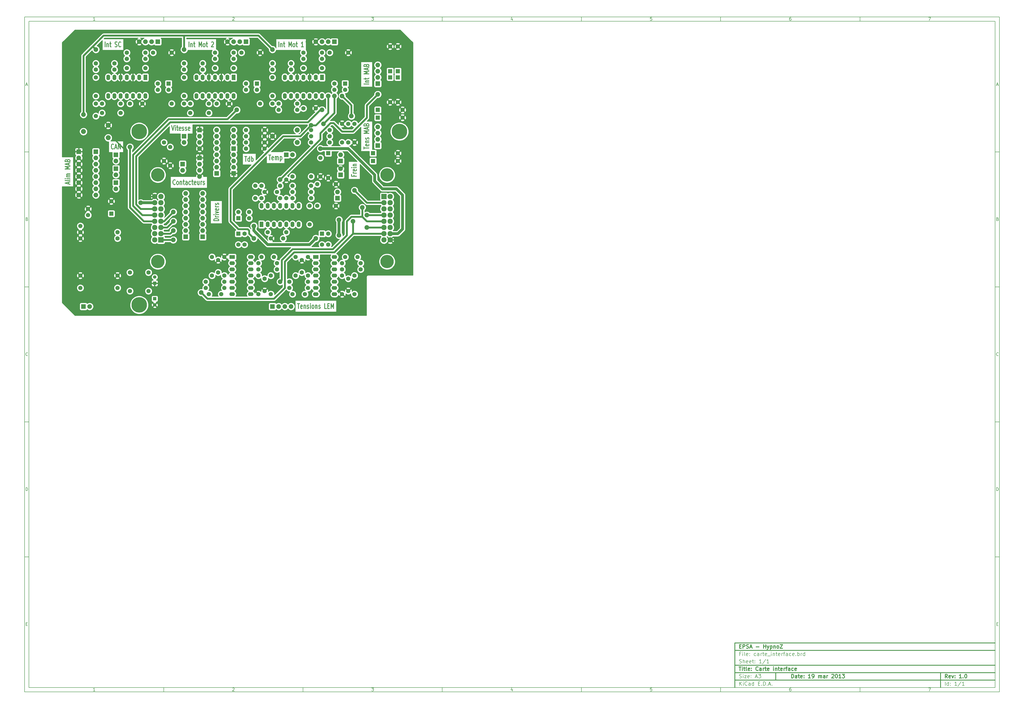
<source format=gtl>
G04 (created by PCBNEW-RS274X (2012-01-19 BZR 3256)-stable) date 19/03/2013 15:18:26*
G01*
G70*
G90*
%MOIN*%
G04 Gerber Fmt 3.4, Leading zero omitted, Abs format*
%FSLAX34Y34*%
G04 APERTURE LIST*
%ADD10C,0.006000*%
%ADD11C,0.012000*%
%ADD12C,0.070000*%
%ADD13R,0.070000X0.070000*%
%ADD14R,0.062000X0.090000*%
%ADD15O,0.062000X0.090000*%
%ADD16R,0.090000X0.062000*%
%ADD17O,0.090000X0.062000*%
%ADD18C,0.215000*%
%ADD19R,0.085000X0.085000*%
%ADD20C,0.085000*%
%ADD21R,0.075000X0.075000*%
%ADD22C,0.075000*%
%ADD23R,0.055000X0.055000*%
%ADD24C,0.055000*%
%ADD25C,0.080000*%
%ADD26C,0.250000*%
%ADD27C,0.045000*%
%ADD28C,0.030000*%
%ADD29C,0.024000*%
%ADD30C,0.010000*%
G04 APERTURE END LIST*
G54D10*
X04000Y-04000D02*
X161350Y-04000D01*
X161350Y-113000D01*
X04000Y-113000D01*
X04000Y-04000D01*
X04700Y-04700D02*
X160650Y-04700D01*
X160650Y-112300D01*
X04700Y-112300D01*
X04700Y-04700D01*
X26470Y-04000D02*
X26470Y-04700D01*
X15383Y-04552D02*
X15097Y-04552D01*
X15240Y-04552D02*
X15240Y-04052D01*
X15192Y-04124D01*
X15145Y-04171D01*
X15097Y-04195D01*
X26470Y-113000D02*
X26470Y-112300D01*
X15383Y-112852D02*
X15097Y-112852D01*
X15240Y-112852D02*
X15240Y-112352D01*
X15192Y-112424D01*
X15145Y-112471D01*
X15097Y-112495D01*
X48940Y-04000D02*
X48940Y-04700D01*
X37567Y-04100D02*
X37591Y-04076D01*
X37639Y-04052D01*
X37758Y-04052D01*
X37805Y-04076D01*
X37829Y-04100D01*
X37853Y-04148D01*
X37853Y-04195D01*
X37829Y-04267D01*
X37543Y-04552D01*
X37853Y-04552D01*
X48940Y-113000D02*
X48940Y-112300D01*
X37567Y-112400D02*
X37591Y-112376D01*
X37639Y-112352D01*
X37758Y-112352D01*
X37805Y-112376D01*
X37829Y-112400D01*
X37853Y-112448D01*
X37853Y-112495D01*
X37829Y-112567D01*
X37543Y-112852D01*
X37853Y-112852D01*
X71410Y-04000D02*
X71410Y-04700D01*
X60013Y-04052D02*
X60323Y-04052D01*
X60156Y-04243D01*
X60228Y-04243D01*
X60275Y-04267D01*
X60299Y-04290D01*
X60323Y-04338D01*
X60323Y-04457D01*
X60299Y-04505D01*
X60275Y-04529D01*
X60228Y-04552D01*
X60085Y-04552D01*
X60037Y-04529D01*
X60013Y-04505D01*
X71410Y-113000D02*
X71410Y-112300D01*
X60013Y-112352D02*
X60323Y-112352D01*
X60156Y-112543D01*
X60228Y-112543D01*
X60275Y-112567D01*
X60299Y-112590D01*
X60323Y-112638D01*
X60323Y-112757D01*
X60299Y-112805D01*
X60275Y-112829D01*
X60228Y-112852D01*
X60085Y-112852D01*
X60037Y-112829D01*
X60013Y-112805D01*
X93880Y-04000D02*
X93880Y-04700D01*
X82745Y-04219D02*
X82745Y-04552D01*
X82626Y-04029D02*
X82507Y-04386D01*
X82817Y-04386D01*
X93880Y-113000D02*
X93880Y-112300D01*
X82745Y-112519D02*
X82745Y-112852D01*
X82626Y-112329D02*
X82507Y-112686D01*
X82817Y-112686D01*
X116350Y-04000D02*
X116350Y-04700D01*
X105239Y-04052D02*
X105001Y-04052D01*
X104977Y-04290D01*
X105001Y-04267D01*
X105049Y-04243D01*
X105168Y-04243D01*
X105215Y-04267D01*
X105239Y-04290D01*
X105263Y-04338D01*
X105263Y-04457D01*
X105239Y-04505D01*
X105215Y-04529D01*
X105168Y-04552D01*
X105049Y-04552D01*
X105001Y-04529D01*
X104977Y-04505D01*
X116350Y-113000D02*
X116350Y-112300D01*
X105239Y-112352D02*
X105001Y-112352D01*
X104977Y-112590D01*
X105001Y-112567D01*
X105049Y-112543D01*
X105168Y-112543D01*
X105215Y-112567D01*
X105239Y-112590D01*
X105263Y-112638D01*
X105263Y-112757D01*
X105239Y-112805D01*
X105215Y-112829D01*
X105168Y-112852D01*
X105049Y-112852D01*
X105001Y-112829D01*
X104977Y-112805D01*
X138820Y-04000D02*
X138820Y-04700D01*
X127685Y-04052D02*
X127590Y-04052D01*
X127542Y-04076D01*
X127519Y-04100D01*
X127471Y-04171D01*
X127447Y-04267D01*
X127447Y-04457D01*
X127471Y-04505D01*
X127495Y-04529D01*
X127542Y-04552D01*
X127638Y-04552D01*
X127685Y-04529D01*
X127709Y-04505D01*
X127733Y-04457D01*
X127733Y-04338D01*
X127709Y-04290D01*
X127685Y-04267D01*
X127638Y-04243D01*
X127542Y-04243D01*
X127495Y-04267D01*
X127471Y-04290D01*
X127447Y-04338D01*
X138820Y-113000D02*
X138820Y-112300D01*
X127685Y-112352D02*
X127590Y-112352D01*
X127542Y-112376D01*
X127519Y-112400D01*
X127471Y-112471D01*
X127447Y-112567D01*
X127447Y-112757D01*
X127471Y-112805D01*
X127495Y-112829D01*
X127542Y-112852D01*
X127638Y-112852D01*
X127685Y-112829D01*
X127709Y-112805D01*
X127733Y-112757D01*
X127733Y-112638D01*
X127709Y-112590D01*
X127685Y-112567D01*
X127638Y-112543D01*
X127542Y-112543D01*
X127495Y-112567D01*
X127471Y-112590D01*
X127447Y-112638D01*
X149893Y-04052D02*
X150227Y-04052D01*
X150012Y-04552D01*
X149893Y-112352D02*
X150227Y-112352D01*
X150012Y-112852D01*
X04000Y-25800D02*
X04700Y-25800D01*
X04231Y-14960D02*
X04469Y-14960D01*
X04184Y-15102D02*
X04350Y-14602D01*
X04517Y-15102D01*
X161350Y-25800D02*
X160650Y-25800D01*
X160881Y-14960D02*
X161119Y-14960D01*
X160834Y-15102D02*
X161000Y-14602D01*
X161167Y-15102D01*
X04000Y-47600D02*
X04700Y-47600D01*
X04386Y-36640D02*
X04457Y-36664D01*
X04481Y-36688D01*
X04505Y-36736D01*
X04505Y-36807D01*
X04481Y-36855D01*
X04457Y-36879D01*
X04410Y-36902D01*
X04219Y-36902D01*
X04219Y-36402D01*
X04386Y-36402D01*
X04433Y-36426D01*
X04457Y-36450D01*
X04481Y-36498D01*
X04481Y-36545D01*
X04457Y-36593D01*
X04433Y-36617D01*
X04386Y-36640D01*
X04219Y-36640D01*
X161350Y-47600D02*
X160650Y-47600D01*
X161036Y-36640D02*
X161107Y-36664D01*
X161131Y-36688D01*
X161155Y-36736D01*
X161155Y-36807D01*
X161131Y-36855D01*
X161107Y-36879D01*
X161060Y-36902D01*
X160869Y-36902D01*
X160869Y-36402D01*
X161036Y-36402D01*
X161083Y-36426D01*
X161107Y-36450D01*
X161131Y-36498D01*
X161131Y-36545D01*
X161107Y-36593D01*
X161083Y-36617D01*
X161036Y-36640D01*
X160869Y-36640D01*
X04000Y-69400D02*
X04700Y-69400D01*
X04505Y-58655D02*
X04481Y-58679D01*
X04410Y-58702D01*
X04362Y-58702D01*
X04290Y-58679D01*
X04243Y-58631D01*
X04219Y-58583D01*
X04195Y-58488D01*
X04195Y-58417D01*
X04219Y-58321D01*
X04243Y-58274D01*
X04290Y-58226D01*
X04362Y-58202D01*
X04410Y-58202D01*
X04481Y-58226D01*
X04505Y-58250D01*
X161350Y-69400D02*
X160650Y-69400D01*
X161155Y-58655D02*
X161131Y-58679D01*
X161060Y-58702D01*
X161012Y-58702D01*
X160940Y-58679D01*
X160893Y-58631D01*
X160869Y-58583D01*
X160845Y-58488D01*
X160845Y-58417D01*
X160869Y-58321D01*
X160893Y-58274D01*
X160940Y-58226D01*
X161012Y-58202D01*
X161060Y-58202D01*
X161131Y-58226D01*
X161155Y-58250D01*
X04000Y-91200D02*
X04700Y-91200D01*
X04219Y-80502D02*
X04219Y-80002D01*
X04338Y-80002D01*
X04410Y-80026D01*
X04457Y-80074D01*
X04481Y-80121D01*
X04505Y-80217D01*
X04505Y-80288D01*
X04481Y-80383D01*
X04457Y-80431D01*
X04410Y-80479D01*
X04338Y-80502D01*
X04219Y-80502D01*
X161350Y-91200D02*
X160650Y-91200D01*
X160869Y-80502D02*
X160869Y-80002D01*
X160988Y-80002D01*
X161060Y-80026D01*
X161107Y-80074D01*
X161131Y-80121D01*
X161155Y-80217D01*
X161155Y-80288D01*
X161131Y-80383D01*
X161107Y-80431D01*
X161060Y-80479D01*
X160988Y-80502D01*
X160869Y-80502D01*
X04243Y-102040D02*
X04410Y-102040D01*
X04481Y-102302D02*
X04243Y-102302D01*
X04243Y-101802D01*
X04481Y-101802D01*
X160893Y-102040D02*
X161060Y-102040D01*
X161131Y-102302D02*
X160893Y-102302D01*
X160893Y-101802D01*
X161131Y-101802D01*
G54D11*
X127793Y-110743D02*
X127793Y-110143D01*
X127936Y-110143D01*
X128021Y-110171D01*
X128079Y-110229D01*
X128107Y-110286D01*
X128136Y-110400D01*
X128136Y-110486D01*
X128107Y-110600D01*
X128079Y-110657D01*
X128021Y-110714D01*
X127936Y-110743D01*
X127793Y-110743D01*
X128650Y-110743D02*
X128650Y-110429D01*
X128621Y-110371D01*
X128564Y-110343D01*
X128450Y-110343D01*
X128393Y-110371D01*
X128650Y-110714D02*
X128593Y-110743D01*
X128450Y-110743D01*
X128393Y-110714D01*
X128364Y-110657D01*
X128364Y-110600D01*
X128393Y-110543D01*
X128450Y-110514D01*
X128593Y-110514D01*
X128650Y-110486D01*
X128850Y-110343D02*
X129079Y-110343D01*
X128936Y-110143D02*
X128936Y-110657D01*
X128964Y-110714D01*
X129022Y-110743D01*
X129079Y-110743D01*
X129507Y-110714D02*
X129450Y-110743D01*
X129336Y-110743D01*
X129279Y-110714D01*
X129250Y-110657D01*
X129250Y-110429D01*
X129279Y-110371D01*
X129336Y-110343D01*
X129450Y-110343D01*
X129507Y-110371D01*
X129536Y-110429D01*
X129536Y-110486D01*
X129250Y-110543D01*
X129793Y-110686D02*
X129821Y-110714D01*
X129793Y-110743D01*
X129764Y-110714D01*
X129793Y-110686D01*
X129793Y-110743D01*
X129793Y-110371D02*
X129821Y-110400D01*
X129793Y-110429D01*
X129764Y-110400D01*
X129793Y-110371D01*
X129793Y-110429D01*
X130850Y-110743D02*
X130507Y-110743D01*
X130679Y-110743D02*
X130679Y-110143D01*
X130622Y-110229D01*
X130564Y-110286D01*
X130507Y-110314D01*
X131135Y-110743D02*
X131250Y-110743D01*
X131307Y-110714D01*
X131335Y-110686D01*
X131393Y-110600D01*
X131421Y-110486D01*
X131421Y-110257D01*
X131393Y-110200D01*
X131364Y-110171D01*
X131307Y-110143D01*
X131193Y-110143D01*
X131135Y-110171D01*
X131107Y-110200D01*
X131078Y-110257D01*
X131078Y-110400D01*
X131107Y-110457D01*
X131135Y-110486D01*
X131193Y-110514D01*
X131307Y-110514D01*
X131364Y-110486D01*
X131393Y-110457D01*
X131421Y-110400D01*
X132135Y-110743D02*
X132135Y-110343D01*
X132135Y-110400D02*
X132163Y-110371D01*
X132221Y-110343D01*
X132306Y-110343D01*
X132363Y-110371D01*
X132392Y-110429D01*
X132392Y-110743D01*
X132392Y-110429D02*
X132421Y-110371D01*
X132478Y-110343D01*
X132563Y-110343D01*
X132621Y-110371D01*
X132649Y-110429D01*
X132649Y-110743D01*
X133192Y-110743D02*
X133192Y-110429D01*
X133163Y-110371D01*
X133106Y-110343D01*
X132992Y-110343D01*
X132935Y-110371D01*
X133192Y-110714D02*
X133135Y-110743D01*
X132992Y-110743D01*
X132935Y-110714D01*
X132906Y-110657D01*
X132906Y-110600D01*
X132935Y-110543D01*
X132992Y-110514D01*
X133135Y-110514D01*
X133192Y-110486D01*
X133478Y-110743D02*
X133478Y-110343D01*
X133478Y-110457D02*
X133506Y-110400D01*
X133535Y-110371D01*
X133592Y-110343D01*
X133649Y-110343D01*
X134277Y-110200D02*
X134306Y-110171D01*
X134363Y-110143D01*
X134506Y-110143D01*
X134563Y-110171D01*
X134592Y-110200D01*
X134620Y-110257D01*
X134620Y-110314D01*
X134592Y-110400D01*
X134249Y-110743D01*
X134620Y-110743D01*
X134991Y-110143D02*
X135048Y-110143D01*
X135105Y-110171D01*
X135134Y-110200D01*
X135163Y-110257D01*
X135191Y-110371D01*
X135191Y-110514D01*
X135163Y-110629D01*
X135134Y-110686D01*
X135105Y-110714D01*
X135048Y-110743D01*
X134991Y-110743D01*
X134934Y-110714D01*
X134905Y-110686D01*
X134877Y-110629D01*
X134848Y-110514D01*
X134848Y-110371D01*
X134877Y-110257D01*
X134905Y-110200D01*
X134934Y-110171D01*
X134991Y-110143D01*
X135762Y-110743D02*
X135419Y-110743D01*
X135591Y-110743D02*
X135591Y-110143D01*
X135534Y-110229D01*
X135476Y-110286D01*
X135419Y-110314D01*
X135962Y-110143D02*
X136333Y-110143D01*
X136133Y-110371D01*
X136219Y-110371D01*
X136276Y-110400D01*
X136305Y-110429D01*
X136333Y-110486D01*
X136333Y-110629D01*
X136305Y-110686D01*
X136276Y-110714D01*
X136219Y-110743D01*
X136047Y-110743D01*
X135990Y-110714D01*
X135962Y-110686D01*
G54D10*
X119393Y-111943D02*
X119393Y-111343D01*
X119736Y-111943D02*
X119479Y-111600D01*
X119736Y-111343D02*
X119393Y-111686D01*
X119993Y-111943D02*
X119993Y-111543D01*
X119993Y-111343D02*
X119964Y-111371D01*
X119993Y-111400D01*
X120021Y-111371D01*
X119993Y-111343D01*
X119993Y-111400D01*
X120622Y-111886D02*
X120593Y-111914D01*
X120507Y-111943D01*
X120450Y-111943D01*
X120365Y-111914D01*
X120307Y-111857D01*
X120279Y-111800D01*
X120250Y-111686D01*
X120250Y-111600D01*
X120279Y-111486D01*
X120307Y-111429D01*
X120365Y-111371D01*
X120450Y-111343D01*
X120507Y-111343D01*
X120593Y-111371D01*
X120622Y-111400D01*
X121136Y-111943D02*
X121136Y-111629D01*
X121107Y-111571D01*
X121050Y-111543D01*
X120936Y-111543D01*
X120879Y-111571D01*
X121136Y-111914D02*
X121079Y-111943D01*
X120936Y-111943D01*
X120879Y-111914D01*
X120850Y-111857D01*
X120850Y-111800D01*
X120879Y-111743D01*
X120936Y-111714D01*
X121079Y-111714D01*
X121136Y-111686D01*
X121679Y-111943D02*
X121679Y-111343D01*
X121679Y-111914D02*
X121622Y-111943D01*
X121508Y-111943D01*
X121450Y-111914D01*
X121422Y-111886D01*
X121393Y-111829D01*
X121393Y-111657D01*
X121422Y-111600D01*
X121450Y-111571D01*
X121508Y-111543D01*
X121622Y-111543D01*
X121679Y-111571D01*
X122422Y-111629D02*
X122622Y-111629D01*
X122708Y-111943D02*
X122422Y-111943D01*
X122422Y-111343D01*
X122708Y-111343D01*
X122965Y-111886D02*
X122993Y-111914D01*
X122965Y-111943D01*
X122936Y-111914D01*
X122965Y-111886D01*
X122965Y-111943D01*
X123251Y-111943D02*
X123251Y-111343D01*
X123394Y-111343D01*
X123479Y-111371D01*
X123537Y-111429D01*
X123565Y-111486D01*
X123594Y-111600D01*
X123594Y-111686D01*
X123565Y-111800D01*
X123537Y-111857D01*
X123479Y-111914D01*
X123394Y-111943D01*
X123251Y-111943D01*
X123851Y-111886D02*
X123879Y-111914D01*
X123851Y-111943D01*
X123822Y-111914D01*
X123851Y-111886D01*
X123851Y-111943D01*
X124108Y-111771D02*
X124394Y-111771D01*
X124051Y-111943D02*
X124251Y-111343D01*
X124451Y-111943D01*
X124651Y-111886D02*
X124679Y-111914D01*
X124651Y-111943D01*
X124622Y-111914D01*
X124651Y-111886D01*
X124651Y-111943D01*
G54D11*
X152936Y-110743D02*
X152736Y-110457D01*
X152593Y-110743D02*
X152593Y-110143D01*
X152821Y-110143D01*
X152879Y-110171D01*
X152907Y-110200D01*
X152936Y-110257D01*
X152936Y-110343D01*
X152907Y-110400D01*
X152879Y-110429D01*
X152821Y-110457D01*
X152593Y-110457D01*
X153421Y-110714D02*
X153364Y-110743D01*
X153250Y-110743D01*
X153193Y-110714D01*
X153164Y-110657D01*
X153164Y-110429D01*
X153193Y-110371D01*
X153250Y-110343D01*
X153364Y-110343D01*
X153421Y-110371D01*
X153450Y-110429D01*
X153450Y-110486D01*
X153164Y-110543D01*
X153650Y-110343D02*
X153793Y-110743D01*
X153935Y-110343D01*
X154164Y-110686D02*
X154192Y-110714D01*
X154164Y-110743D01*
X154135Y-110714D01*
X154164Y-110686D01*
X154164Y-110743D01*
X154164Y-110371D02*
X154192Y-110400D01*
X154164Y-110429D01*
X154135Y-110400D01*
X154164Y-110371D01*
X154164Y-110429D01*
X155221Y-110743D02*
X154878Y-110743D01*
X155050Y-110743D02*
X155050Y-110143D01*
X154993Y-110229D01*
X154935Y-110286D01*
X154878Y-110314D01*
X155478Y-110686D02*
X155506Y-110714D01*
X155478Y-110743D01*
X155449Y-110714D01*
X155478Y-110686D01*
X155478Y-110743D01*
X155878Y-110143D02*
X155935Y-110143D01*
X155992Y-110171D01*
X156021Y-110200D01*
X156050Y-110257D01*
X156078Y-110371D01*
X156078Y-110514D01*
X156050Y-110629D01*
X156021Y-110686D01*
X155992Y-110714D01*
X155935Y-110743D01*
X155878Y-110743D01*
X155821Y-110714D01*
X155792Y-110686D01*
X155764Y-110629D01*
X155735Y-110514D01*
X155735Y-110371D01*
X155764Y-110257D01*
X155792Y-110200D01*
X155821Y-110171D01*
X155878Y-110143D01*
G54D10*
X119364Y-110714D02*
X119450Y-110743D01*
X119593Y-110743D01*
X119650Y-110714D01*
X119679Y-110686D01*
X119707Y-110629D01*
X119707Y-110571D01*
X119679Y-110514D01*
X119650Y-110486D01*
X119593Y-110457D01*
X119479Y-110429D01*
X119421Y-110400D01*
X119393Y-110371D01*
X119364Y-110314D01*
X119364Y-110257D01*
X119393Y-110200D01*
X119421Y-110171D01*
X119479Y-110143D01*
X119621Y-110143D01*
X119707Y-110171D01*
X119964Y-110743D02*
X119964Y-110343D01*
X119964Y-110143D02*
X119935Y-110171D01*
X119964Y-110200D01*
X119992Y-110171D01*
X119964Y-110143D01*
X119964Y-110200D01*
X120193Y-110343D02*
X120507Y-110343D01*
X120193Y-110743D01*
X120507Y-110743D01*
X120964Y-110714D02*
X120907Y-110743D01*
X120793Y-110743D01*
X120736Y-110714D01*
X120707Y-110657D01*
X120707Y-110429D01*
X120736Y-110371D01*
X120793Y-110343D01*
X120907Y-110343D01*
X120964Y-110371D01*
X120993Y-110429D01*
X120993Y-110486D01*
X120707Y-110543D01*
X121250Y-110686D02*
X121278Y-110714D01*
X121250Y-110743D01*
X121221Y-110714D01*
X121250Y-110686D01*
X121250Y-110743D01*
X121250Y-110371D02*
X121278Y-110400D01*
X121250Y-110429D01*
X121221Y-110400D01*
X121250Y-110371D01*
X121250Y-110429D01*
X121964Y-110571D02*
X122250Y-110571D01*
X121907Y-110743D02*
X122107Y-110143D01*
X122307Y-110743D01*
X122450Y-110143D02*
X122821Y-110143D01*
X122621Y-110371D01*
X122707Y-110371D01*
X122764Y-110400D01*
X122793Y-110429D01*
X122821Y-110486D01*
X122821Y-110629D01*
X122793Y-110686D01*
X122764Y-110714D01*
X122707Y-110743D01*
X122535Y-110743D01*
X122478Y-110714D01*
X122450Y-110686D01*
X152593Y-111943D02*
X152593Y-111343D01*
X153136Y-111943D02*
X153136Y-111343D01*
X153136Y-111914D02*
X153079Y-111943D01*
X152965Y-111943D01*
X152907Y-111914D01*
X152879Y-111886D01*
X152850Y-111829D01*
X152850Y-111657D01*
X152879Y-111600D01*
X152907Y-111571D01*
X152965Y-111543D01*
X153079Y-111543D01*
X153136Y-111571D01*
X153422Y-111886D02*
X153450Y-111914D01*
X153422Y-111943D01*
X153393Y-111914D01*
X153422Y-111886D01*
X153422Y-111943D01*
X153422Y-111571D02*
X153450Y-111600D01*
X153422Y-111629D01*
X153393Y-111600D01*
X153422Y-111571D01*
X153422Y-111629D01*
X154479Y-111943D02*
X154136Y-111943D01*
X154308Y-111943D02*
X154308Y-111343D01*
X154251Y-111429D01*
X154193Y-111486D01*
X154136Y-111514D01*
X155164Y-111314D02*
X154650Y-112086D01*
X155679Y-111943D02*
X155336Y-111943D01*
X155508Y-111943D02*
X155508Y-111343D01*
X155451Y-111429D01*
X155393Y-111486D01*
X155336Y-111514D01*
G54D11*
X119307Y-108943D02*
X119650Y-108943D01*
X119479Y-109543D02*
X119479Y-108943D01*
X119850Y-109543D02*
X119850Y-109143D01*
X119850Y-108943D02*
X119821Y-108971D01*
X119850Y-109000D01*
X119878Y-108971D01*
X119850Y-108943D01*
X119850Y-109000D01*
X120050Y-109143D02*
X120279Y-109143D01*
X120136Y-108943D02*
X120136Y-109457D01*
X120164Y-109514D01*
X120222Y-109543D01*
X120279Y-109543D01*
X120565Y-109543D02*
X120507Y-109514D01*
X120479Y-109457D01*
X120479Y-108943D01*
X121021Y-109514D02*
X120964Y-109543D01*
X120850Y-109543D01*
X120793Y-109514D01*
X120764Y-109457D01*
X120764Y-109229D01*
X120793Y-109171D01*
X120850Y-109143D01*
X120964Y-109143D01*
X121021Y-109171D01*
X121050Y-109229D01*
X121050Y-109286D01*
X120764Y-109343D01*
X121307Y-109486D02*
X121335Y-109514D01*
X121307Y-109543D01*
X121278Y-109514D01*
X121307Y-109486D01*
X121307Y-109543D01*
X121307Y-109171D02*
X121335Y-109200D01*
X121307Y-109229D01*
X121278Y-109200D01*
X121307Y-109171D01*
X121307Y-109229D01*
X122393Y-109486D02*
X122364Y-109514D01*
X122278Y-109543D01*
X122221Y-109543D01*
X122136Y-109514D01*
X122078Y-109457D01*
X122050Y-109400D01*
X122021Y-109286D01*
X122021Y-109200D01*
X122050Y-109086D01*
X122078Y-109029D01*
X122136Y-108971D01*
X122221Y-108943D01*
X122278Y-108943D01*
X122364Y-108971D01*
X122393Y-109000D01*
X122907Y-109543D02*
X122907Y-109229D01*
X122878Y-109171D01*
X122821Y-109143D01*
X122707Y-109143D01*
X122650Y-109171D01*
X122907Y-109514D02*
X122850Y-109543D01*
X122707Y-109543D01*
X122650Y-109514D01*
X122621Y-109457D01*
X122621Y-109400D01*
X122650Y-109343D01*
X122707Y-109314D01*
X122850Y-109314D01*
X122907Y-109286D01*
X123193Y-109543D02*
X123193Y-109143D01*
X123193Y-109257D02*
X123221Y-109200D01*
X123250Y-109171D01*
X123307Y-109143D01*
X123364Y-109143D01*
X123478Y-109143D02*
X123707Y-109143D01*
X123564Y-108943D02*
X123564Y-109457D01*
X123592Y-109514D01*
X123650Y-109543D01*
X123707Y-109543D01*
X124135Y-109514D02*
X124078Y-109543D01*
X123964Y-109543D01*
X123907Y-109514D01*
X123878Y-109457D01*
X123878Y-109229D01*
X123907Y-109171D01*
X123964Y-109143D01*
X124078Y-109143D01*
X124135Y-109171D01*
X124164Y-109229D01*
X124164Y-109286D01*
X123878Y-109343D01*
X124878Y-109543D02*
X124878Y-109143D01*
X124878Y-108943D02*
X124849Y-108971D01*
X124878Y-109000D01*
X124906Y-108971D01*
X124878Y-108943D01*
X124878Y-109000D01*
X125164Y-109143D02*
X125164Y-109543D01*
X125164Y-109200D02*
X125192Y-109171D01*
X125250Y-109143D01*
X125335Y-109143D01*
X125392Y-109171D01*
X125421Y-109229D01*
X125421Y-109543D01*
X125621Y-109143D02*
X125850Y-109143D01*
X125707Y-108943D02*
X125707Y-109457D01*
X125735Y-109514D01*
X125793Y-109543D01*
X125850Y-109543D01*
X126278Y-109514D02*
X126221Y-109543D01*
X126107Y-109543D01*
X126050Y-109514D01*
X126021Y-109457D01*
X126021Y-109229D01*
X126050Y-109171D01*
X126107Y-109143D01*
X126221Y-109143D01*
X126278Y-109171D01*
X126307Y-109229D01*
X126307Y-109286D01*
X126021Y-109343D01*
X126564Y-109543D02*
X126564Y-109143D01*
X126564Y-109257D02*
X126592Y-109200D01*
X126621Y-109171D01*
X126678Y-109143D01*
X126735Y-109143D01*
X126849Y-109143D02*
X127078Y-109143D01*
X126935Y-109543D02*
X126935Y-109029D01*
X126963Y-108971D01*
X127021Y-108943D01*
X127078Y-108943D01*
X127535Y-109543D02*
X127535Y-109229D01*
X127506Y-109171D01*
X127449Y-109143D01*
X127335Y-109143D01*
X127278Y-109171D01*
X127535Y-109514D02*
X127478Y-109543D01*
X127335Y-109543D01*
X127278Y-109514D01*
X127249Y-109457D01*
X127249Y-109400D01*
X127278Y-109343D01*
X127335Y-109314D01*
X127478Y-109314D01*
X127535Y-109286D01*
X128078Y-109514D02*
X128021Y-109543D01*
X127907Y-109543D01*
X127849Y-109514D01*
X127821Y-109486D01*
X127792Y-109429D01*
X127792Y-109257D01*
X127821Y-109200D01*
X127849Y-109171D01*
X127907Y-109143D01*
X128021Y-109143D01*
X128078Y-109171D01*
X128563Y-109514D02*
X128506Y-109543D01*
X128392Y-109543D01*
X128335Y-109514D01*
X128306Y-109457D01*
X128306Y-109229D01*
X128335Y-109171D01*
X128392Y-109143D01*
X128506Y-109143D01*
X128563Y-109171D01*
X128592Y-109229D01*
X128592Y-109286D01*
X128306Y-109343D01*
G54D10*
X119593Y-106829D02*
X119393Y-106829D01*
X119393Y-107143D02*
X119393Y-106543D01*
X119679Y-106543D01*
X119907Y-107143D02*
X119907Y-106743D01*
X119907Y-106543D02*
X119878Y-106571D01*
X119907Y-106600D01*
X119935Y-106571D01*
X119907Y-106543D01*
X119907Y-106600D01*
X120279Y-107143D02*
X120221Y-107114D01*
X120193Y-107057D01*
X120193Y-106543D01*
X120735Y-107114D02*
X120678Y-107143D01*
X120564Y-107143D01*
X120507Y-107114D01*
X120478Y-107057D01*
X120478Y-106829D01*
X120507Y-106771D01*
X120564Y-106743D01*
X120678Y-106743D01*
X120735Y-106771D01*
X120764Y-106829D01*
X120764Y-106886D01*
X120478Y-106943D01*
X121021Y-107086D02*
X121049Y-107114D01*
X121021Y-107143D01*
X120992Y-107114D01*
X121021Y-107086D01*
X121021Y-107143D01*
X121021Y-106771D02*
X121049Y-106800D01*
X121021Y-106829D01*
X120992Y-106800D01*
X121021Y-106771D01*
X121021Y-106829D01*
X122021Y-107114D02*
X121964Y-107143D01*
X121850Y-107143D01*
X121792Y-107114D01*
X121764Y-107086D01*
X121735Y-107029D01*
X121735Y-106857D01*
X121764Y-106800D01*
X121792Y-106771D01*
X121850Y-106743D01*
X121964Y-106743D01*
X122021Y-106771D01*
X122535Y-107143D02*
X122535Y-106829D01*
X122506Y-106771D01*
X122449Y-106743D01*
X122335Y-106743D01*
X122278Y-106771D01*
X122535Y-107114D02*
X122478Y-107143D01*
X122335Y-107143D01*
X122278Y-107114D01*
X122249Y-107057D01*
X122249Y-107000D01*
X122278Y-106943D01*
X122335Y-106914D01*
X122478Y-106914D01*
X122535Y-106886D01*
X122821Y-107143D02*
X122821Y-106743D01*
X122821Y-106857D02*
X122849Y-106800D01*
X122878Y-106771D01*
X122935Y-106743D01*
X122992Y-106743D01*
X123106Y-106743D02*
X123335Y-106743D01*
X123192Y-106543D02*
X123192Y-107057D01*
X123220Y-107114D01*
X123278Y-107143D01*
X123335Y-107143D01*
X123763Y-107114D02*
X123706Y-107143D01*
X123592Y-107143D01*
X123535Y-107114D01*
X123506Y-107057D01*
X123506Y-106829D01*
X123535Y-106771D01*
X123592Y-106743D01*
X123706Y-106743D01*
X123763Y-106771D01*
X123792Y-106829D01*
X123792Y-106886D01*
X123506Y-106943D01*
X123906Y-107200D02*
X124363Y-107200D01*
X124506Y-107143D02*
X124506Y-106743D01*
X124506Y-106543D02*
X124477Y-106571D01*
X124506Y-106600D01*
X124534Y-106571D01*
X124506Y-106543D01*
X124506Y-106600D01*
X124792Y-106743D02*
X124792Y-107143D01*
X124792Y-106800D02*
X124820Y-106771D01*
X124878Y-106743D01*
X124963Y-106743D01*
X125020Y-106771D01*
X125049Y-106829D01*
X125049Y-107143D01*
X125249Y-106743D02*
X125478Y-106743D01*
X125335Y-106543D02*
X125335Y-107057D01*
X125363Y-107114D01*
X125421Y-107143D01*
X125478Y-107143D01*
X125906Y-107114D02*
X125849Y-107143D01*
X125735Y-107143D01*
X125678Y-107114D01*
X125649Y-107057D01*
X125649Y-106829D01*
X125678Y-106771D01*
X125735Y-106743D01*
X125849Y-106743D01*
X125906Y-106771D01*
X125935Y-106829D01*
X125935Y-106886D01*
X125649Y-106943D01*
X126192Y-107143D02*
X126192Y-106743D01*
X126192Y-106857D02*
X126220Y-106800D01*
X126249Y-106771D01*
X126306Y-106743D01*
X126363Y-106743D01*
X126477Y-106743D02*
X126706Y-106743D01*
X126563Y-107143D02*
X126563Y-106629D01*
X126591Y-106571D01*
X126649Y-106543D01*
X126706Y-106543D01*
X127163Y-107143D02*
X127163Y-106829D01*
X127134Y-106771D01*
X127077Y-106743D01*
X126963Y-106743D01*
X126906Y-106771D01*
X127163Y-107114D02*
X127106Y-107143D01*
X126963Y-107143D01*
X126906Y-107114D01*
X126877Y-107057D01*
X126877Y-107000D01*
X126906Y-106943D01*
X126963Y-106914D01*
X127106Y-106914D01*
X127163Y-106886D01*
X127706Y-107114D02*
X127649Y-107143D01*
X127535Y-107143D01*
X127477Y-107114D01*
X127449Y-107086D01*
X127420Y-107029D01*
X127420Y-106857D01*
X127449Y-106800D01*
X127477Y-106771D01*
X127535Y-106743D01*
X127649Y-106743D01*
X127706Y-106771D01*
X128191Y-107114D02*
X128134Y-107143D01*
X128020Y-107143D01*
X127963Y-107114D01*
X127934Y-107057D01*
X127934Y-106829D01*
X127963Y-106771D01*
X128020Y-106743D01*
X128134Y-106743D01*
X128191Y-106771D01*
X128220Y-106829D01*
X128220Y-106886D01*
X127934Y-106943D01*
X128477Y-107086D02*
X128505Y-107114D01*
X128477Y-107143D01*
X128448Y-107114D01*
X128477Y-107086D01*
X128477Y-107143D01*
X128763Y-107143D02*
X128763Y-106543D01*
X128763Y-106771D02*
X128820Y-106743D01*
X128934Y-106743D01*
X128991Y-106771D01*
X129020Y-106800D01*
X129049Y-106857D01*
X129049Y-107029D01*
X129020Y-107086D01*
X128991Y-107114D01*
X128934Y-107143D01*
X128820Y-107143D01*
X128763Y-107114D01*
X129306Y-107143D02*
X129306Y-106743D01*
X129306Y-106857D02*
X129334Y-106800D01*
X129363Y-106771D01*
X129420Y-106743D01*
X129477Y-106743D01*
X129934Y-107143D02*
X129934Y-106543D01*
X129934Y-107114D02*
X129877Y-107143D01*
X129763Y-107143D01*
X129705Y-107114D01*
X129677Y-107086D01*
X129648Y-107029D01*
X129648Y-106857D01*
X129677Y-106800D01*
X129705Y-106771D01*
X129763Y-106743D01*
X129877Y-106743D01*
X129934Y-106771D01*
X119364Y-108314D02*
X119450Y-108343D01*
X119593Y-108343D01*
X119650Y-108314D01*
X119679Y-108286D01*
X119707Y-108229D01*
X119707Y-108171D01*
X119679Y-108114D01*
X119650Y-108086D01*
X119593Y-108057D01*
X119479Y-108029D01*
X119421Y-108000D01*
X119393Y-107971D01*
X119364Y-107914D01*
X119364Y-107857D01*
X119393Y-107800D01*
X119421Y-107771D01*
X119479Y-107743D01*
X119621Y-107743D01*
X119707Y-107771D01*
X119964Y-108343D02*
X119964Y-107743D01*
X120221Y-108343D02*
X120221Y-108029D01*
X120192Y-107971D01*
X120135Y-107943D01*
X120050Y-107943D01*
X119992Y-107971D01*
X119964Y-108000D01*
X120735Y-108314D02*
X120678Y-108343D01*
X120564Y-108343D01*
X120507Y-108314D01*
X120478Y-108257D01*
X120478Y-108029D01*
X120507Y-107971D01*
X120564Y-107943D01*
X120678Y-107943D01*
X120735Y-107971D01*
X120764Y-108029D01*
X120764Y-108086D01*
X120478Y-108143D01*
X121249Y-108314D02*
X121192Y-108343D01*
X121078Y-108343D01*
X121021Y-108314D01*
X120992Y-108257D01*
X120992Y-108029D01*
X121021Y-107971D01*
X121078Y-107943D01*
X121192Y-107943D01*
X121249Y-107971D01*
X121278Y-108029D01*
X121278Y-108086D01*
X120992Y-108143D01*
X121449Y-107943D02*
X121678Y-107943D01*
X121535Y-107743D02*
X121535Y-108257D01*
X121563Y-108314D01*
X121621Y-108343D01*
X121678Y-108343D01*
X121878Y-108286D02*
X121906Y-108314D01*
X121878Y-108343D01*
X121849Y-108314D01*
X121878Y-108286D01*
X121878Y-108343D01*
X121878Y-107971D02*
X121906Y-108000D01*
X121878Y-108029D01*
X121849Y-108000D01*
X121878Y-107971D01*
X121878Y-108029D01*
X122935Y-108343D02*
X122592Y-108343D01*
X122764Y-108343D02*
X122764Y-107743D01*
X122707Y-107829D01*
X122649Y-107886D01*
X122592Y-107914D01*
X123620Y-107714D02*
X123106Y-108486D01*
X124135Y-108343D02*
X123792Y-108343D01*
X123964Y-108343D02*
X123964Y-107743D01*
X123907Y-107829D01*
X123849Y-107886D01*
X123792Y-107914D01*
G54D11*
X119393Y-105629D02*
X119593Y-105629D01*
X119679Y-105943D02*
X119393Y-105943D01*
X119393Y-105343D01*
X119679Y-105343D01*
X119936Y-105943D02*
X119936Y-105343D01*
X120164Y-105343D01*
X120222Y-105371D01*
X120250Y-105400D01*
X120279Y-105457D01*
X120279Y-105543D01*
X120250Y-105600D01*
X120222Y-105629D01*
X120164Y-105657D01*
X119936Y-105657D01*
X120507Y-105914D02*
X120593Y-105943D01*
X120736Y-105943D01*
X120793Y-105914D01*
X120822Y-105886D01*
X120850Y-105829D01*
X120850Y-105771D01*
X120822Y-105714D01*
X120793Y-105686D01*
X120736Y-105657D01*
X120622Y-105629D01*
X120564Y-105600D01*
X120536Y-105571D01*
X120507Y-105514D01*
X120507Y-105457D01*
X120536Y-105400D01*
X120564Y-105371D01*
X120622Y-105343D01*
X120764Y-105343D01*
X120850Y-105371D01*
X121078Y-105771D02*
X121364Y-105771D01*
X121021Y-105943D02*
X121221Y-105343D01*
X121421Y-105943D01*
X122078Y-105714D02*
X122535Y-105714D01*
X123278Y-105943D02*
X123278Y-105343D01*
X123278Y-105629D02*
X123621Y-105629D01*
X123621Y-105943D02*
X123621Y-105343D01*
X123850Y-105543D02*
X123993Y-105943D01*
X124135Y-105543D02*
X123993Y-105943D01*
X123935Y-106086D01*
X123907Y-106114D01*
X123850Y-106143D01*
X124364Y-105543D02*
X124364Y-106143D01*
X124364Y-105571D02*
X124421Y-105543D01*
X124535Y-105543D01*
X124592Y-105571D01*
X124621Y-105600D01*
X124650Y-105657D01*
X124650Y-105829D01*
X124621Y-105886D01*
X124592Y-105914D01*
X124535Y-105943D01*
X124421Y-105943D01*
X124364Y-105914D01*
X124907Y-105543D02*
X124907Y-105943D01*
X124907Y-105600D02*
X124935Y-105571D01*
X124993Y-105543D01*
X125078Y-105543D01*
X125135Y-105571D01*
X125164Y-105629D01*
X125164Y-105943D01*
X125536Y-105943D02*
X125478Y-105914D01*
X125450Y-105886D01*
X125421Y-105829D01*
X125421Y-105657D01*
X125450Y-105600D01*
X125478Y-105571D01*
X125536Y-105543D01*
X125621Y-105543D01*
X125678Y-105571D01*
X125707Y-105600D01*
X125736Y-105657D01*
X125736Y-105829D01*
X125707Y-105886D01*
X125678Y-105914D01*
X125621Y-105943D01*
X125536Y-105943D01*
X125936Y-105343D02*
X126336Y-105343D01*
X125936Y-105943D01*
X126336Y-105943D01*
X118650Y-105100D02*
X118650Y-112300D01*
X118650Y-106300D02*
X160650Y-106300D01*
X118650Y-105100D02*
X160650Y-105100D01*
X118650Y-108700D02*
X160650Y-108700D01*
X151850Y-109900D02*
X151850Y-112300D01*
X118650Y-111100D02*
X160650Y-111100D01*
X118650Y-109900D02*
X160650Y-109900D01*
X125250Y-109900D02*
X125250Y-111100D01*
X18365Y-25248D02*
X18336Y-25286D01*
X18250Y-25324D01*
X18193Y-25324D01*
X18108Y-25286D01*
X18050Y-25210D01*
X18022Y-25133D01*
X17993Y-24981D01*
X17993Y-24867D01*
X18022Y-24714D01*
X18050Y-24638D01*
X18108Y-24562D01*
X18193Y-24524D01*
X18250Y-24524D01*
X18336Y-24562D01*
X18365Y-24600D01*
X18593Y-25095D02*
X18879Y-25095D01*
X18536Y-25324D02*
X18736Y-24524D01*
X18936Y-25324D01*
X19136Y-25324D02*
X19136Y-24524D01*
X19479Y-25324D01*
X19479Y-24524D01*
X35324Y-36899D02*
X34524Y-36899D01*
X34524Y-36756D01*
X34562Y-36671D01*
X34638Y-36613D01*
X34714Y-36585D01*
X34867Y-36556D01*
X34981Y-36556D01*
X35133Y-36585D01*
X35210Y-36613D01*
X35286Y-36671D01*
X35324Y-36756D01*
X35324Y-36899D01*
X35324Y-36299D02*
X34790Y-36299D01*
X34943Y-36299D02*
X34867Y-36271D01*
X34829Y-36242D01*
X34790Y-36185D01*
X34790Y-36128D01*
X35324Y-35928D02*
X34790Y-35928D01*
X34524Y-35928D02*
X34562Y-35957D01*
X34600Y-35928D01*
X34562Y-35900D01*
X34524Y-35928D01*
X34600Y-35928D01*
X34790Y-35699D02*
X35324Y-35556D01*
X34790Y-35414D01*
X35286Y-34957D02*
X35324Y-35014D01*
X35324Y-35128D01*
X35286Y-35185D01*
X35210Y-35214D01*
X34905Y-35214D01*
X34829Y-35185D01*
X34790Y-35128D01*
X34790Y-35014D01*
X34829Y-34957D01*
X34905Y-34928D01*
X34981Y-34928D01*
X35057Y-35214D01*
X35324Y-34671D02*
X34790Y-34671D01*
X34943Y-34671D02*
X34867Y-34643D01*
X34829Y-34614D01*
X34790Y-34557D01*
X34790Y-34500D01*
X35286Y-34329D02*
X35324Y-34272D01*
X35324Y-34157D01*
X35286Y-34100D01*
X35210Y-34072D01*
X35171Y-34072D01*
X35095Y-34100D01*
X35057Y-34157D01*
X35057Y-34243D01*
X35019Y-34300D01*
X34943Y-34329D01*
X34905Y-34329D01*
X34829Y-34300D01*
X34790Y-34243D01*
X34790Y-34157D01*
X34829Y-34100D01*
X16993Y-08824D02*
X16993Y-08024D01*
X17279Y-08290D02*
X17279Y-08824D01*
X17279Y-08367D02*
X17307Y-08329D01*
X17365Y-08290D01*
X17450Y-08290D01*
X17507Y-08329D01*
X17536Y-08405D01*
X17536Y-08824D01*
X17736Y-08290D02*
X17965Y-08290D01*
X17822Y-08024D02*
X17822Y-08710D01*
X17850Y-08786D01*
X17908Y-08824D01*
X17965Y-08824D01*
X18593Y-08786D02*
X18679Y-08824D01*
X18822Y-08824D01*
X18879Y-08786D01*
X18908Y-08748D01*
X18936Y-08671D01*
X18936Y-08595D01*
X18908Y-08519D01*
X18879Y-08481D01*
X18822Y-08443D01*
X18708Y-08405D01*
X18650Y-08367D01*
X18622Y-08329D01*
X18593Y-08252D01*
X18593Y-08176D01*
X18622Y-08100D01*
X18650Y-08062D01*
X18708Y-08024D01*
X18850Y-08024D01*
X18936Y-08062D01*
X19536Y-08748D02*
X19507Y-08786D01*
X19421Y-08824D01*
X19364Y-08824D01*
X19279Y-08786D01*
X19221Y-08710D01*
X19193Y-08633D01*
X19164Y-08481D01*
X19164Y-08367D01*
X19193Y-08214D01*
X19221Y-08138D01*
X19279Y-08062D01*
X19364Y-08024D01*
X19421Y-08024D01*
X19507Y-08062D01*
X19536Y-08100D01*
X30529Y-08824D02*
X30529Y-08024D01*
X30815Y-08290D02*
X30815Y-08824D01*
X30815Y-08367D02*
X30843Y-08329D01*
X30901Y-08290D01*
X30986Y-08290D01*
X31043Y-08329D01*
X31072Y-08405D01*
X31072Y-08824D01*
X31272Y-08290D02*
X31501Y-08290D01*
X31358Y-08024D02*
X31358Y-08710D01*
X31386Y-08786D01*
X31444Y-08824D01*
X31501Y-08824D01*
X32158Y-08824D02*
X32158Y-08024D01*
X32358Y-08595D01*
X32558Y-08024D01*
X32558Y-08824D01*
X32930Y-08824D02*
X32872Y-08786D01*
X32844Y-08748D01*
X32815Y-08671D01*
X32815Y-08443D01*
X32844Y-08367D01*
X32872Y-08329D01*
X32930Y-08290D01*
X33015Y-08290D01*
X33072Y-08329D01*
X33101Y-08367D01*
X33130Y-08443D01*
X33130Y-08671D01*
X33101Y-08748D01*
X33072Y-08786D01*
X33015Y-08824D01*
X32930Y-08824D01*
X33301Y-08290D02*
X33530Y-08290D01*
X33387Y-08024D02*
X33387Y-08710D01*
X33415Y-08786D01*
X33473Y-08824D01*
X33530Y-08824D01*
X34158Y-08100D02*
X34187Y-08062D01*
X34244Y-08024D01*
X34387Y-08024D01*
X34444Y-08062D01*
X34473Y-08100D01*
X34501Y-08176D01*
X34501Y-08252D01*
X34473Y-08367D01*
X34130Y-08824D01*
X34501Y-08824D01*
X45029Y-08824D02*
X45029Y-08024D01*
X45315Y-08290D02*
X45315Y-08824D01*
X45315Y-08367D02*
X45343Y-08329D01*
X45401Y-08290D01*
X45486Y-08290D01*
X45543Y-08329D01*
X45572Y-08405D01*
X45572Y-08824D01*
X45772Y-08290D02*
X46001Y-08290D01*
X45858Y-08024D02*
X45858Y-08710D01*
X45886Y-08786D01*
X45944Y-08824D01*
X46001Y-08824D01*
X46658Y-08824D02*
X46658Y-08024D01*
X46858Y-08595D01*
X47058Y-08024D01*
X47058Y-08824D01*
X47430Y-08824D02*
X47372Y-08786D01*
X47344Y-08748D01*
X47315Y-08671D01*
X47315Y-08443D01*
X47344Y-08367D01*
X47372Y-08329D01*
X47430Y-08290D01*
X47515Y-08290D01*
X47572Y-08329D01*
X47601Y-08367D01*
X47630Y-08443D01*
X47630Y-08671D01*
X47601Y-08748D01*
X47572Y-08786D01*
X47515Y-08824D01*
X47430Y-08824D01*
X47801Y-08290D02*
X48030Y-08290D01*
X47887Y-08024D02*
X47887Y-08710D01*
X47915Y-08786D01*
X47973Y-08824D01*
X48030Y-08824D01*
X49001Y-08824D02*
X48658Y-08824D01*
X48830Y-08824D02*
X48830Y-08024D01*
X48773Y-08138D01*
X48715Y-08214D01*
X48658Y-08252D01*
X59574Y-14821D02*
X58774Y-14821D01*
X59040Y-14535D02*
X59574Y-14535D01*
X59117Y-14535D02*
X59079Y-14507D01*
X59040Y-14449D01*
X59040Y-14364D01*
X59079Y-14307D01*
X59155Y-14278D01*
X59574Y-14278D01*
X59040Y-14078D02*
X59040Y-13849D01*
X58774Y-13992D02*
X59460Y-13992D01*
X59536Y-13964D01*
X59574Y-13906D01*
X59574Y-13849D01*
X59574Y-13192D02*
X58774Y-13192D01*
X59345Y-12992D01*
X58774Y-12792D01*
X59574Y-12792D01*
X59345Y-12535D02*
X59345Y-12249D01*
X59574Y-12592D02*
X58774Y-12392D01*
X59574Y-12192D01*
X59155Y-11792D02*
X59193Y-11706D01*
X59231Y-11678D01*
X59307Y-11649D01*
X59421Y-11649D01*
X59498Y-11678D01*
X59536Y-11706D01*
X59574Y-11764D01*
X59574Y-11992D01*
X58774Y-11992D01*
X58774Y-11792D01*
X58812Y-11735D01*
X58850Y-11706D01*
X58926Y-11678D01*
X59002Y-11678D01*
X59079Y-11706D01*
X59117Y-11735D01*
X59155Y-11792D01*
X59155Y-11992D01*
X58774Y-25321D02*
X58774Y-24978D01*
X59574Y-25149D02*
X58774Y-25149D01*
X59536Y-24550D02*
X59574Y-24607D01*
X59574Y-24721D01*
X59536Y-24778D01*
X59460Y-24807D01*
X59155Y-24807D01*
X59079Y-24778D01*
X59040Y-24721D01*
X59040Y-24607D01*
X59079Y-24550D01*
X59155Y-24521D01*
X59231Y-24521D01*
X59307Y-24807D01*
X59040Y-24264D02*
X59574Y-24264D01*
X59117Y-24264D02*
X59079Y-24236D01*
X59040Y-24178D01*
X59040Y-24093D01*
X59079Y-24036D01*
X59155Y-24007D01*
X59574Y-24007D01*
X59536Y-23750D02*
X59574Y-23693D01*
X59574Y-23578D01*
X59536Y-23521D01*
X59460Y-23493D01*
X59421Y-23493D01*
X59345Y-23521D01*
X59307Y-23578D01*
X59307Y-23664D01*
X59269Y-23721D01*
X59193Y-23750D01*
X59155Y-23750D01*
X59079Y-23721D01*
X59040Y-23664D01*
X59040Y-23578D01*
X59079Y-23521D01*
X59574Y-22778D02*
X58774Y-22778D01*
X59345Y-22578D01*
X58774Y-22378D01*
X59574Y-22378D01*
X59345Y-22121D02*
X59345Y-21835D01*
X59574Y-22178D02*
X58774Y-21978D01*
X59574Y-21778D01*
X59155Y-21378D02*
X59193Y-21292D01*
X59231Y-21264D01*
X59307Y-21235D01*
X59421Y-21235D01*
X59498Y-21264D01*
X59536Y-21292D01*
X59574Y-21350D01*
X59574Y-21578D01*
X58774Y-21578D01*
X58774Y-21378D01*
X58812Y-21321D01*
X58850Y-21292D01*
X58926Y-21264D01*
X59002Y-21264D01*
X59079Y-21292D01*
X59117Y-21321D01*
X59155Y-21378D01*
X59155Y-21578D01*
X57155Y-29521D02*
X57155Y-29721D01*
X57574Y-29721D02*
X56774Y-29721D01*
X56774Y-29435D01*
X57574Y-29207D02*
X57040Y-29207D01*
X57193Y-29207D02*
X57117Y-29179D01*
X57079Y-29150D01*
X57040Y-29093D01*
X57040Y-29036D01*
X57536Y-28608D02*
X57574Y-28665D01*
X57574Y-28779D01*
X57536Y-28836D01*
X57460Y-28865D01*
X57155Y-28865D01*
X57079Y-28836D01*
X57040Y-28779D01*
X57040Y-28665D01*
X57079Y-28608D01*
X57155Y-28579D01*
X57231Y-28579D01*
X57307Y-28865D01*
X57574Y-28322D02*
X57040Y-28322D01*
X56774Y-28322D02*
X56812Y-28351D01*
X56850Y-28322D01*
X56812Y-28294D01*
X56774Y-28322D01*
X56850Y-28322D01*
X57040Y-28036D02*
X57574Y-28036D01*
X57117Y-28036D02*
X57079Y-28008D01*
X57040Y-27950D01*
X57040Y-27865D01*
X57079Y-27808D01*
X57155Y-27779D01*
X57574Y-27779D01*
X43400Y-26274D02*
X43743Y-26274D01*
X43572Y-27074D02*
X43572Y-26274D01*
X44171Y-27036D02*
X44114Y-27074D01*
X44000Y-27074D01*
X43943Y-27036D01*
X43914Y-26960D01*
X43914Y-26655D01*
X43943Y-26579D01*
X44000Y-26540D01*
X44114Y-26540D01*
X44171Y-26579D01*
X44200Y-26655D01*
X44200Y-26731D01*
X43914Y-26807D01*
X44457Y-27074D02*
X44457Y-26540D01*
X44457Y-26617D02*
X44485Y-26579D01*
X44543Y-26540D01*
X44628Y-26540D01*
X44685Y-26579D01*
X44714Y-26655D01*
X44714Y-27074D01*
X44714Y-26655D02*
X44743Y-26579D01*
X44800Y-26540D01*
X44885Y-26540D01*
X44943Y-26579D01*
X44971Y-26655D01*
X44971Y-27074D01*
X45257Y-26540D02*
X45257Y-27340D01*
X45257Y-26579D02*
X45314Y-26540D01*
X45428Y-26540D01*
X45485Y-26579D01*
X45514Y-26617D01*
X45543Y-26693D01*
X45543Y-26921D01*
X45514Y-26998D01*
X45485Y-27036D01*
X45428Y-27074D01*
X45314Y-27074D01*
X45257Y-27036D01*
X39536Y-26524D02*
X39879Y-26524D01*
X39708Y-27324D02*
X39708Y-26524D01*
X40336Y-27324D02*
X40336Y-26524D01*
X40336Y-27286D02*
X40279Y-27324D01*
X40165Y-27324D01*
X40107Y-27286D01*
X40079Y-27248D01*
X40050Y-27171D01*
X40050Y-26943D01*
X40079Y-26867D01*
X40107Y-26829D01*
X40165Y-26790D01*
X40279Y-26790D01*
X40336Y-26829D01*
X40622Y-27324D02*
X40622Y-26524D01*
X40622Y-26829D02*
X40679Y-26790D01*
X40793Y-26790D01*
X40850Y-26829D01*
X40879Y-26867D01*
X40908Y-26943D01*
X40908Y-27171D01*
X40879Y-27248D01*
X40850Y-27286D01*
X40793Y-27324D01*
X40679Y-27324D01*
X40622Y-27286D01*
X28315Y-30998D02*
X28286Y-31036D01*
X28200Y-31074D01*
X28143Y-31074D01*
X28058Y-31036D01*
X28000Y-30960D01*
X27972Y-30883D01*
X27943Y-30731D01*
X27943Y-30617D01*
X27972Y-30464D01*
X28000Y-30388D01*
X28058Y-30312D01*
X28143Y-30274D01*
X28200Y-30274D01*
X28286Y-30312D01*
X28315Y-30350D01*
X28658Y-31074D02*
X28600Y-31036D01*
X28572Y-30998D01*
X28543Y-30921D01*
X28543Y-30693D01*
X28572Y-30617D01*
X28600Y-30579D01*
X28658Y-30540D01*
X28743Y-30540D01*
X28800Y-30579D01*
X28829Y-30617D01*
X28858Y-30693D01*
X28858Y-30921D01*
X28829Y-30998D01*
X28800Y-31036D01*
X28743Y-31074D01*
X28658Y-31074D01*
X29115Y-30540D02*
X29115Y-31074D01*
X29115Y-30617D02*
X29143Y-30579D01*
X29201Y-30540D01*
X29286Y-30540D01*
X29343Y-30579D01*
X29372Y-30655D01*
X29372Y-31074D01*
X29572Y-30540D02*
X29801Y-30540D01*
X29658Y-30274D02*
X29658Y-30960D01*
X29686Y-31036D01*
X29744Y-31074D01*
X29801Y-31074D01*
X30258Y-31074D02*
X30258Y-30655D01*
X30229Y-30579D01*
X30172Y-30540D01*
X30058Y-30540D01*
X30001Y-30579D01*
X30258Y-31036D02*
X30201Y-31074D01*
X30058Y-31074D01*
X30001Y-31036D01*
X29972Y-30960D01*
X29972Y-30883D01*
X30001Y-30807D01*
X30058Y-30769D01*
X30201Y-30769D01*
X30258Y-30731D01*
X30801Y-31036D02*
X30744Y-31074D01*
X30630Y-31074D01*
X30572Y-31036D01*
X30544Y-30998D01*
X30515Y-30921D01*
X30515Y-30693D01*
X30544Y-30617D01*
X30572Y-30579D01*
X30630Y-30540D01*
X30744Y-30540D01*
X30801Y-30579D01*
X30972Y-30540D02*
X31201Y-30540D01*
X31058Y-30274D02*
X31058Y-30960D01*
X31086Y-31036D01*
X31144Y-31074D01*
X31201Y-31074D01*
X31629Y-31036D02*
X31572Y-31074D01*
X31458Y-31074D01*
X31401Y-31036D01*
X31372Y-30960D01*
X31372Y-30655D01*
X31401Y-30579D01*
X31458Y-30540D01*
X31572Y-30540D01*
X31629Y-30579D01*
X31658Y-30655D01*
X31658Y-30731D01*
X31372Y-30807D01*
X32172Y-30540D02*
X32172Y-31074D01*
X31915Y-30540D02*
X31915Y-30960D01*
X31943Y-31036D01*
X32001Y-31074D01*
X32086Y-31074D01*
X32143Y-31036D01*
X32172Y-30998D01*
X32458Y-31074D02*
X32458Y-30540D01*
X32458Y-30693D02*
X32486Y-30617D01*
X32515Y-30579D01*
X32572Y-30540D01*
X32629Y-30540D01*
X32800Y-31036D02*
X32857Y-31074D01*
X32972Y-31074D01*
X33029Y-31036D01*
X33057Y-30960D01*
X33057Y-30921D01*
X33029Y-30845D01*
X32972Y-30807D01*
X32886Y-30807D01*
X32829Y-30769D01*
X32800Y-30693D01*
X32800Y-30655D01*
X32829Y-30579D01*
X32886Y-30540D01*
X32972Y-30540D01*
X33029Y-30579D01*
X27736Y-21524D02*
X27936Y-22324D01*
X28136Y-21524D01*
X28336Y-22324D02*
X28336Y-21790D01*
X28336Y-21524D02*
X28307Y-21562D01*
X28336Y-21600D01*
X28364Y-21562D01*
X28336Y-21524D01*
X28336Y-21600D01*
X28536Y-21790D02*
X28765Y-21790D01*
X28622Y-21524D02*
X28622Y-22210D01*
X28650Y-22286D01*
X28708Y-22324D01*
X28765Y-22324D01*
X29193Y-22286D02*
X29136Y-22324D01*
X29022Y-22324D01*
X28965Y-22286D01*
X28936Y-22210D01*
X28936Y-21905D01*
X28965Y-21829D01*
X29022Y-21790D01*
X29136Y-21790D01*
X29193Y-21829D01*
X29222Y-21905D01*
X29222Y-21981D01*
X28936Y-22057D01*
X29450Y-22286D02*
X29507Y-22324D01*
X29622Y-22324D01*
X29679Y-22286D01*
X29707Y-22210D01*
X29707Y-22171D01*
X29679Y-22095D01*
X29622Y-22057D01*
X29536Y-22057D01*
X29479Y-22019D01*
X29450Y-21943D01*
X29450Y-21905D01*
X29479Y-21829D01*
X29536Y-21790D01*
X29622Y-21790D01*
X29679Y-21829D01*
X29936Y-22286D02*
X29993Y-22324D01*
X30108Y-22324D01*
X30165Y-22286D01*
X30193Y-22210D01*
X30193Y-22171D01*
X30165Y-22095D01*
X30108Y-22057D01*
X30022Y-22057D01*
X29965Y-22019D01*
X29936Y-21943D01*
X29936Y-21905D01*
X29965Y-21829D01*
X30022Y-21790D01*
X30108Y-21790D01*
X30165Y-21829D01*
X30679Y-22286D02*
X30622Y-22324D01*
X30508Y-22324D01*
X30451Y-22286D01*
X30422Y-22210D01*
X30422Y-21905D01*
X30451Y-21829D01*
X30508Y-21790D01*
X30622Y-21790D01*
X30679Y-21829D01*
X30708Y-21905D01*
X30708Y-21981D01*
X30422Y-22057D01*
X11095Y-30971D02*
X11095Y-30685D01*
X11324Y-31028D02*
X10524Y-30828D01*
X11324Y-30628D01*
X11324Y-30342D02*
X11286Y-30400D01*
X11210Y-30428D01*
X10524Y-30428D01*
X11324Y-30114D02*
X10790Y-30114D01*
X10524Y-30114D02*
X10562Y-30143D01*
X10600Y-30114D01*
X10562Y-30086D01*
X10524Y-30114D01*
X10600Y-30114D01*
X11324Y-29828D02*
X10790Y-29828D01*
X10867Y-29828D02*
X10829Y-29800D01*
X10790Y-29742D01*
X10790Y-29657D01*
X10829Y-29600D01*
X10905Y-29571D01*
X11324Y-29571D01*
X10905Y-29571D02*
X10829Y-29542D01*
X10790Y-29485D01*
X10790Y-29400D01*
X10829Y-29342D01*
X10905Y-29314D01*
X11324Y-29314D01*
X11324Y-28571D02*
X10524Y-28571D01*
X11095Y-28371D01*
X10524Y-28171D01*
X11324Y-28171D01*
X11095Y-27914D02*
X11095Y-27628D01*
X11324Y-27971D02*
X10524Y-27771D01*
X11324Y-27571D01*
X10905Y-27171D02*
X10943Y-27085D01*
X10981Y-27057D01*
X11057Y-27028D01*
X11171Y-27028D01*
X11248Y-27057D01*
X11286Y-27085D01*
X11324Y-27143D01*
X11324Y-27371D01*
X10524Y-27371D01*
X10524Y-27171D01*
X10562Y-27114D01*
X10600Y-27085D01*
X10676Y-27057D01*
X10752Y-27057D01*
X10829Y-27085D01*
X10867Y-27114D01*
X10905Y-27171D01*
X10905Y-27371D01*
X48042Y-50274D02*
X48385Y-50274D01*
X48214Y-51074D02*
X48214Y-50274D01*
X48813Y-51036D02*
X48756Y-51074D01*
X48642Y-51074D01*
X48585Y-51036D01*
X48556Y-50960D01*
X48556Y-50655D01*
X48585Y-50579D01*
X48642Y-50540D01*
X48756Y-50540D01*
X48813Y-50579D01*
X48842Y-50655D01*
X48842Y-50731D01*
X48556Y-50807D01*
X49099Y-50540D02*
X49099Y-51074D01*
X49099Y-50617D02*
X49127Y-50579D01*
X49185Y-50540D01*
X49270Y-50540D01*
X49327Y-50579D01*
X49356Y-50655D01*
X49356Y-51074D01*
X49613Y-51036D02*
X49670Y-51074D01*
X49785Y-51074D01*
X49842Y-51036D01*
X49870Y-50960D01*
X49870Y-50921D01*
X49842Y-50845D01*
X49785Y-50807D01*
X49699Y-50807D01*
X49642Y-50769D01*
X49613Y-50693D01*
X49613Y-50655D01*
X49642Y-50579D01*
X49699Y-50540D01*
X49785Y-50540D01*
X49842Y-50579D01*
X50128Y-51074D02*
X50128Y-50540D01*
X50128Y-50274D02*
X50099Y-50312D01*
X50128Y-50350D01*
X50156Y-50312D01*
X50128Y-50274D01*
X50128Y-50350D01*
X50500Y-51074D02*
X50442Y-51036D01*
X50414Y-50998D01*
X50385Y-50921D01*
X50385Y-50693D01*
X50414Y-50617D01*
X50442Y-50579D01*
X50500Y-50540D01*
X50585Y-50540D01*
X50642Y-50579D01*
X50671Y-50617D01*
X50700Y-50693D01*
X50700Y-50921D01*
X50671Y-50998D01*
X50642Y-51036D01*
X50585Y-51074D01*
X50500Y-51074D01*
X50957Y-50540D02*
X50957Y-51074D01*
X50957Y-50617D02*
X50985Y-50579D01*
X51043Y-50540D01*
X51128Y-50540D01*
X51185Y-50579D01*
X51214Y-50655D01*
X51214Y-51074D01*
X51471Y-51036D02*
X51528Y-51074D01*
X51643Y-51074D01*
X51700Y-51036D01*
X51728Y-50960D01*
X51728Y-50921D01*
X51700Y-50845D01*
X51643Y-50807D01*
X51557Y-50807D01*
X51500Y-50769D01*
X51471Y-50693D01*
X51471Y-50655D01*
X51500Y-50579D01*
X51557Y-50540D01*
X51643Y-50540D01*
X51700Y-50579D01*
X52729Y-51074D02*
X52443Y-51074D01*
X52443Y-50274D01*
X52929Y-50655D02*
X53129Y-50655D01*
X53215Y-51074D02*
X52929Y-51074D01*
X52929Y-50274D01*
X53215Y-50274D01*
X53472Y-51074D02*
X53472Y-50274D01*
X53672Y-50845D01*
X53872Y-50274D01*
X53872Y-51074D01*
G54D12*
X14250Y-36000D03*
X14250Y-35000D03*
X25500Y-14750D03*
X25500Y-15750D03*
X40250Y-36500D03*
X40250Y-35500D03*
X38500Y-40750D03*
X39500Y-40750D03*
X39750Y-14750D03*
X39750Y-15750D03*
X52000Y-40750D03*
X53000Y-40750D03*
G54D13*
X27250Y-14750D03*
G54D12*
X27250Y-15750D03*
G54D13*
X38500Y-39000D03*
G54D12*
X39500Y-39000D03*
G54D13*
X52000Y-39000D03*
G54D12*
X53000Y-39000D03*
G54D13*
X41500Y-14750D03*
G54D12*
X41500Y-15750D03*
G54D13*
X38500Y-36500D03*
G54D12*
X38500Y-35500D03*
X49000Y-18750D03*
X51000Y-18750D03*
X27750Y-18000D03*
X29750Y-18000D03*
X35000Y-18000D03*
X37000Y-18000D03*
X42000Y-18000D03*
X44000Y-18000D03*
X44750Y-32250D03*
X42750Y-32250D03*
X49250Y-48750D03*
X47250Y-48750D03*
X41250Y-31250D03*
X41250Y-33250D03*
X42750Y-46250D03*
X42750Y-48250D03*
X45750Y-39750D03*
X43750Y-39750D03*
X42250Y-42750D03*
X44250Y-42750D03*
X48750Y-45250D03*
X48750Y-43250D03*
X35250Y-45250D03*
X35250Y-43250D03*
X15500Y-20000D03*
X15500Y-18000D03*
X35750Y-48750D03*
X33750Y-48750D03*
X21000Y-18000D03*
X23000Y-18000D03*
X55750Y-42750D03*
X57750Y-42750D03*
G54D13*
X18000Y-35750D03*
G54D12*
X18000Y-33750D03*
X65000Y-19000D03*
G54D13*
X61000Y-19000D03*
G54D12*
X65000Y-20250D03*
G54D13*
X61000Y-20250D03*
G54D12*
X64250Y-26000D03*
G54D13*
X60250Y-26000D03*
G54D12*
X63000Y-17750D03*
G54D13*
X63000Y-13750D03*
G54D12*
X64250Y-27250D03*
G54D13*
X60250Y-27250D03*
G54D12*
X53000Y-30000D03*
G54D13*
X53000Y-26000D03*
G54D12*
X64250Y-17750D03*
G54D13*
X64250Y-13750D03*
G54D12*
X64250Y-08750D03*
G54D13*
X64250Y-12750D03*
G54D12*
X63000Y-08750D03*
G54D13*
X63000Y-12750D03*
G54D14*
X37750Y-13750D03*
G54D15*
X36750Y-13750D03*
X35750Y-13750D03*
X34750Y-13750D03*
X33750Y-13750D03*
X32750Y-13750D03*
X31750Y-13750D03*
X31750Y-16750D03*
X32750Y-16750D03*
X33750Y-16750D03*
X34750Y-16750D03*
X35750Y-16750D03*
X36750Y-16750D03*
X37750Y-16750D03*
G54D14*
X52000Y-13750D03*
G54D15*
X51000Y-13750D03*
X50000Y-13750D03*
X49000Y-13750D03*
X48000Y-13750D03*
X47000Y-13750D03*
X46000Y-13750D03*
X46000Y-16750D03*
X47000Y-16750D03*
X48000Y-16750D03*
X49000Y-16750D03*
X50000Y-16750D03*
X51000Y-16750D03*
X52000Y-16750D03*
G54D14*
X42250Y-37500D03*
G54D15*
X43250Y-37500D03*
X44250Y-37500D03*
X45250Y-37500D03*
X46250Y-37500D03*
X47250Y-37500D03*
X48250Y-37500D03*
X48250Y-34500D03*
X47250Y-34500D03*
X46250Y-34500D03*
X45250Y-34500D03*
X44250Y-34500D03*
X43250Y-34500D03*
X42250Y-34500D03*
G54D16*
X37500Y-42750D03*
G54D17*
X37500Y-43750D03*
X37500Y-44750D03*
X37500Y-45750D03*
X37500Y-46750D03*
X37500Y-47750D03*
X37500Y-48750D03*
X40500Y-48750D03*
X40500Y-47750D03*
X40500Y-46750D03*
X40500Y-45750D03*
X40500Y-44750D03*
X40500Y-43750D03*
X40500Y-42750D03*
G54D14*
X23500Y-13750D03*
G54D15*
X22500Y-13750D03*
X21500Y-13750D03*
X20500Y-13750D03*
X19500Y-13750D03*
X18500Y-13750D03*
X17500Y-13750D03*
X17500Y-16750D03*
X18500Y-16750D03*
X19500Y-16750D03*
X20500Y-16750D03*
X21500Y-16750D03*
X22500Y-16750D03*
X23500Y-16750D03*
G54D16*
X51000Y-42750D03*
G54D17*
X51000Y-43750D03*
X51000Y-44750D03*
X51000Y-45750D03*
X51000Y-46750D03*
X51000Y-47750D03*
X51000Y-48750D03*
X54000Y-48750D03*
X54000Y-47750D03*
X54000Y-46750D03*
X54000Y-45750D03*
X54000Y-44750D03*
X54000Y-43750D03*
X54000Y-42750D03*
G54D18*
X62500Y-29500D03*
X62500Y-43500D03*
G54D19*
X62000Y-33000D03*
G54D20*
X63000Y-33000D03*
X62000Y-34000D03*
X63000Y-34000D03*
X62000Y-35000D03*
X63000Y-35000D03*
X62000Y-36000D03*
X63000Y-36000D03*
X62000Y-37000D03*
X63000Y-37000D03*
X62000Y-38000D03*
X63000Y-38000D03*
X62000Y-39000D03*
X63000Y-39000D03*
X62000Y-40000D03*
X63000Y-40000D03*
G54D18*
X25500Y-43500D03*
X25500Y-29500D03*
G54D19*
X26000Y-40000D03*
G54D20*
X25000Y-40000D03*
X26000Y-39000D03*
X25000Y-39000D03*
X26000Y-38000D03*
X25000Y-38000D03*
X26000Y-37000D03*
X25000Y-37000D03*
X26000Y-36000D03*
X25000Y-36000D03*
X26000Y-35000D03*
X25000Y-35000D03*
X26000Y-34000D03*
X25000Y-34000D03*
X26000Y-33000D03*
X25000Y-33000D03*
G54D21*
X46250Y-26250D03*
G54D22*
X47250Y-26250D03*
G54D21*
X29750Y-23250D03*
G54D22*
X29750Y-24250D03*
G54D21*
X55000Y-29500D03*
G54D22*
X55000Y-28500D03*
G54D21*
X29500Y-27750D03*
G54D22*
X29500Y-28750D03*
G54D21*
X54500Y-33250D03*
G54D22*
X54500Y-32250D03*
X32250Y-29750D03*
X32250Y-28750D03*
G54D21*
X32250Y-26750D03*
G54D22*
X32250Y-27750D03*
X32250Y-25250D03*
X32250Y-24250D03*
G54D21*
X32250Y-22250D03*
G54D22*
X32250Y-23250D03*
X61000Y-11750D03*
X61000Y-12750D03*
G54D21*
X61000Y-14750D03*
G54D22*
X61000Y-13750D03*
X47000Y-50750D03*
X46000Y-50750D03*
G54D21*
X44000Y-50750D03*
G54D22*
X45000Y-50750D03*
X37750Y-22250D03*
X37750Y-23250D03*
G54D21*
X37750Y-25250D03*
G54D22*
X37750Y-24250D03*
X37750Y-26250D03*
X37750Y-27250D03*
G54D21*
X37750Y-29250D03*
G54D22*
X37750Y-28250D03*
X51000Y-08000D03*
X52000Y-08000D03*
G54D21*
X54000Y-08000D03*
G54D22*
X53000Y-08000D03*
X36750Y-08000D03*
X37750Y-08000D03*
G54D21*
X39750Y-08000D03*
G54D22*
X38750Y-08000D03*
X61000Y-21750D03*
X61000Y-22750D03*
G54D21*
X61000Y-24750D03*
G54D22*
X61000Y-23750D03*
X15500Y-30750D03*
X15500Y-29750D03*
X15500Y-31750D03*
X15500Y-32750D03*
X15500Y-28750D03*
X15500Y-27750D03*
G54D21*
X15500Y-25750D03*
G54D22*
X15500Y-26750D03*
X32750Y-34500D03*
X32750Y-35500D03*
X32750Y-33500D03*
X32750Y-32500D03*
X32750Y-36500D03*
X32750Y-37500D03*
G54D21*
X32750Y-39500D03*
G54D22*
X32750Y-38500D03*
X30000Y-34500D03*
X30000Y-35500D03*
X30000Y-33500D03*
X30000Y-32500D03*
X30000Y-36500D03*
X30000Y-37500D03*
G54D21*
X30000Y-39500D03*
G54D22*
X30000Y-38500D03*
X12750Y-30750D03*
X12750Y-29750D03*
X12750Y-31750D03*
X12750Y-32750D03*
X12750Y-28750D03*
X12750Y-27750D03*
G54D21*
X12750Y-25750D03*
G54D22*
X12750Y-26750D03*
X35000Y-24250D03*
X35000Y-25250D03*
X35000Y-23250D03*
X35000Y-22250D03*
X35000Y-26250D03*
X35000Y-27250D03*
G54D21*
X35000Y-29250D03*
G54D22*
X35000Y-28250D03*
G54D23*
X25000Y-47000D03*
G54D24*
X25000Y-46000D03*
G54D23*
X25000Y-49500D03*
G54D24*
X25000Y-50500D03*
G54D12*
X46250Y-38750D03*
X43250Y-38750D03*
X50000Y-37500D03*
X50000Y-34500D03*
X57250Y-21250D03*
X57250Y-24250D03*
X27750Y-09750D03*
X24750Y-09750D03*
X56250Y-09750D03*
X53250Y-09750D03*
X42000Y-09750D03*
X39000Y-09750D03*
X51250Y-34500D03*
X54250Y-34500D03*
X46250Y-33250D03*
X46250Y-30250D03*
X47250Y-33250D03*
X50250Y-33250D03*
X47250Y-29750D03*
X50250Y-29750D03*
X45250Y-33250D03*
X42250Y-33250D03*
X50250Y-32250D03*
X47250Y-32250D03*
X42250Y-31250D03*
X45250Y-31250D03*
X54250Y-31000D03*
X51250Y-31000D03*
X50250Y-31250D03*
X47250Y-31250D03*
X47000Y-11500D03*
X44000Y-11500D03*
X49000Y-12250D03*
X52000Y-12250D03*
X45000Y-19000D03*
X48000Y-19000D03*
X52000Y-09750D03*
X49000Y-09750D03*
X52000Y-10750D03*
X49000Y-10750D03*
X44000Y-12500D03*
X47000Y-12500D03*
X32750Y-11500D03*
X29750Y-11500D03*
X29750Y-16750D03*
X29750Y-13750D03*
X33750Y-18000D03*
X30750Y-18000D03*
X34750Y-12250D03*
X37750Y-12250D03*
X21000Y-45250D03*
X24000Y-45250D03*
X21000Y-48250D03*
X24000Y-48250D03*
X30750Y-19500D03*
X33750Y-19500D03*
X37750Y-09750D03*
X34750Y-09750D03*
X37750Y-10750D03*
X34750Y-10750D03*
X29750Y-12500D03*
X32750Y-12500D03*
X18500Y-11500D03*
X15500Y-11500D03*
X15500Y-16750D03*
X15500Y-13750D03*
X19500Y-18000D03*
X16500Y-18000D03*
X20500Y-12250D03*
X23500Y-12250D03*
X16500Y-19500D03*
X19500Y-19500D03*
X23500Y-09750D03*
X20500Y-09750D03*
X23500Y-10750D03*
X20500Y-10750D03*
X15500Y-12500D03*
X18500Y-12500D03*
X34250Y-45750D03*
X34250Y-42750D03*
X36250Y-46750D03*
X33250Y-46750D03*
X36250Y-47750D03*
X33250Y-47750D03*
X36250Y-42750D03*
X36250Y-45750D03*
X43750Y-45750D03*
X43750Y-48750D03*
X41750Y-44750D03*
X44750Y-44750D03*
X41750Y-43750D03*
X44750Y-43750D03*
X41750Y-48750D03*
X41750Y-45750D03*
X47750Y-45750D03*
X47750Y-42750D03*
X49750Y-46750D03*
X46750Y-46750D03*
X49750Y-47750D03*
X46750Y-47750D03*
X49750Y-42750D03*
X49750Y-45750D03*
X57250Y-45750D03*
X57250Y-48750D03*
X55250Y-44750D03*
X58250Y-44750D03*
X55250Y-43750D03*
X58250Y-43750D03*
X48000Y-18000D03*
X45000Y-18000D03*
X44000Y-16750D03*
X44000Y-13750D03*
G54D25*
X17500Y-23500D03*
X13500Y-22500D03*
X17500Y-21500D03*
G54D12*
X13000Y-37750D03*
X13000Y-38750D03*
X13000Y-39750D03*
X13000Y-45750D03*
X13000Y-47750D03*
X19000Y-47750D03*
X19000Y-45750D03*
X19000Y-39750D03*
X19000Y-38750D03*
G54D13*
X55750Y-14750D03*
G54D12*
X55750Y-15750D03*
X55250Y-48750D03*
X55250Y-45750D03*
G54D22*
X22500Y-08000D03*
X23500Y-08000D03*
G54D21*
X25500Y-08000D03*
G54D22*
X24500Y-08000D03*
G54D21*
X55000Y-27250D03*
G54D22*
X55000Y-26250D03*
G54D12*
X54000Y-14750D03*
X54000Y-15750D03*
X56250Y-46250D03*
X56250Y-48250D03*
G54D21*
X13500Y-50750D03*
G54D22*
X14500Y-50750D03*
G54D21*
X18750Y-30750D03*
G54D22*
X18750Y-31750D03*
G54D21*
X18750Y-28500D03*
G54D22*
X18750Y-29500D03*
G54D12*
X42750Y-25250D03*
X39750Y-25250D03*
X26500Y-27250D03*
X26500Y-24250D03*
X42750Y-23250D03*
X39750Y-23250D03*
X42750Y-22250D03*
X39750Y-22250D03*
X51750Y-29750D03*
X51750Y-26750D03*
X42750Y-24250D03*
X39750Y-24250D03*
X27500Y-28000D03*
X27500Y-25000D03*
G54D21*
X18750Y-26250D03*
G54D22*
X18750Y-27250D03*
G54D25*
X48000Y-24250D03*
X44000Y-23250D03*
X48000Y-22250D03*
G54D12*
X53250Y-24250D03*
X50250Y-24250D03*
X56250Y-24250D03*
X56250Y-21250D03*
X50250Y-23250D03*
X53250Y-23250D03*
X55250Y-24250D03*
X55250Y-21250D03*
X53250Y-22250D03*
X50250Y-22250D03*
G54D26*
X64500Y-22500D03*
X22500Y-22500D03*
X22500Y-50500D03*
G54D22*
X51750Y-25250D03*
X22750Y-34000D03*
X54750Y-36750D03*
X54750Y-39250D03*
X15500Y-09250D03*
X44000Y-09250D03*
X13500Y-19750D03*
X29750Y-09250D03*
X61000Y-16500D03*
X45250Y-30250D03*
X28000Y-38500D03*
X28000Y-35500D03*
X28000Y-40000D03*
X28000Y-37000D03*
X52000Y-19000D03*
X38250Y-19000D03*
X21000Y-25000D03*
X57250Y-32000D03*
X45250Y-46750D03*
X58500Y-34750D03*
X32500Y-48500D03*
X57000Y-37000D03*
X59250Y-38000D03*
X59250Y-36000D03*
X23250Y-33000D03*
X49250Y-39750D03*
X65250Y-28250D03*
X49750Y-08000D03*
X55500Y-34250D03*
X39500Y-37500D03*
X36250Y-41000D03*
X28500Y-13250D03*
X42250Y-50250D03*
X39500Y-32750D03*
X52250Y-21250D03*
X54000Y-16750D03*
X55250Y-16750D03*
X56750Y-20000D03*
X50250Y-21500D03*
X41000Y-39750D03*
X53000Y-16750D03*
X41000Y-37750D03*
X51000Y-39750D03*
G54D27*
X25000Y-34000D02*
X22750Y-34000D01*
X60500Y-30500D02*
X61750Y-31750D01*
X64000Y-31750D02*
X65000Y-32750D01*
X64250Y-39000D02*
X63000Y-39000D01*
X51750Y-25250D02*
X56250Y-25250D01*
X61750Y-31750D02*
X64000Y-31750D01*
X60500Y-29500D02*
X60500Y-30500D01*
X65000Y-38250D02*
X64250Y-39000D01*
X56250Y-25250D02*
X60500Y-29500D01*
X65000Y-32750D02*
X65000Y-38250D01*
X54750Y-39250D02*
X54750Y-36750D01*
G54D28*
X13500Y-10250D02*
X15000Y-08750D01*
X16750Y-07000D02*
X29750Y-07000D01*
X15000Y-08750D02*
X15500Y-09250D01*
X15000Y-08750D02*
X16750Y-07000D01*
X13500Y-19750D02*
X13500Y-10250D01*
X41750Y-07000D02*
X44000Y-09250D01*
X29750Y-07000D02*
X41750Y-07000D01*
X29750Y-09250D02*
X29750Y-07000D01*
X55250Y-22500D02*
X57000Y-22500D01*
X45250Y-30250D02*
X46750Y-28750D01*
X59250Y-20250D02*
X59250Y-18250D01*
X46750Y-28750D02*
X51500Y-24000D01*
X51750Y-22750D02*
X53375Y-21125D01*
X51500Y-24000D02*
X51750Y-23750D01*
X59250Y-18250D02*
X61000Y-16500D01*
X53375Y-21125D02*
X53875Y-21125D01*
X57000Y-22500D02*
X59250Y-20250D01*
X53875Y-21125D02*
X55250Y-22500D01*
X51750Y-23750D02*
X51750Y-22750D01*
X26000Y-39000D02*
X27500Y-39000D01*
X27500Y-39000D02*
X28000Y-38500D01*
X26000Y-37000D02*
X26500Y-37000D01*
X26500Y-37000D02*
X28000Y-35500D01*
X28000Y-40000D02*
X26000Y-40000D01*
X27000Y-38000D02*
X28000Y-37000D01*
X26000Y-38000D02*
X27000Y-38000D01*
X22000Y-34250D02*
X22750Y-35000D01*
X22000Y-26500D02*
X22000Y-34250D01*
X52000Y-19000D02*
X51750Y-19000D01*
X51750Y-19000D02*
X49750Y-21000D01*
X27500Y-21000D02*
X22000Y-26500D01*
X25000Y-35000D02*
X22750Y-35000D01*
X27500Y-21000D02*
X49500Y-21000D01*
X49500Y-21000D02*
X49750Y-21000D01*
X27250Y-20500D02*
X36750Y-20500D01*
X36750Y-20500D02*
X38250Y-19000D01*
X23000Y-36000D02*
X21500Y-34500D01*
X21500Y-26250D02*
X21500Y-34500D01*
X23000Y-36000D02*
X25000Y-36000D01*
X27250Y-20500D02*
X21500Y-26250D01*
X23250Y-37000D02*
X21000Y-34750D01*
X25000Y-37000D02*
X23250Y-37000D01*
X21000Y-34750D02*
X21000Y-25000D01*
X59250Y-34000D02*
X62000Y-34000D01*
X59250Y-34000D02*
X57250Y-32000D01*
X56000Y-37000D02*
X56750Y-36250D01*
X62000Y-37000D02*
X59250Y-37000D01*
X59250Y-37000D02*
X58500Y-36250D01*
X53750Y-41500D02*
X47250Y-41500D01*
X45250Y-46750D02*
X45500Y-46500D01*
X56000Y-39250D02*
X56000Y-37000D01*
X58500Y-36250D02*
X58500Y-34750D01*
X45500Y-43250D02*
X47250Y-41500D01*
X58500Y-36250D02*
X56750Y-36250D01*
X53750Y-41500D02*
X56000Y-39250D01*
X45500Y-46500D02*
X45500Y-43250D01*
X54000Y-42000D02*
X47500Y-42000D01*
X46000Y-47750D02*
X44250Y-49500D01*
X57000Y-39000D02*
X57000Y-37000D01*
X46000Y-43500D02*
X46000Y-47750D01*
X47500Y-42000D02*
X46000Y-43500D01*
X32500Y-48500D02*
X33500Y-49500D01*
X54000Y-42000D02*
X57000Y-39000D01*
X62000Y-39000D02*
X57000Y-39000D01*
X44250Y-49500D02*
X33500Y-49500D01*
X59250Y-38000D02*
X62000Y-38000D01*
X62000Y-36000D02*
X59250Y-36000D01*
G54D29*
X66250Y-09250D02*
X63500Y-06500D01*
X25000Y-33000D02*
X24000Y-33000D01*
X49250Y-39750D02*
X53250Y-35750D01*
X65250Y-28250D02*
X66000Y-28250D01*
X39500Y-37500D02*
X39500Y-32750D01*
X36250Y-41000D02*
X35750Y-41500D01*
X31500Y-32250D02*
X31500Y-41500D01*
X55500Y-35000D02*
X55500Y-34250D01*
X33000Y-51250D02*
X31500Y-49750D01*
X27250Y-31500D02*
X24500Y-31500D01*
X20250Y-25500D02*
X18500Y-23750D01*
X53250Y-35750D02*
X54750Y-35750D01*
X66000Y-28250D02*
X66000Y-23750D01*
X35750Y-41500D02*
X31500Y-41500D01*
X20250Y-38250D02*
X20250Y-25500D01*
X42250Y-50250D02*
X41250Y-51250D01*
X65000Y-40000D02*
X65500Y-40000D01*
X66000Y-23750D02*
X66250Y-23500D01*
X24500Y-31500D02*
X24000Y-32000D01*
X23500Y-41500D02*
X20250Y-38250D01*
X24000Y-32000D02*
X24000Y-33000D01*
X11250Y-20250D02*
X11250Y-10250D01*
X18500Y-22250D02*
X15250Y-22250D01*
X49750Y-06500D02*
X15000Y-06500D01*
X12000Y-21000D02*
X11250Y-20250D01*
X14000Y-21000D02*
X12000Y-21000D01*
X15250Y-22250D02*
X14000Y-21000D01*
X15000Y-06500D02*
X11250Y-10250D01*
X65500Y-40000D02*
X66000Y-39500D01*
X31000Y-31750D02*
X31500Y-32250D01*
X27500Y-31750D02*
X27250Y-31500D01*
X18500Y-23750D02*
X18500Y-22250D01*
X66000Y-39500D02*
X66000Y-28250D01*
X31500Y-41500D02*
X23500Y-41500D01*
X49750Y-06500D02*
X49750Y-08000D01*
X41250Y-51250D02*
X33000Y-51250D01*
X19250Y-22250D02*
X18500Y-22250D01*
X26250Y-17000D02*
X23250Y-20000D01*
X28000Y-17000D02*
X26250Y-17000D01*
X28500Y-16500D02*
X28000Y-17000D01*
X21500Y-20000D02*
X19250Y-22250D01*
X28500Y-13250D02*
X28500Y-16500D01*
X23250Y-20000D02*
X21500Y-20000D01*
X27500Y-31750D02*
X31000Y-31750D01*
X31500Y-49750D02*
X31500Y-41500D01*
X49750Y-06500D02*
X63500Y-06500D01*
X63000Y-40000D02*
X65000Y-40000D01*
X66250Y-23500D02*
X66250Y-09250D01*
X24000Y-33000D02*
X23250Y-33000D01*
X54750Y-35750D02*
X55500Y-35000D01*
G54D28*
X54000Y-19500D02*
X54000Y-18000D01*
X52250Y-21250D02*
X54000Y-19500D01*
X54000Y-16750D02*
X54000Y-18000D01*
X56500Y-18000D02*
X55250Y-16750D01*
X56750Y-20000D02*
X56750Y-18250D01*
X56750Y-18250D02*
X56500Y-18000D01*
X43500Y-25500D02*
X45750Y-23250D01*
X45750Y-23250D02*
X46750Y-23250D01*
X42250Y-26750D02*
X41500Y-27500D01*
X51000Y-21500D02*
X50250Y-21500D01*
X53000Y-19500D02*
X51000Y-21500D01*
X43000Y-26000D02*
X43500Y-25500D01*
X53000Y-18750D02*
X53000Y-19500D01*
X41500Y-27500D02*
X37250Y-31750D01*
X37250Y-31750D02*
X37250Y-37000D01*
X37250Y-37000D02*
X37500Y-37250D01*
X42250Y-26750D02*
X43000Y-26000D01*
X50250Y-21500D02*
X48500Y-23250D01*
X40250Y-39000D02*
X40250Y-38500D01*
X40250Y-38500D02*
X40000Y-38250D01*
X48500Y-23250D02*
X46750Y-23250D01*
X53000Y-18750D02*
X53000Y-17000D01*
X53000Y-17000D02*
X53000Y-16750D01*
X40000Y-38250D02*
X38500Y-38250D01*
X38500Y-38250D02*
X37500Y-37250D01*
X41000Y-39750D02*
X40250Y-39000D01*
G54D27*
X41000Y-38500D02*
X43250Y-40750D01*
X43250Y-40750D02*
X50000Y-40750D01*
X51000Y-39750D02*
X50000Y-40750D01*
X41000Y-38500D02*
X41000Y-37750D01*
G54D10*
G36*
X46076Y-38174D02*
X45971Y-38217D01*
X45873Y-38281D01*
X45789Y-38363D01*
X45722Y-38460D01*
X45676Y-38568D01*
X45652Y-38683D01*
X45650Y-38801D01*
X45671Y-38916D01*
X45715Y-39025D01*
X45778Y-39124D01*
X45804Y-39151D01*
X45695Y-39151D01*
X45580Y-39173D01*
X45471Y-39217D01*
X45373Y-39281D01*
X45289Y-39363D01*
X45222Y-39460D01*
X45176Y-39568D01*
X45152Y-39683D01*
X45150Y-39801D01*
X45171Y-39916D01*
X45215Y-40025D01*
X45278Y-40124D01*
X45360Y-40209D01*
X45455Y-40275D01*
X44349Y-40275D01*
X44349Y-39725D01*
X44333Y-39610D01*
X44294Y-39500D01*
X44263Y-39440D01*
X44164Y-39407D01*
X43821Y-39750D01*
X44164Y-40093D01*
X44263Y-40060D01*
X44313Y-39955D01*
X44343Y-39842D01*
X44349Y-39725D01*
X44349Y-40275D01*
X44036Y-40275D01*
X44060Y-40263D01*
X44093Y-40164D01*
X43785Y-39856D01*
X43750Y-39821D01*
X43679Y-39750D01*
X43750Y-39679D01*
X43785Y-39644D01*
X44093Y-39336D01*
X44060Y-39237D01*
X43955Y-39187D01*
X43842Y-39157D01*
X43725Y-39151D01*
X43692Y-39155D01*
X43706Y-39143D01*
X43773Y-39047D01*
X43821Y-38940D01*
X43847Y-38825D01*
X43849Y-38691D01*
X43826Y-38576D01*
X43781Y-38467D01*
X43716Y-38369D01*
X43633Y-38286D01*
X43536Y-38220D01*
X43428Y-38175D01*
X43423Y-38173D01*
X43510Y-38139D01*
X43601Y-38079D01*
X43679Y-38002D01*
X43741Y-37912D01*
X43749Y-37891D01*
X43756Y-37906D01*
X43816Y-37997D01*
X43894Y-38075D01*
X43984Y-38136D01*
X44085Y-38178D01*
X44192Y-38200D01*
X44301Y-38200D01*
X44408Y-38180D01*
X44510Y-38139D01*
X44601Y-38079D01*
X44679Y-38002D01*
X44741Y-37912D01*
X44749Y-37891D01*
X44756Y-37906D01*
X44816Y-37997D01*
X44894Y-38075D01*
X44984Y-38136D01*
X45085Y-38178D01*
X45192Y-38200D01*
X45301Y-38200D01*
X45408Y-38180D01*
X45510Y-38139D01*
X45601Y-38079D01*
X45679Y-38002D01*
X45741Y-37912D01*
X45749Y-37891D01*
X45756Y-37906D01*
X45816Y-37997D01*
X45894Y-38075D01*
X45984Y-38136D01*
X46076Y-38174D01*
X46076Y-38174D01*
G37*
G54D30*
X46076Y-38174D02*
X45971Y-38217D01*
X45873Y-38281D01*
X45789Y-38363D01*
X45722Y-38460D01*
X45676Y-38568D01*
X45652Y-38683D01*
X45650Y-38801D01*
X45671Y-38916D01*
X45715Y-39025D01*
X45778Y-39124D01*
X45804Y-39151D01*
X45695Y-39151D01*
X45580Y-39173D01*
X45471Y-39217D01*
X45373Y-39281D01*
X45289Y-39363D01*
X45222Y-39460D01*
X45176Y-39568D01*
X45152Y-39683D01*
X45150Y-39801D01*
X45171Y-39916D01*
X45215Y-40025D01*
X45278Y-40124D01*
X45360Y-40209D01*
X45455Y-40275D01*
X44349Y-40275D01*
X44349Y-39725D01*
X44333Y-39610D01*
X44294Y-39500D01*
X44263Y-39440D01*
X44164Y-39407D01*
X43821Y-39750D01*
X44164Y-40093D01*
X44263Y-40060D01*
X44313Y-39955D01*
X44343Y-39842D01*
X44349Y-39725D01*
X44349Y-40275D01*
X44036Y-40275D01*
X44060Y-40263D01*
X44093Y-40164D01*
X43785Y-39856D01*
X43750Y-39821D01*
X43679Y-39750D01*
X43750Y-39679D01*
X43785Y-39644D01*
X44093Y-39336D01*
X44060Y-39237D01*
X43955Y-39187D01*
X43842Y-39157D01*
X43725Y-39151D01*
X43692Y-39155D01*
X43706Y-39143D01*
X43773Y-39047D01*
X43821Y-38940D01*
X43847Y-38825D01*
X43849Y-38691D01*
X43826Y-38576D01*
X43781Y-38467D01*
X43716Y-38369D01*
X43633Y-38286D01*
X43536Y-38220D01*
X43428Y-38175D01*
X43423Y-38173D01*
X43510Y-38139D01*
X43601Y-38079D01*
X43679Y-38002D01*
X43741Y-37912D01*
X43749Y-37891D01*
X43756Y-37906D01*
X43816Y-37997D01*
X43894Y-38075D01*
X43984Y-38136D01*
X44085Y-38178D01*
X44192Y-38200D01*
X44301Y-38200D01*
X44408Y-38180D01*
X44510Y-38139D01*
X44601Y-38079D01*
X44679Y-38002D01*
X44741Y-37912D01*
X44749Y-37891D01*
X44756Y-37906D01*
X44816Y-37997D01*
X44894Y-38075D01*
X44984Y-38136D01*
X45085Y-38178D01*
X45192Y-38200D01*
X45301Y-38200D01*
X45408Y-38180D01*
X45510Y-38139D01*
X45601Y-38079D01*
X45679Y-38002D01*
X45741Y-37912D01*
X45749Y-37891D01*
X45756Y-37906D01*
X45816Y-37997D01*
X45894Y-38075D01*
X45984Y-38136D01*
X46076Y-38174D01*
G54D10*
G36*
X64525Y-38053D02*
X64053Y-38525D01*
X63479Y-38525D01*
X63453Y-38499D01*
X63513Y-38443D01*
X63590Y-38335D01*
X63643Y-38214D01*
X63673Y-38085D01*
X63675Y-37934D01*
X63649Y-37804D01*
X63599Y-37682D01*
X63526Y-37571D01*
X63453Y-37499D01*
X63513Y-37443D01*
X63590Y-37335D01*
X63643Y-37214D01*
X63673Y-37085D01*
X63675Y-36934D01*
X63649Y-36804D01*
X63599Y-36682D01*
X63526Y-36571D01*
X63453Y-36499D01*
X63513Y-36443D01*
X63590Y-36335D01*
X63643Y-36214D01*
X63673Y-36085D01*
X63675Y-35934D01*
X63649Y-35804D01*
X63599Y-35682D01*
X63526Y-35571D01*
X63453Y-35499D01*
X63513Y-35443D01*
X63590Y-35335D01*
X63643Y-35214D01*
X63673Y-35085D01*
X63675Y-34934D01*
X63649Y-34804D01*
X63599Y-34682D01*
X63526Y-34571D01*
X63453Y-34499D01*
X63513Y-34443D01*
X63590Y-34335D01*
X63643Y-34214D01*
X63673Y-34085D01*
X63675Y-33934D01*
X63649Y-33804D01*
X63599Y-33682D01*
X63526Y-33571D01*
X63453Y-33499D01*
X63513Y-33443D01*
X63590Y-33335D01*
X63643Y-33214D01*
X63673Y-33085D01*
X63675Y-32934D01*
X63649Y-32804D01*
X63599Y-32682D01*
X63526Y-32571D01*
X63432Y-32478D01*
X63323Y-32403D01*
X63201Y-32352D01*
X63071Y-32326D01*
X62939Y-32325D01*
X62809Y-32349D01*
X62686Y-32399D01*
X62631Y-32434D01*
X62620Y-32417D01*
X62585Y-32382D01*
X62545Y-32354D01*
X62500Y-32335D01*
X62452Y-32325D01*
X62403Y-32325D01*
X61551Y-32325D01*
X61503Y-32334D01*
X61458Y-32353D01*
X61417Y-32380D01*
X61382Y-32415D01*
X61354Y-32455D01*
X61335Y-32500D01*
X61325Y-32548D01*
X61325Y-32597D01*
X61325Y-33449D01*
X61334Y-33497D01*
X61353Y-33542D01*
X61380Y-33583D01*
X61397Y-33600D01*
X59416Y-33600D01*
X57873Y-32057D01*
X57875Y-31939D01*
X57851Y-31819D01*
X57805Y-31705D01*
X57737Y-31603D01*
X57650Y-31516D01*
X57549Y-31448D01*
X57436Y-31400D01*
X57316Y-31375D01*
X57193Y-31375D01*
X57073Y-31398D01*
X56959Y-31443D01*
X56857Y-31510D01*
X56769Y-31596D01*
X56700Y-31697D01*
X56652Y-31810D01*
X56626Y-31930D01*
X56624Y-32052D01*
X56646Y-32173D01*
X56691Y-32287D01*
X56758Y-32390D01*
X56843Y-32478D01*
X56943Y-32548D01*
X57056Y-32597D01*
X57175Y-32624D01*
X57298Y-32626D01*
X57308Y-32624D01*
X58964Y-34280D01*
X58967Y-34283D01*
X58983Y-34296D01*
X59024Y-34330D01*
X59028Y-34332D01*
X59092Y-34368D01*
X59096Y-34369D01*
X59167Y-34391D01*
X59171Y-34391D01*
X59244Y-34400D01*
X59248Y-34400D01*
X59250Y-34400D01*
X61454Y-34400D01*
X61468Y-34421D01*
X61545Y-34500D01*
X61481Y-34564D01*
X61406Y-34673D01*
X61354Y-34795D01*
X61326Y-34924D01*
X61324Y-35057D01*
X61348Y-35187D01*
X61397Y-35310D01*
X61468Y-35421D01*
X61545Y-35500D01*
X61481Y-35564D01*
X61456Y-35600D01*
X59734Y-35600D01*
X59650Y-35516D01*
X59549Y-35448D01*
X59436Y-35400D01*
X59316Y-35375D01*
X59193Y-35375D01*
X59073Y-35398D01*
X58959Y-35443D01*
X58900Y-35481D01*
X58900Y-35231D01*
X58975Y-35161D01*
X59046Y-35060D01*
X59096Y-34948D01*
X59123Y-34829D01*
X59125Y-34689D01*
X59101Y-34569D01*
X59055Y-34455D01*
X58987Y-34353D01*
X58900Y-34266D01*
X58799Y-34198D01*
X58686Y-34150D01*
X58566Y-34125D01*
X58443Y-34125D01*
X58323Y-34148D01*
X58209Y-34193D01*
X58107Y-34260D01*
X58019Y-34346D01*
X57950Y-34447D01*
X57902Y-34560D01*
X57876Y-34680D01*
X57874Y-34802D01*
X57896Y-34923D01*
X57941Y-35037D01*
X58008Y-35140D01*
X58093Y-35228D01*
X58100Y-35232D01*
X58100Y-35850D01*
X56754Y-35850D01*
X56750Y-35850D01*
X56722Y-35852D01*
X56676Y-35857D01*
X56672Y-35857D01*
X56672Y-35858D01*
X56628Y-35871D01*
X56601Y-35879D01*
X56600Y-35879D01*
X56598Y-35880D01*
X56559Y-35900D01*
X56532Y-35915D01*
X56530Y-35916D01*
X56529Y-35917D01*
X56507Y-35934D01*
X56471Y-35963D01*
X56469Y-35964D01*
X56468Y-35966D01*
X56463Y-35971D01*
X55720Y-36713D01*
X55720Y-36714D01*
X55719Y-36714D01*
X55717Y-36717D01*
X55703Y-36733D01*
X55670Y-36774D01*
X55632Y-36842D01*
X55625Y-36864D01*
X55625Y-29902D01*
X55625Y-29853D01*
X55625Y-29101D01*
X55624Y-29095D01*
X55616Y-29053D01*
X55597Y-29008D01*
X55570Y-28967D01*
X55535Y-28932D01*
X55495Y-28904D01*
X55486Y-28900D01*
X55514Y-28873D01*
X55483Y-28842D01*
X55533Y-28825D01*
X55586Y-28716D01*
X55617Y-28598D01*
X55624Y-28476D01*
X55607Y-28355D01*
X55567Y-28240D01*
X55533Y-28175D01*
X55431Y-28139D01*
X55361Y-28209D01*
X55361Y-28069D01*
X55325Y-27967D01*
X55216Y-27914D01*
X55098Y-27883D01*
X54976Y-27876D01*
X54855Y-27893D01*
X54740Y-27933D01*
X54675Y-27967D01*
X54639Y-28069D01*
X55000Y-28429D01*
X55361Y-28069D01*
X55361Y-28209D01*
X55071Y-28500D01*
X55000Y-28571D01*
X54929Y-28500D01*
X54894Y-28465D01*
X54569Y-28139D01*
X54467Y-28175D01*
X54414Y-28284D01*
X54383Y-28402D01*
X54376Y-28524D01*
X54393Y-28645D01*
X54433Y-28760D01*
X54467Y-28825D01*
X54516Y-28842D01*
X54486Y-28873D01*
X54513Y-28900D01*
X54508Y-28903D01*
X54467Y-28930D01*
X54432Y-28965D01*
X54404Y-29005D01*
X54385Y-29050D01*
X54375Y-29098D01*
X54375Y-29147D01*
X54375Y-29899D01*
X54384Y-29947D01*
X54403Y-29992D01*
X54430Y-30033D01*
X54465Y-30068D01*
X54505Y-30096D01*
X54550Y-30115D01*
X54598Y-30125D01*
X54647Y-30125D01*
X55399Y-30125D01*
X55447Y-30116D01*
X55492Y-30097D01*
X55533Y-30070D01*
X55568Y-30035D01*
X55596Y-29995D01*
X55615Y-29950D01*
X55625Y-29902D01*
X55625Y-36864D01*
X55609Y-36917D01*
X55608Y-36918D01*
X55608Y-36921D01*
X55604Y-36958D01*
X55600Y-36994D01*
X55600Y-36999D01*
X55600Y-37000D01*
X55600Y-39084D01*
X55373Y-39310D01*
X55375Y-39189D01*
X55351Y-39069D01*
X55305Y-38955D01*
X55237Y-38853D01*
X55225Y-38841D01*
X55225Y-37161D01*
X55296Y-37060D01*
X55346Y-36948D01*
X55373Y-36829D01*
X55375Y-36689D01*
X55351Y-36569D01*
X55305Y-36455D01*
X55237Y-36353D01*
X55150Y-36266D01*
X55125Y-36249D01*
X55125Y-33652D01*
X55125Y-33603D01*
X55125Y-32851D01*
X55116Y-32803D01*
X55097Y-32758D01*
X55070Y-32717D01*
X55035Y-32682D01*
X54995Y-32654D01*
X54983Y-32649D01*
X55046Y-32560D01*
X55096Y-32448D01*
X55123Y-32329D01*
X55125Y-32189D01*
X55101Y-32069D01*
X55055Y-31955D01*
X54987Y-31853D01*
X54900Y-31766D01*
X54849Y-31731D01*
X54849Y-30975D01*
X54833Y-30860D01*
X54794Y-30750D01*
X54763Y-30690D01*
X54664Y-30657D01*
X54593Y-30728D01*
X54593Y-30586D01*
X54560Y-30487D01*
X54455Y-30437D01*
X54342Y-30407D01*
X54225Y-30401D01*
X54110Y-30417D01*
X54000Y-30456D01*
X53940Y-30487D01*
X53907Y-30586D01*
X54250Y-30929D01*
X54593Y-30586D01*
X54593Y-30728D01*
X54321Y-31000D01*
X54664Y-31343D01*
X54763Y-31310D01*
X54813Y-31205D01*
X54843Y-31092D01*
X54849Y-30975D01*
X54849Y-31731D01*
X54799Y-31698D01*
X54686Y-31650D01*
X54593Y-31630D01*
X54593Y-31414D01*
X54250Y-31071D01*
X54179Y-31142D01*
X54179Y-31000D01*
X53836Y-30657D01*
X53737Y-30690D01*
X53687Y-30795D01*
X53657Y-30908D01*
X53651Y-31025D01*
X53667Y-31140D01*
X53706Y-31250D01*
X53737Y-31310D01*
X53836Y-31343D01*
X54179Y-31000D01*
X54179Y-31142D01*
X53907Y-31414D01*
X53940Y-31513D01*
X54045Y-31563D01*
X54158Y-31593D01*
X54275Y-31599D01*
X54390Y-31583D01*
X54500Y-31544D01*
X54560Y-31513D01*
X54593Y-31414D01*
X54593Y-31630D01*
X54566Y-31625D01*
X54443Y-31625D01*
X54323Y-31648D01*
X54209Y-31693D01*
X54107Y-31760D01*
X54019Y-31846D01*
X53950Y-31947D01*
X53902Y-32060D01*
X53876Y-32180D01*
X53874Y-32302D01*
X53896Y-32423D01*
X53941Y-32537D01*
X54008Y-32640D01*
X54016Y-32649D01*
X54008Y-32653D01*
X53967Y-32680D01*
X53932Y-32715D01*
X53904Y-32755D01*
X53885Y-32800D01*
X53875Y-32848D01*
X53875Y-32897D01*
X53875Y-33649D01*
X53884Y-33697D01*
X53903Y-33742D01*
X53930Y-33783D01*
X53965Y-33818D01*
X54005Y-33846D01*
X54050Y-33865D01*
X54098Y-33875D01*
X54147Y-33875D01*
X54899Y-33875D01*
X54947Y-33866D01*
X54992Y-33847D01*
X55033Y-33820D01*
X55068Y-33785D01*
X55096Y-33745D01*
X55115Y-33700D01*
X55125Y-33652D01*
X55125Y-36249D01*
X55049Y-36198D01*
X54936Y-36150D01*
X54849Y-36131D01*
X54849Y-34475D01*
X54833Y-34360D01*
X54794Y-34250D01*
X54763Y-34190D01*
X54664Y-34157D01*
X54593Y-34228D01*
X54593Y-34086D01*
X54560Y-33987D01*
X54455Y-33937D01*
X54342Y-33907D01*
X54225Y-33901D01*
X54110Y-33917D01*
X54000Y-33956D01*
X53940Y-33987D01*
X53907Y-34086D01*
X54250Y-34429D01*
X54593Y-34086D01*
X54593Y-34228D01*
X54321Y-34500D01*
X54664Y-34843D01*
X54763Y-34810D01*
X54813Y-34705D01*
X54843Y-34592D01*
X54849Y-34475D01*
X54849Y-36131D01*
X54816Y-36125D01*
X54693Y-36125D01*
X54593Y-36144D01*
X54593Y-34914D01*
X54250Y-34571D01*
X54179Y-34642D01*
X54179Y-34500D01*
X53836Y-34157D01*
X53737Y-34190D01*
X53687Y-34295D01*
X53657Y-34408D01*
X53651Y-34525D01*
X53667Y-34640D01*
X53706Y-34750D01*
X53737Y-34810D01*
X53836Y-34843D01*
X54179Y-34500D01*
X54179Y-34642D01*
X53907Y-34914D01*
X53940Y-35013D01*
X54045Y-35063D01*
X54158Y-35093D01*
X54275Y-35099D01*
X54390Y-35083D01*
X54500Y-35044D01*
X54560Y-35013D01*
X54593Y-34914D01*
X54593Y-36144D01*
X54573Y-36148D01*
X54459Y-36193D01*
X54357Y-36260D01*
X54269Y-36346D01*
X54200Y-36447D01*
X54152Y-36560D01*
X54126Y-36680D01*
X54124Y-36802D01*
X54146Y-36923D01*
X54191Y-37037D01*
X54258Y-37140D01*
X54275Y-37157D01*
X54275Y-38840D01*
X54269Y-38846D01*
X54200Y-38947D01*
X54152Y-39060D01*
X54126Y-39180D01*
X54124Y-39302D01*
X54146Y-39423D01*
X54191Y-39537D01*
X54258Y-39640D01*
X54343Y-39728D01*
X54443Y-39798D01*
X54556Y-39847D01*
X54675Y-39874D01*
X54798Y-39876D01*
X54810Y-39873D01*
X53584Y-41100D01*
X53486Y-41100D01*
X53523Y-41047D01*
X53571Y-40940D01*
X53597Y-40825D01*
X53599Y-40691D01*
X53576Y-40576D01*
X53531Y-40467D01*
X53466Y-40369D01*
X53383Y-40286D01*
X53286Y-40220D01*
X53178Y-40175D01*
X53063Y-40151D01*
X52945Y-40151D01*
X52830Y-40173D01*
X52721Y-40217D01*
X52623Y-40281D01*
X52539Y-40363D01*
X52499Y-40419D01*
X52466Y-40369D01*
X52383Y-40286D01*
X52286Y-40220D01*
X52178Y-40175D01*
X52063Y-40151D01*
X51945Y-40151D01*
X51830Y-40173D01*
X51721Y-40217D01*
X51623Y-40281D01*
X51539Y-40363D01*
X51472Y-40460D01*
X51426Y-40568D01*
X51402Y-40683D01*
X51400Y-40801D01*
X51421Y-40916D01*
X51465Y-41025D01*
X51512Y-41100D01*
X50319Y-41100D01*
X50331Y-41091D01*
X50335Y-41087D01*
X50336Y-41086D01*
X51046Y-40375D01*
X51048Y-40376D01*
X51169Y-40355D01*
X51283Y-40311D01*
X51386Y-40245D01*
X51475Y-40161D01*
X51546Y-40060D01*
X51596Y-39948D01*
X51623Y-39829D01*
X51625Y-39689D01*
X51606Y-39596D01*
X51623Y-39600D01*
X51672Y-39600D01*
X52374Y-39600D01*
X52422Y-39591D01*
X52467Y-39572D01*
X52508Y-39545D01*
X52543Y-39510D01*
X52571Y-39470D01*
X52586Y-39434D01*
X52610Y-39459D01*
X52707Y-39526D01*
X52814Y-39573D01*
X52929Y-39598D01*
X53046Y-39600D01*
X53162Y-39580D01*
X53272Y-39537D01*
X53371Y-39474D01*
X53456Y-39393D01*
X53523Y-39297D01*
X53571Y-39190D01*
X53597Y-39075D01*
X53599Y-38941D01*
X53599Y-29975D01*
X53583Y-29860D01*
X53544Y-29750D01*
X53513Y-29690D01*
X53414Y-29657D01*
X53343Y-29728D01*
X53343Y-29586D01*
X53310Y-29487D01*
X53205Y-29437D01*
X53092Y-29407D01*
X52975Y-29401D01*
X52860Y-29417D01*
X52750Y-29456D01*
X52690Y-29487D01*
X52657Y-29586D01*
X53000Y-29929D01*
X53343Y-29586D01*
X53343Y-29728D01*
X53071Y-30000D01*
X53414Y-30343D01*
X53513Y-30310D01*
X53563Y-30205D01*
X53593Y-30092D01*
X53599Y-29975D01*
X53599Y-38941D01*
X53576Y-38826D01*
X53531Y-38717D01*
X53466Y-38619D01*
X53383Y-38536D01*
X53343Y-38508D01*
X53343Y-30414D01*
X53000Y-30071D01*
X52929Y-30142D01*
X52929Y-30000D01*
X52586Y-29657D01*
X52487Y-29690D01*
X52437Y-29795D01*
X52407Y-29908D01*
X52401Y-30025D01*
X52417Y-30140D01*
X52456Y-30250D01*
X52487Y-30310D01*
X52586Y-30343D01*
X52929Y-30000D01*
X52929Y-30142D01*
X52657Y-30414D01*
X52690Y-30513D01*
X52795Y-30563D01*
X52908Y-30593D01*
X53025Y-30599D01*
X53140Y-30583D01*
X53250Y-30544D01*
X53310Y-30513D01*
X53343Y-30414D01*
X53343Y-38508D01*
X53286Y-38470D01*
X53178Y-38425D01*
X53063Y-38401D01*
X52945Y-38401D01*
X52830Y-38423D01*
X52721Y-38467D01*
X52623Y-38531D01*
X52586Y-38566D01*
X52572Y-38533D01*
X52545Y-38492D01*
X52510Y-38457D01*
X52470Y-38429D01*
X52425Y-38410D01*
X52377Y-38400D01*
X52349Y-38400D01*
X52349Y-29725D01*
X52349Y-26691D01*
X52326Y-26576D01*
X52281Y-26467D01*
X52216Y-26369D01*
X52133Y-26286D01*
X52036Y-26220D01*
X51928Y-26175D01*
X51813Y-26151D01*
X51695Y-26151D01*
X51580Y-26173D01*
X51471Y-26217D01*
X51373Y-26281D01*
X51289Y-26363D01*
X51222Y-26460D01*
X51176Y-26568D01*
X51152Y-26683D01*
X51150Y-26801D01*
X51171Y-26916D01*
X51215Y-27025D01*
X51278Y-27124D01*
X51360Y-27209D01*
X51457Y-27276D01*
X51564Y-27323D01*
X51679Y-27348D01*
X51796Y-27350D01*
X51912Y-27330D01*
X52022Y-27287D01*
X52121Y-27224D01*
X52206Y-27143D01*
X52273Y-27047D01*
X52321Y-26940D01*
X52347Y-26825D01*
X52349Y-26691D01*
X52349Y-29725D01*
X52333Y-29610D01*
X52294Y-29500D01*
X52263Y-29440D01*
X52164Y-29407D01*
X52093Y-29478D01*
X52093Y-29336D01*
X52060Y-29237D01*
X51955Y-29187D01*
X51842Y-29157D01*
X51725Y-29151D01*
X51610Y-29167D01*
X51500Y-29206D01*
X51440Y-29237D01*
X51407Y-29336D01*
X51750Y-29679D01*
X52093Y-29336D01*
X52093Y-29478D01*
X51821Y-29750D01*
X52164Y-30093D01*
X52263Y-30060D01*
X52313Y-29955D01*
X52343Y-29842D01*
X52349Y-29725D01*
X52349Y-38400D01*
X52328Y-38400D01*
X52093Y-38400D01*
X52093Y-30164D01*
X51750Y-29821D01*
X51679Y-29892D01*
X51679Y-29750D01*
X51336Y-29407D01*
X51237Y-29440D01*
X51187Y-29545D01*
X51157Y-29658D01*
X51151Y-29775D01*
X51167Y-29890D01*
X51206Y-30000D01*
X51237Y-30060D01*
X51336Y-30093D01*
X51679Y-29750D01*
X51679Y-29892D01*
X51407Y-30164D01*
X51440Y-30263D01*
X51545Y-30313D01*
X51658Y-30343D01*
X51775Y-30349D01*
X51890Y-30333D01*
X52000Y-30294D01*
X52060Y-30263D01*
X52093Y-30164D01*
X52093Y-38400D01*
X51849Y-38400D01*
X51849Y-34441D01*
X51849Y-30941D01*
X51826Y-30826D01*
X51781Y-30717D01*
X51716Y-30619D01*
X51633Y-30536D01*
X51536Y-30470D01*
X51428Y-30425D01*
X51313Y-30401D01*
X51195Y-30401D01*
X51080Y-30423D01*
X50971Y-30467D01*
X50873Y-30531D01*
X50849Y-30554D01*
X50849Y-29691D01*
X50826Y-29576D01*
X50781Y-29467D01*
X50716Y-29369D01*
X50633Y-29286D01*
X50536Y-29220D01*
X50428Y-29175D01*
X50313Y-29151D01*
X50195Y-29151D01*
X50080Y-29173D01*
X49971Y-29217D01*
X49873Y-29281D01*
X49789Y-29363D01*
X49722Y-29460D01*
X49676Y-29568D01*
X49652Y-29683D01*
X49650Y-29801D01*
X49671Y-29916D01*
X49715Y-30025D01*
X49778Y-30124D01*
X49860Y-30209D01*
X49957Y-30276D01*
X50064Y-30323D01*
X50179Y-30348D01*
X50296Y-30350D01*
X50412Y-30330D01*
X50522Y-30287D01*
X50621Y-30224D01*
X50706Y-30143D01*
X50773Y-30047D01*
X50821Y-29940D01*
X50847Y-29825D01*
X50849Y-29691D01*
X50849Y-30554D01*
X50789Y-30613D01*
X50722Y-30710D01*
X50676Y-30818D01*
X50674Y-30827D01*
X50633Y-30786D01*
X50536Y-30720D01*
X50428Y-30675D01*
X50313Y-30651D01*
X50195Y-30651D01*
X50080Y-30673D01*
X49971Y-30717D01*
X49873Y-30781D01*
X49789Y-30863D01*
X49722Y-30960D01*
X49676Y-31068D01*
X49652Y-31183D01*
X49650Y-31301D01*
X49671Y-31416D01*
X49715Y-31525D01*
X49778Y-31624D01*
X49860Y-31709D01*
X49919Y-31750D01*
X49873Y-31781D01*
X49789Y-31863D01*
X49722Y-31960D01*
X49676Y-32068D01*
X49652Y-32183D01*
X49650Y-32301D01*
X49671Y-32416D01*
X49715Y-32525D01*
X49778Y-32624D01*
X49860Y-32709D01*
X49919Y-32750D01*
X49873Y-32781D01*
X49789Y-32863D01*
X49722Y-32960D01*
X49676Y-33068D01*
X49652Y-33183D01*
X49650Y-33301D01*
X49671Y-33416D01*
X49715Y-33525D01*
X49778Y-33624D01*
X49860Y-33709D01*
X49957Y-33776D01*
X50064Y-33823D01*
X50179Y-33848D01*
X50296Y-33850D01*
X50412Y-33830D01*
X50522Y-33787D01*
X50621Y-33724D01*
X50706Y-33643D01*
X50773Y-33547D01*
X50821Y-33440D01*
X50847Y-33325D01*
X50849Y-33191D01*
X50826Y-33076D01*
X50781Y-32967D01*
X50716Y-32869D01*
X50633Y-32786D01*
X50580Y-32750D01*
X50621Y-32724D01*
X50706Y-32643D01*
X50773Y-32547D01*
X50821Y-32440D01*
X50847Y-32325D01*
X50849Y-32191D01*
X50826Y-32076D01*
X50781Y-31967D01*
X50716Y-31869D01*
X50633Y-31786D01*
X50580Y-31750D01*
X50621Y-31724D01*
X50706Y-31643D01*
X50773Y-31547D01*
X50821Y-31440D01*
X50824Y-31422D01*
X50860Y-31459D01*
X50957Y-31526D01*
X51064Y-31573D01*
X51179Y-31598D01*
X51296Y-31600D01*
X51412Y-31580D01*
X51522Y-31537D01*
X51621Y-31474D01*
X51706Y-31393D01*
X51773Y-31297D01*
X51821Y-31190D01*
X51847Y-31075D01*
X51849Y-30941D01*
X51849Y-34441D01*
X51826Y-34326D01*
X51781Y-34217D01*
X51716Y-34119D01*
X51633Y-34036D01*
X51536Y-33970D01*
X51428Y-33925D01*
X51313Y-33901D01*
X51195Y-33901D01*
X51080Y-33923D01*
X50971Y-33967D01*
X50873Y-34031D01*
X50789Y-34113D01*
X50722Y-34210D01*
X50676Y-34318D01*
X50652Y-34433D01*
X50650Y-34551D01*
X50671Y-34666D01*
X50715Y-34775D01*
X50778Y-34874D01*
X50860Y-34959D01*
X50957Y-35026D01*
X51064Y-35073D01*
X51179Y-35098D01*
X51296Y-35100D01*
X51412Y-35080D01*
X51522Y-35037D01*
X51621Y-34974D01*
X51706Y-34893D01*
X51773Y-34797D01*
X51821Y-34690D01*
X51847Y-34575D01*
X51849Y-34441D01*
X51849Y-38400D01*
X51626Y-38400D01*
X51578Y-38409D01*
X51533Y-38428D01*
X51492Y-38455D01*
X51457Y-38490D01*
X51429Y-38530D01*
X51410Y-38575D01*
X51400Y-38623D01*
X51400Y-38672D01*
X51400Y-39266D01*
X51299Y-39198D01*
X51186Y-39150D01*
X51066Y-39125D01*
X50943Y-39125D01*
X50823Y-39148D01*
X50709Y-39193D01*
X50607Y-39260D01*
X50599Y-39267D01*
X50599Y-37441D01*
X50599Y-34441D01*
X50576Y-34326D01*
X50531Y-34217D01*
X50466Y-34119D01*
X50383Y-34036D01*
X50286Y-33970D01*
X50178Y-33925D01*
X50063Y-33901D01*
X49945Y-33901D01*
X49830Y-33923D01*
X49721Y-33967D01*
X49623Y-34031D01*
X49539Y-34113D01*
X49472Y-34210D01*
X49426Y-34318D01*
X49402Y-34433D01*
X49400Y-34551D01*
X49421Y-34666D01*
X49465Y-34775D01*
X49528Y-34874D01*
X49610Y-34959D01*
X49707Y-35026D01*
X49814Y-35073D01*
X49929Y-35098D01*
X50046Y-35100D01*
X50162Y-35080D01*
X50272Y-35037D01*
X50371Y-34974D01*
X50456Y-34893D01*
X50523Y-34797D01*
X50571Y-34690D01*
X50597Y-34575D01*
X50599Y-34441D01*
X50599Y-37441D01*
X50576Y-37326D01*
X50531Y-37217D01*
X50466Y-37119D01*
X50383Y-37036D01*
X50286Y-36970D01*
X50178Y-36925D01*
X50063Y-36901D01*
X49945Y-36901D01*
X49830Y-36923D01*
X49721Y-36967D01*
X49623Y-37031D01*
X49539Y-37113D01*
X49472Y-37210D01*
X49426Y-37318D01*
X49402Y-37433D01*
X49400Y-37551D01*
X49421Y-37666D01*
X49465Y-37775D01*
X49528Y-37874D01*
X49610Y-37959D01*
X49707Y-38026D01*
X49814Y-38073D01*
X49929Y-38098D01*
X50046Y-38100D01*
X50162Y-38080D01*
X50272Y-38037D01*
X50371Y-37974D01*
X50456Y-37893D01*
X50523Y-37797D01*
X50571Y-37690D01*
X50597Y-37575D01*
X50599Y-37441D01*
X50599Y-39267D01*
X50519Y-39346D01*
X50450Y-39447D01*
X50402Y-39560D01*
X50376Y-39680D01*
X50375Y-39702D01*
X49803Y-40275D01*
X46040Y-40275D01*
X46121Y-40224D01*
X46206Y-40143D01*
X46273Y-40047D01*
X46321Y-39940D01*
X46347Y-39825D01*
X46349Y-39691D01*
X46326Y-39576D01*
X46281Y-39467D01*
X46216Y-39369D01*
X46195Y-39348D01*
X46296Y-39350D01*
X46412Y-39330D01*
X46522Y-39287D01*
X46621Y-39224D01*
X46706Y-39143D01*
X46773Y-39047D01*
X46821Y-38940D01*
X46847Y-38825D01*
X46849Y-38691D01*
X46826Y-38576D01*
X46781Y-38467D01*
X46716Y-38369D01*
X46633Y-38286D01*
X46536Y-38220D01*
X46428Y-38175D01*
X46423Y-38173D01*
X46510Y-38139D01*
X46601Y-38079D01*
X46679Y-38002D01*
X46741Y-37912D01*
X46749Y-37891D01*
X46756Y-37906D01*
X46816Y-37997D01*
X46894Y-38075D01*
X46984Y-38136D01*
X47085Y-38178D01*
X47192Y-38200D01*
X47301Y-38200D01*
X47408Y-38180D01*
X47510Y-38139D01*
X47601Y-38079D01*
X47679Y-38002D01*
X47741Y-37912D01*
X47749Y-37891D01*
X47756Y-37906D01*
X47816Y-37997D01*
X47894Y-38075D01*
X47984Y-38136D01*
X48085Y-38178D01*
X48192Y-38200D01*
X48301Y-38200D01*
X48408Y-38180D01*
X48510Y-38139D01*
X48601Y-38079D01*
X48679Y-38002D01*
X48741Y-37912D01*
X48784Y-37812D01*
X48806Y-37705D01*
X48808Y-37596D01*
X48807Y-37302D01*
X48786Y-37195D01*
X48744Y-37094D01*
X48684Y-37003D01*
X48606Y-36925D01*
X48516Y-36864D01*
X48415Y-36822D01*
X48308Y-36800D01*
X48199Y-36800D01*
X48092Y-36820D01*
X47990Y-36861D01*
X47899Y-36921D01*
X47821Y-36998D01*
X47759Y-37088D01*
X47750Y-37108D01*
X47744Y-37094D01*
X47684Y-37003D01*
X47606Y-36925D01*
X47516Y-36864D01*
X47415Y-36822D01*
X47308Y-36800D01*
X47199Y-36800D01*
X47092Y-36820D01*
X46990Y-36861D01*
X46899Y-36921D01*
X46821Y-36998D01*
X46759Y-37088D01*
X46750Y-37108D01*
X46744Y-37094D01*
X46684Y-37003D01*
X46606Y-36925D01*
X46516Y-36864D01*
X46415Y-36822D01*
X46308Y-36800D01*
X46199Y-36800D01*
X46092Y-36820D01*
X45990Y-36861D01*
X45899Y-36921D01*
X45821Y-36998D01*
X45759Y-37088D01*
X45750Y-37108D01*
X45744Y-37094D01*
X45684Y-37003D01*
X45606Y-36925D01*
X45516Y-36864D01*
X45415Y-36822D01*
X45308Y-36800D01*
X45199Y-36800D01*
X45092Y-36820D01*
X44990Y-36861D01*
X44899Y-36921D01*
X44821Y-36998D01*
X44759Y-37088D01*
X44750Y-37108D01*
X44744Y-37094D01*
X44684Y-37003D01*
X44606Y-36925D01*
X44516Y-36864D01*
X44415Y-36822D01*
X44308Y-36800D01*
X44199Y-36800D01*
X44092Y-36820D01*
X43990Y-36861D01*
X43899Y-36921D01*
X43821Y-36998D01*
X43759Y-37088D01*
X43750Y-37108D01*
X43744Y-37094D01*
X43684Y-37003D01*
X43606Y-36925D01*
X43516Y-36864D01*
X43415Y-36822D01*
X43308Y-36800D01*
X43199Y-36800D01*
X43092Y-36820D01*
X42990Y-36861D01*
X42899Y-36921D01*
X42821Y-36998D01*
X42808Y-37016D01*
X42801Y-36978D01*
X42782Y-36933D01*
X42755Y-36892D01*
X42720Y-36857D01*
X42680Y-36829D01*
X42635Y-36810D01*
X42587Y-36800D01*
X42538Y-36800D01*
X41916Y-36800D01*
X41868Y-36809D01*
X41823Y-36828D01*
X41782Y-36855D01*
X41747Y-36890D01*
X41719Y-36930D01*
X41700Y-36975D01*
X41690Y-37023D01*
X41690Y-37072D01*
X41690Y-37974D01*
X41699Y-38022D01*
X41718Y-38067D01*
X41745Y-38108D01*
X41780Y-38143D01*
X41820Y-38171D01*
X41865Y-38190D01*
X41913Y-38200D01*
X41962Y-38200D01*
X42584Y-38200D01*
X42632Y-38191D01*
X42677Y-38172D01*
X42718Y-38145D01*
X42753Y-38110D01*
X42781Y-38070D01*
X42800Y-38025D01*
X42808Y-37985D01*
X42816Y-37997D01*
X42894Y-38075D01*
X42984Y-38136D01*
X43076Y-38174D01*
X42971Y-38217D01*
X42873Y-38281D01*
X42789Y-38363D01*
X42722Y-38460D01*
X42676Y-38568D01*
X42652Y-38683D01*
X42650Y-38801D01*
X42671Y-38916D01*
X42715Y-39025D01*
X42778Y-39124D01*
X42860Y-39209D01*
X42957Y-39276D01*
X43064Y-39323D01*
X43179Y-39348D01*
X43296Y-39350D01*
X43299Y-39349D01*
X43254Y-39395D01*
X43283Y-39424D01*
X43237Y-39440D01*
X43187Y-39545D01*
X43157Y-39658D01*
X43151Y-39775D01*
X43167Y-39890D01*
X43206Y-40000D01*
X43237Y-40060D01*
X43283Y-40075D01*
X43265Y-40093D01*
X41475Y-38303D01*
X41475Y-38161D01*
X41546Y-38060D01*
X41596Y-37948D01*
X41623Y-37829D01*
X41625Y-37689D01*
X41601Y-37569D01*
X41555Y-37455D01*
X41487Y-37353D01*
X41400Y-37266D01*
X41299Y-37198D01*
X41186Y-37150D01*
X41066Y-37125D01*
X40943Y-37125D01*
X40849Y-37143D01*
X40849Y-36441D01*
X40826Y-36326D01*
X40781Y-36217D01*
X40716Y-36119D01*
X40633Y-36036D01*
X40580Y-36000D01*
X40621Y-35974D01*
X40706Y-35893D01*
X40773Y-35797D01*
X40821Y-35690D01*
X40847Y-35575D01*
X40849Y-35441D01*
X40826Y-35326D01*
X40781Y-35217D01*
X40716Y-35119D01*
X40633Y-35036D01*
X40536Y-34970D01*
X40428Y-34925D01*
X40313Y-34901D01*
X40195Y-34901D01*
X40080Y-34923D01*
X39971Y-34967D01*
X39873Y-35031D01*
X39789Y-35113D01*
X39722Y-35210D01*
X39676Y-35318D01*
X39652Y-35433D01*
X39650Y-35551D01*
X39671Y-35666D01*
X39715Y-35775D01*
X39778Y-35874D01*
X39860Y-35959D01*
X39919Y-36000D01*
X39873Y-36031D01*
X39789Y-36113D01*
X39722Y-36210D01*
X39676Y-36318D01*
X39652Y-36433D01*
X39650Y-36551D01*
X39671Y-36666D01*
X39715Y-36775D01*
X39778Y-36874D01*
X39860Y-36959D01*
X39957Y-37026D01*
X40064Y-37073D01*
X40179Y-37098D01*
X40296Y-37100D01*
X40412Y-37080D01*
X40522Y-37037D01*
X40621Y-36974D01*
X40706Y-36893D01*
X40773Y-36797D01*
X40821Y-36690D01*
X40847Y-36575D01*
X40849Y-36441D01*
X40849Y-37143D01*
X40823Y-37148D01*
X40709Y-37193D01*
X40607Y-37260D01*
X40519Y-37346D01*
X40450Y-37447D01*
X40402Y-37560D01*
X40376Y-37680D01*
X40374Y-37802D01*
X40396Y-37923D01*
X40441Y-38037D01*
X40508Y-38140D01*
X40525Y-38157D01*
X40525Y-38209D01*
X40286Y-37970D01*
X40285Y-37969D01*
X40283Y-37967D01*
X40266Y-37953D01*
X40226Y-37920D01*
X40222Y-37918D01*
X40158Y-37882D01*
X40154Y-37881D01*
X40083Y-37859D01*
X40081Y-37858D01*
X40079Y-37858D01*
X40041Y-37854D01*
X40006Y-37850D01*
X40001Y-37850D01*
X40000Y-37850D01*
X39100Y-37850D01*
X39100Y-36877D01*
X39100Y-36828D01*
X39100Y-36126D01*
X39091Y-36078D01*
X39072Y-36033D01*
X39045Y-35992D01*
X39010Y-35957D01*
X38970Y-35929D01*
X38934Y-35913D01*
X38956Y-35893D01*
X39023Y-35797D01*
X39071Y-35690D01*
X39097Y-35575D01*
X39099Y-35441D01*
X39076Y-35326D01*
X39031Y-35217D01*
X38966Y-35119D01*
X38883Y-35036D01*
X38786Y-34970D01*
X38678Y-34925D01*
X38563Y-34901D01*
X38445Y-34901D01*
X38330Y-34923D01*
X38221Y-34967D01*
X38123Y-35031D01*
X38039Y-35113D01*
X37972Y-35210D01*
X37926Y-35318D01*
X37902Y-35433D01*
X37900Y-35551D01*
X37921Y-35666D01*
X37965Y-35775D01*
X38028Y-35874D01*
X38066Y-35913D01*
X38033Y-35928D01*
X37992Y-35955D01*
X37957Y-35990D01*
X37929Y-36030D01*
X37910Y-36075D01*
X37900Y-36123D01*
X37900Y-36172D01*
X37900Y-36874D01*
X37909Y-36922D01*
X37928Y-36967D01*
X37955Y-37008D01*
X37990Y-37043D01*
X38030Y-37071D01*
X38075Y-37090D01*
X38123Y-37100D01*
X38172Y-37100D01*
X38874Y-37100D01*
X38922Y-37091D01*
X38967Y-37072D01*
X39008Y-37045D01*
X39043Y-37010D01*
X39071Y-36970D01*
X39090Y-36925D01*
X39100Y-36877D01*
X39100Y-37850D01*
X38666Y-37850D01*
X37787Y-36971D01*
X37783Y-36967D01*
X37777Y-36962D01*
X37650Y-36834D01*
X37650Y-31916D01*
X41779Y-27787D01*
X41783Y-27783D01*
X42524Y-27040D01*
X42529Y-27037D01*
X42532Y-27033D01*
X42533Y-27033D01*
X43033Y-26532D01*
X43033Y-27620D01*
X45967Y-27620D01*
X45967Y-26875D01*
X46649Y-26875D01*
X46697Y-26866D01*
X46742Y-26847D01*
X46783Y-26820D01*
X46818Y-26785D01*
X46846Y-26745D01*
X46850Y-26733D01*
X46943Y-26798D01*
X47056Y-26847D01*
X47175Y-26874D01*
X47298Y-26876D01*
X47419Y-26855D01*
X47533Y-26811D01*
X47636Y-26745D01*
X47725Y-26661D01*
X47796Y-26560D01*
X47846Y-26448D01*
X47873Y-26329D01*
X47875Y-26189D01*
X47851Y-26069D01*
X47805Y-25955D01*
X47737Y-25853D01*
X47650Y-25766D01*
X47549Y-25698D01*
X47436Y-25650D01*
X47316Y-25625D01*
X47193Y-25625D01*
X47073Y-25648D01*
X46959Y-25693D01*
X46857Y-25760D01*
X46850Y-25766D01*
X46847Y-25758D01*
X46820Y-25717D01*
X46785Y-25682D01*
X46745Y-25654D01*
X46700Y-25635D01*
X46652Y-25625D01*
X46603Y-25625D01*
X45851Y-25625D01*
X45803Y-25634D01*
X45758Y-25653D01*
X45717Y-25680D01*
X45682Y-25715D01*
X45654Y-25755D01*
X45651Y-25760D01*
X43806Y-25760D01*
X45916Y-23650D01*
X46744Y-23650D01*
X46750Y-23650D01*
X47749Y-23650D01*
X47697Y-23671D01*
X47591Y-23741D01*
X47499Y-23830D01*
X47428Y-23936D01*
X47377Y-24053D01*
X47351Y-24177D01*
X47349Y-24305D01*
X47372Y-24430D01*
X47419Y-24549D01*
X47488Y-24656D01*
X47577Y-24748D01*
X47682Y-24820D01*
X47798Y-24871D01*
X47923Y-24899D01*
X48050Y-24901D01*
X48176Y-24879D01*
X48295Y-24833D01*
X48402Y-24765D01*
X48495Y-24677D01*
X48568Y-24572D01*
X48620Y-24456D01*
X48648Y-24332D01*
X48650Y-24186D01*
X48625Y-24061D01*
X48577Y-23943D01*
X48506Y-23837D01*
X48416Y-23747D01*
X48310Y-23675D01*
X48250Y-23650D01*
X48496Y-23650D01*
X48500Y-23650D01*
X48528Y-23647D01*
X48574Y-23643D01*
X48577Y-23642D01*
X48578Y-23642D01*
X48588Y-23639D01*
X48648Y-23622D01*
X48651Y-23620D01*
X48652Y-23620D01*
X48666Y-23612D01*
X48718Y-23585D01*
X48719Y-23583D01*
X48721Y-23583D01*
X48743Y-23565D01*
X48779Y-23537D01*
X48782Y-23534D01*
X48783Y-23533D01*
X49744Y-22571D01*
X49778Y-22624D01*
X49860Y-22709D01*
X49919Y-22750D01*
X49873Y-22781D01*
X49789Y-22863D01*
X49722Y-22960D01*
X49676Y-23068D01*
X49652Y-23183D01*
X49650Y-23301D01*
X49671Y-23416D01*
X49715Y-23525D01*
X49778Y-23624D01*
X49860Y-23709D01*
X49919Y-23750D01*
X49873Y-23781D01*
X49789Y-23863D01*
X49722Y-23960D01*
X49676Y-24068D01*
X49652Y-24183D01*
X49650Y-24301D01*
X49671Y-24416D01*
X49715Y-24525D01*
X49778Y-24624D01*
X49860Y-24709D01*
X49957Y-24776D01*
X50064Y-24823D01*
X50103Y-24831D01*
X46471Y-28462D01*
X46471Y-28463D01*
X46467Y-28467D01*
X45309Y-29625D01*
X45193Y-29625D01*
X45073Y-29648D01*
X44959Y-29693D01*
X44857Y-29760D01*
X44769Y-29846D01*
X44700Y-29947D01*
X44652Y-30060D01*
X44626Y-30180D01*
X44624Y-30302D01*
X44646Y-30423D01*
X44691Y-30537D01*
X44758Y-30640D01*
X44843Y-30728D01*
X44896Y-30765D01*
X44873Y-30781D01*
X44789Y-30863D01*
X44722Y-30960D01*
X44676Y-31068D01*
X44652Y-31183D01*
X44650Y-31301D01*
X44671Y-31416D01*
X44715Y-31525D01*
X44778Y-31624D01*
X44804Y-31651D01*
X44695Y-31651D01*
X44580Y-31673D01*
X44471Y-31717D01*
X44373Y-31781D01*
X44289Y-31863D01*
X44222Y-31960D01*
X44176Y-32068D01*
X44152Y-32183D01*
X44150Y-32301D01*
X44171Y-32416D01*
X44215Y-32525D01*
X44278Y-32624D01*
X44360Y-32709D01*
X44457Y-32776D01*
X44564Y-32823D01*
X44679Y-32848D01*
X44796Y-32850D01*
X44803Y-32848D01*
X44789Y-32863D01*
X44722Y-32960D01*
X44676Y-33068D01*
X44652Y-33183D01*
X44650Y-33301D01*
X44671Y-33416D01*
X44715Y-33525D01*
X44778Y-33624D01*
X44860Y-33709D01*
X44957Y-33776D01*
X45064Y-33823D01*
X45077Y-33825D01*
X44990Y-33861D01*
X44899Y-33921D01*
X44821Y-33998D01*
X44759Y-34088D01*
X44750Y-34108D01*
X44744Y-34094D01*
X44684Y-34003D01*
X44606Y-33925D01*
X44516Y-33864D01*
X44415Y-33822D01*
X44308Y-33800D01*
X44199Y-33800D01*
X44092Y-33820D01*
X43990Y-33861D01*
X43899Y-33921D01*
X43821Y-33998D01*
X43759Y-34088D01*
X43750Y-34108D01*
X43744Y-34094D01*
X43684Y-34003D01*
X43606Y-33925D01*
X43516Y-33864D01*
X43415Y-33822D01*
X43349Y-33808D01*
X43349Y-32225D01*
X43333Y-32110D01*
X43294Y-32000D01*
X43263Y-31940D01*
X43164Y-31907D01*
X43093Y-31978D01*
X42821Y-32250D01*
X43164Y-32593D01*
X43263Y-32560D01*
X43313Y-32455D01*
X43343Y-32342D01*
X43349Y-32225D01*
X43349Y-33808D01*
X43308Y-33800D01*
X43199Y-33800D01*
X43092Y-33820D01*
X42990Y-33861D01*
X42899Y-33921D01*
X42821Y-33998D01*
X42759Y-34088D01*
X42750Y-34108D01*
X42744Y-34094D01*
X42684Y-34003D01*
X42606Y-33925D01*
X42516Y-33864D01*
X42423Y-33825D01*
X42522Y-33787D01*
X42621Y-33724D01*
X42706Y-33643D01*
X42773Y-33547D01*
X42821Y-33440D01*
X42847Y-33325D01*
X42849Y-33191D01*
X42826Y-33076D01*
X42781Y-32967D01*
X42716Y-32869D01*
X42691Y-32844D01*
X42775Y-32849D01*
X42890Y-32833D01*
X43000Y-32794D01*
X43060Y-32763D01*
X43093Y-32664D01*
X42785Y-32356D01*
X42750Y-32321D01*
X42679Y-32250D01*
X42750Y-32179D01*
X42785Y-32144D01*
X43093Y-31836D01*
X43060Y-31737D01*
X42955Y-31687D01*
X42842Y-31657D01*
X42725Y-31651D01*
X42692Y-31655D01*
X42706Y-31643D01*
X42773Y-31547D01*
X42821Y-31440D01*
X42847Y-31325D01*
X42849Y-31191D01*
X42826Y-31076D01*
X42781Y-30967D01*
X42716Y-30869D01*
X42633Y-30786D01*
X42536Y-30720D01*
X42428Y-30675D01*
X42313Y-30651D01*
X42195Y-30651D01*
X42080Y-30673D01*
X41971Y-30717D01*
X41873Y-30781D01*
X41789Y-30863D01*
X41749Y-30919D01*
X41716Y-30869D01*
X41633Y-30786D01*
X41536Y-30720D01*
X41428Y-30675D01*
X41313Y-30651D01*
X41195Y-30651D01*
X41080Y-30673D01*
X40971Y-30717D01*
X40873Y-30781D01*
X40789Y-30863D01*
X40722Y-30960D01*
X40676Y-31068D01*
X40652Y-31183D01*
X40650Y-31301D01*
X40671Y-31416D01*
X40715Y-31525D01*
X40778Y-31624D01*
X40860Y-31709D01*
X40957Y-31776D01*
X41064Y-31823D01*
X41179Y-31848D01*
X41296Y-31850D01*
X41412Y-31830D01*
X41522Y-31787D01*
X41621Y-31724D01*
X41706Y-31643D01*
X41749Y-31579D01*
X41778Y-31624D01*
X41860Y-31709D01*
X41957Y-31776D01*
X42064Y-31823D01*
X42179Y-31848D01*
X42296Y-31850D01*
X42299Y-31849D01*
X42254Y-31895D01*
X42283Y-31924D01*
X42237Y-31940D01*
X42187Y-32045D01*
X42157Y-32158D01*
X42151Y-32275D01*
X42167Y-32390D01*
X42206Y-32500D01*
X42237Y-32560D01*
X42283Y-32575D01*
X42254Y-32605D01*
X42300Y-32651D01*
X42195Y-32651D01*
X42080Y-32673D01*
X41971Y-32717D01*
X41873Y-32781D01*
X41789Y-32863D01*
X41749Y-32919D01*
X41716Y-32869D01*
X41633Y-32786D01*
X41536Y-32720D01*
X41428Y-32675D01*
X41313Y-32651D01*
X41195Y-32651D01*
X41080Y-32673D01*
X40971Y-32717D01*
X40873Y-32781D01*
X40789Y-32863D01*
X40722Y-32960D01*
X40676Y-33068D01*
X40652Y-33183D01*
X40650Y-33301D01*
X40671Y-33416D01*
X40715Y-33525D01*
X40778Y-33624D01*
X40860Y-33709D01*
X40957Y-33776D01*
X41064Y-33823D01*
X41179Y-33848D01*
X41296Y-33850D01*
X41412Y-33830D01*
X41522Y-33787D01*
X41621Y-33724D01*
X41706Y-33643D01*
X41749Y-33579D01*
X41778Y-33624D01*
X41860Y-33709D01*
X41957Y-33776D01*
X42064Y-33823D01*
X42077Y-33825D01*
X41990Y-33861D01*
X41899Y-33921D01*
X41821Y-33998D01*
X41759Y-34088D01*
X41716Y-34188D01*
X41694Y-34295D01*
X41692Y-34404D01*
X41693Y-34698D01*
X41714Y-34805D01*
X41756Y-34906D01*
X41816Y-34997D01*
X41894Y-35075D01*
X41984Y-35136D01*
X42085Y-35178D01*
X42192Y-35200D01*
X42301Y-35200D01*
X42408Y-35180D01*
X42510Y-35139D01*
X42601Y-35079D01*
X42679Y-35002D01*
X42741Y-34912D01*
X42749Y-34891D01*
X42756Y-34906D01*
X42816Y-34997D01*
X42894Y-35075D01*
X42984Y-35136D01*
X43085Y-35178D01*
X43192Y-35200D01*
X43301Y-35200D01*
X43408Y-35180D01*
X43510Y-35139D01*
X43601Y-35079D01*
X43679Y-35002D01*
X43741Y-34912D01*
X43749Y-34891D01*
X43756Y-34906D01*
X43816Y-34997D01*
X43894Y-35075D01*
X43984Y-35136D01*
X44085Y-35178D01*
X44192Y-35200D01*
X44301Y-35200D01*
X44408Y-35180D01*
X44510Y-35139D01*
X44601Y-35079D01*
X44679Y-35002D01*
X44741Y-34912D01*
X44749Y-34891D01*
X44756Y-34906D01*
X44816Y-34997D01*
X44894Y-35075D01*
X44984Y-35136D01*
X45085Y-35178D01*
X45192Y-35200D01*
X45301Y-35200D01*
X45408Y-35180D01*
X45510Y-35139D01*
X45601Y-35079D01*
X45679Y-35002D01*
X45741Y-34912D01*
X45749Y-34891D01*
X45756Y-34906D01*
X45816Y-34997D01*
X45894Y-35075D01*
X45984Y-35136D01*
X46085Y-35178D01*
X46192Y-35200D01*
X46301Y-35200D01*
X46408Y-35180D01*
X46510Y-35139D01*
X46601Y-35079D01*
X46679Y-35002D01*
X46741Y-34912D01*
X46749Y-34891D01*
X46756Y-34906D01*
X46816Y-34997D01*
X46894Y-35075D01*
X46984Y-35136D01*
X47085Y-35178D01*
X47192Y-35200D01*
X47301Y-35200D01*
X47408Y-35180D01*
X47510Y-35139D01*
X47601Y-35079D01*
X47679Y-35002D01*
X47741Y-34912D01*
X47749Y-34891D01*
X47756Y-34906D01*
X47816Y-34997D01*
X47894Y-35075D01*
X47984Y-35136D01*
X48085Y-35178D01*
X48192Y-35200D01*
X48301Y-35200D01*
X48408Y-35180D01*
X48510Y-35139D01*
X48601Y-35079D01*
X48679Y-35002D01*
X48741Y-34912D01*
X48784Y-34812D01*
X48806Y-34705D01*
X48808Y-34596D01*
X48807Y-34302D01*
X48786Y-34195D01*
X48744Y-34094D01*
X48684Y-34003D01*
X48606Y-33925D01*
X48516Y-33864D01*
X48415Y-33822D01*
X48308Y-33800D01*
X48199Y-33800D01*
X48092Y-33820D01*
X47990Y-33861D01*
X47899Y-33921D01*
X47821Y-33998D01*
X47759Y-34088D01*
X47750Y-34108D01*
X47744Y-34094D01*
X47684Y-34003D01*
X47606Y-33925D01*
X47516Y-33864D01*
X47423Y-33825D01*
X47522Y-33787D01*
X47621Y-33724D01*
X47706Y-33643D01*
X47773Y-33547D01*
X47821Y-33440D01*
X47847Y-33325D01*
X47849Y-33191D01*
X47826Y-33076D01*
X47781Y-32967D01*
X47716Y-32869D01*
X47633Y-32786D01*
X47580Y-32750D01*
X47621Y-32724D01*
X47706Y-32643D01*
X47773Y-32547D01*
X47821Y-32440D01*
X47847Y-32325D01*
X47849Y-32191D01*
X47826Y-32076D01*
X47781Y-31967D01*
X47716Y-31869D01*
X47633Y-31786D01*
X47580Y-31750D01*
X47621Y-31724D01*
X47706Y-31643D01*
X47773Y-31547D01*
X47821Y-31440D01*
X47847Y-31325D01*
X47849Y-31191D01*
X47826Y-31076D01*
X47781Y-30967D01*
X47716Y-30869D01*
X47633Y-30786D01*
X47536Y-30720D01*
X47428Y-30675D01*
X47313Y-30651D01*
X47195Y-30651D01*
X47080Y-30673D01*
X46971Y-30717D01*
X46873Y-30781D01*
X46789Y-30863D01*
X46722Y-30960D01*
X46676Y-31068D01*
X46652Y-31183D01*
X46650Y-31301D01*
X46671Y-31416D01*
X46715Y-31525D01*
X46778Y-31624D01*
X46860Y-31709D01*
X46919Y-31750D01*
X46873Y-31781D01*
X46789Y-31863D01*
X46722Y-31960D01*
X46676Y-32068D01*
X46652Y-32183D01*
X46650Y-32301D01*
X46671Y-32416D01*
X46715Y-32525D01*
X46778Y-32624D01*
X46860Y-32709D01*
X46919Y-32750D01*
X46873Y-32781D01*
X46789Y-32863D01*
X46749Y-32919D01*
X46716Y-32869D01*
X46633Y-32786D01*
X46593Y-32758D01*
X46593Y-30664D01*
X46250Y-30321D01*
X45907Y-30664D01*
X45940Y-30763D01*
X46045Y-30813D01*
X46158Y-30843D01*
X46275Y-30849D01*
X46390Y-30833D01*
X46500Y-30794D01*
X46560Y-30763D01*
X46593Y-30664D01*
X46593Y-32758D01*
X46536Y-32720D01*
X46428Y-32675D01*
X46313Y-32651D01*
X46195Y-32651D01*
X46080Y-32673D01*
X45971Y-32717D01*
X45873Y-32781D01*
X45789Y-32863D01*
X45749Y-32919D01*
X45716Y-32869D01*
X45633Y-32786D01*
X45536Y-32720D01*
X45428Y-32675D01*
X45313Y-32651D01*
X45197Y-32651D01*
X45206Y-32643D01*
X45273Y-32547D01*
X45321Y-32440D01*
X45347Y-32325D01*
X45349Y-32191D01*
X45326Y-32076D01*
X45281Y-31967D01*
X45216Y-31869D01*
X45195Y-31848D01*
X45296Y-31850D01*
X45412Y-31830D01*
X45522Y-31787D01*
X45621Y-31724D01*
X45706Y-31643D01*
X45773Y-31547D01*
X45821Y-31440D01*
X45847Y-31325D01*
X45849Y-31191D01*
X45826Y-31076D01*
X45781Y-30967D01*
X45716Y-30869D01*
X45633Y-30786D01*
X45603Y-30765D01*
X45636Y-30745D01*
X45725Y-30661D01*
X45784Y-30575D01*
X45836Y-30593D01*
X46144Y-30285D01*
X46179Y-30250D01*
X46250Y-30179D01*
X46321Y-30250D01*
X46356Y-30285D01*
X46664Y-30593D01*
X46763Y-30560D01*
X46813Y-30455D01*
X46843Y-30342D01*
X46849Y-30225D01*
X46844Y-30192D01*
X46860Y-30209D01*
X46957Y-30276D01*
X47064Y-30323D01*
X47179Y-30348D01*
X47296Y-30350D01*
X47412Y-30330D01*
X47522Y-30287D01*
X47621Y-30224D01*
X47706Y-30143D01*
X47773Y-30047D01*
X47821Y-29940D01*
X47847Y-29825D01*
X47849Y-29691D01*
X47826Y-29576D01*
X47781Y-29467D01*
X47716Y-29369D01*
X47633Y-29286D01*
X47536Y-29220D01*
X47428Y-29175D01*
X47313Y-29151D01*
X47195Y-29151D01*
X47080Y-29173D01*
X46971Y-29217D01*
X46873Y-29281D01*
X46789Y-29363D01*
X46722Y-29460D01*
X46676Y-29568D01*
X46652Y-29683D01*
X46650Y-29799D01*
X46605Y-29754D01*
X46575Y-29783D01*
X46560Y-29737D01*
X46455Y-29687D01*
X46394Y-29671D01*
X47029Y-29037D01*
X47033Y-29033D01*
X51774Y-24290D01*
X51779Y-24287D01*
X51782Y-24283D01*
X51783Y-24283D01*
X52025Y-24039D01*
X52030Y-24036D01*
X52032Y-24033D01*
X52080Y-23976D01*
X52082Y-23972D01*
X52118Y-23908D01*
X52118Y-23905D01*
X52119Y-23905D01*
X52120Y-23899D01*
X52141Y-23833D01*
X52141Y-23830D01*
X52150Y-23756D01*
X52150Y-23752D01*
X52150Y-23750D01*
X52150Y-22916D01*
X52667Y-22398D01*
X52671Y-22416D01*
X52715Y-22525D01*
X52778Y-22624D01*
X52860Y-22709D01*
X52919Y-22750D01*
X52873Y-22781D01*
X52789Y-22863D01*
X52722Y-22960D01*
X52676Y-23068D01*
X52652Y-23183D01*
X52650Y-23301D01*
X52671Y-23416D01*
X52715Y-23525D01*
X52778Y-23624D01*
X52860Y-23709D01*
X52919Y-23750D01*
X52873Y-23781D01*
X52789Y-23863D01*
X52722Y-23960D01*
X52676Y-24068D01*
X52652Y-24183D01*
X52650Y-24301D01*
X52671Y-24416D01*
X52715Y-24525D01*
X52778Y-24624D01*
X52860Y-24709D01*
X52955Y-24775D01*
X52159Y-24775D01*
X52150Y-24766D01*
X52049Y-24698D01*
X51936Y-24650D01*
X51816Y-24625D01*
X51693Y-24625D01*
X51573Y-24648D01*
X51459Y-24693D01*
X51357Y-24760D01*
X51269Y-24846D01*
X51200Y-24947D01*
X51152Y-25060D01*
X51126Y-25180D01*
X51124Y-25302D01*
X51146Y-25423D01*
X51191Y-25537D01*
X51258Y-25640D01*
X51343Y-25728D01*
X51443Y-25798D01*
X51556Y-25847D01*
X51675Y-25874D01*
X51798Y-25876D01*
X51919Y-25855D01*
X52033Y-25811D01*
X52136Y-25745D01*
X52157Y-25725D01*
X52400Y-25725D01*
X52400Y-26374D01*
X52409Y-26422D01*
X52428Y-26467D01*
X52455Y-26508D01*
X52490Y-26543D01*
X52530Y-26571D01*
X52575Y-26590D01*
X52623Y-26600D01*
X52672Y-26600D01*
X53374Y-26600D01*
X53422Y-26591D01*
X53467Y-26572D01*
X53508Y-26545D01*
X53543Y-26510D01*
X53571Y-26470D01*
X53590Y-26425D01*
X53600Y-26377D01*
X53600Y-26328D01*
X53600Y-25725D01*
X54660Y-25725D01*
X54607Y-25760D01*
X54519Y-25846D01*
X54450Y-25947D01*
X54402Y-26060D01*
X54376Y-26180D01*
X54374Y-26302D01*
X54396Y-26423D01*
X54441Y-26537D01*
X54508Y-26640D01*
X54516Y-26649D01*
X54508Y-26653D01*
X54467Y-26680D01*
X54432Y-26715D01*
X54404Y-26755D01*
X54385Y-26800D01*
X54375Y-26848D01*
X54375Y-26897D01*
X54375Y-27649D01*
X54384Y-27697D01*
X54403Y-27742D01*
X54430Y-27783D01*
X54465Y-27818D01*
X54505Y-27846D01*
X54550Y-27865D01*
X54598Y-27875D01*
X54647Y-27875D01*
X55399Y-27875D01*
X55447Y-27866D01*
X55492Y-27847D01*
X55533Y-27820D01*
X55568Y-27785D01*
X55596Y-27745D01*
X55615Y-27700D01*
X55625Y-27652D01*
X55625Y-27603D01*
X55625Y-26851D01*
X55616Y-26803D01*
X55597Y-26758D01*
X55570Y-26717D01*
X55535Y-26682D01*
X55495Y-26654D01*
X55483Y-26649D01*
X55546Y-26560D01*
X55596Y-26448D01*
X55623Y-26329D01*
X55625Y-26189D01*
X55601Y-26069D01*
X55555Y-25955D01*
X55487Y-25853D01*
X55400Y-25766D01*
X55339Y-25725D01*
X56053Y-25725D01*
X57654Y-27326D01*
X56260Y-27326D01*
X56260Y-30174D01*
X58120Y-30174D01*
X58120Y-27792D01*
X60025Y-29697D01*
X60025Y-30500D01*
X60030Y-30561D01*
X60033Y-30588D01*
X60033Y-30591D01*
X60034Y-30592D01*
X60038Y-30607D01*
X60059Y-30677D01*
X60060Y-30680D01*
X60061Y-30681D01*
X60063Y-30685D01*
X60101Y-30759D01*
X60103Y-30762D01*
X60104Y-30763D01*
X60117Y-30779D01*
X60159Y-30831D01*
X60163Y-30835D01*
X60164Y-30836D01*
X61411Y-32082D01*
X61414Y-32085D01*
X61447Y-32112D01*
X61482Y-32142D01*
X61483Y-32142D01*
X61485Y-32144D01*
X61502Y-32153D01*
X61563Y-32187D01*
X61567Y-32188D01*
X61651Y-32215D01*
X61655Y-32215D01*
X61743Y-32225D01*
X61748Y-32225D01*
X61750Y-32225D01*
X63803Y-32225D01*
X64525Y-32947D01*
X64525Y-38053D01*
X64525Y-38053D01*
G37*
G54D30*
X64525Y-38053D02*
X64053Y-38525D01*
X63479Y-38525D01*
X63453Y-38499D01*
X63513Y-38443D01*
X63590Y-38335D01*
X63643Y-38214D01*
X63673Y-38085D01*
X63675Y-37934D01*
X63649Y-37804D01*
X63599Y-37682D01*
X63526Y-37571D01*
X63453Y-37499D01*
X63513Y-37443D01*
X63590Y-37335D01*
X63643Y-37214D01*
X63673Y-37085D01*
X63675Y-36934D01*
X63649Y-36804D01*
X63599Y-36682D01*
X63526Y-36571D01*
X63453Y-36499D01*
X63513Y-36443D01*
X63590Y-36335D01*
X63643Y-36214D01*
X63673Y-36085D01*
X63675Y-35934D01*
X63649Y-35804D01*
X63599Y-35682D01*
X63526Y-35571D01*
X63453Y-35499D01*
X63513Y-35443D01*
X63590Y-35335D01*
X63643Y-35214D01*
X63673Y-35085D01*
X63675Y-34934D01*
X63649Y-34804D01*
X63599Y-34682D01*
X63526Y-34571D01*
X63453Y-34499D01*
X63513Y-34443D01*
X63590Y-34335D01*
X63643Y-34214D01*
X63673Y-34085D01*
X63675Y-33934D01*
X63649Y-33804D01*
X63599Y-33682D01*
X63526Y-33571D01*
X63453Y-33499D01*
X63513Y-33443D01*
X63590Y-33335D01*
X63643Y-33214D01*
X63673Y-33085D01*
X63675Y-32934D01*
X63649Y-32804D01*
X63599Y-32682D01*
X63526Y-32571D01*
X63432Y-32478D01*
X63323Y-32403D01*
X63201Y-32352D01*
X63071Y-32326D01*
X62939Y-32325D01*
X62809Y-32349D01*
X62686Y-32399D01*
X62631Y-32434D01*
X62620Y-32417D01*
X62585Y-32382D01*
X62545Y-32354D01*
X62500Y-32335D01*
X62452Y-32325D01*
X62403Y-32325D01*
X61551Y-32325D01*
X61503Y-32334D01*
X61458Y-32353D01*
X61417Y-32380D01*
X61382Y-32415D01*
X61354Y-32455D01*
X61335Y-32500D01*
X61325Y-32548D01*
X61325Y-32597D01*
X61325Y-33449D01*
X61334Y-33497D01*
X61353Y-33542D01*
X61380Y-33583D01*
X61397Y-33600D01*
X59416Y-33600D01*
X57873Y-32057D01*
X57875Y-31939D01*
X57851Y-31819D01*
X57805Y-31705D01*
X57737Y-31603D01*
X57650Y-31516D01*
X57549Y-31448D01*
X57436Y-31400D01*
X57316Y-31375D01*
X57193Y-31375D01*
X57073Y-31398D01*
X56959Y-31443D01*
X56857Y-31510D01*
X56769Y-31596D01*
X56700Y-31697D01*
X56652Y-31810D01*
X56626Y-31930D01*
X56624Y-32052D01*
X56646Y-32173D01*
X56691Y-32287D01*
X56758Y-32390D01*
X56843Y-32478D01*
X56943Y-32548D01*
X57056Y-32597D01*
X57175Y-32624D01*
X57298Y-32626D01*
X57308Y-32624D01*
X58964Y-34280D01*
X58967Y-34283D01*
X58983Y-34296D01*
X59024Y-34330D01*
X59028Y-34332D01*
X59092Y-34368D01*
X59096Y-34369D01*
X59167Y-34391D01*
X59171Y-34391D01*
X59244Y-34400D01*
X59248Y-34400D01*
X59250Y-34400D01*
X61454Y-34400D01*
X61468Y-34421D01*
X61545Y-34500D01*
X61481Y-34564D01*
X61406Y-34673D01*
X61354Y-34795D01*
X61326Y-34924D01*
X61324Y-35057D01*
X61348Y-35187D01*
X61397Y-35310D01*
X61468Y-35421D01*
X61545Y-35500D01*
X61481Y-35564D01*
X61456Y-35600D01*
X59734Y-35600D01*
X59650Y-35516D01*
X59549Y-35448D01*
X59436Y-35400D01*
X59316Y-35375D01*
X59193Y-35375D01*
X59073Y-35398D01*
X58959Y-35443D01*
X58900Y-35481D01*
X58900Y-35231D01*
X58975Y-35161D01*
X59046Y-35060D01*
X59096Y-34948D01*
X59123Y-34829D01*
X59125Y-34689D01*
X59101Y-34569D01*
X59055Y-34455D01*
X58987Y-34353D01*
X58900Y-34266D01*
X58799Y-34198D01*
X58686Y-34150D01*
X58566Y-34125D01*
X58443Y-34125D01*
X58323Y-34148D01*
X58209Y-34193D01*
X58107Y-34260D01*
X58019Y-34346D01*
X57950Y-34447D01*
X57902Y-34560D01*
X57876Y-34680D01*
X57874Y-34802D01*
X57896Y-34923D01*
X57941Y-35037D01*
X58008Y-35140D01*
X58093Y-35228D01*
X58100Y-35232D01*
X58100Y-35850D01*
X56754Y-35850D01*
X56750Y-35850D01*
X56722Y-35852D01*
X56676Y-35857D01*
X56672Y-35857D01*
X56672Y-35858D01*
X56628Y-35871D01*
X56601Y-35879D01*
X56600Y-35879D01*
X56598Y-35880D01*
X56559Y-35900D01*
X56532Y-35915D01*
X56530Y-35916D01*
X56529Y-35917D01*
X56507Y-35934D01*
X56471Y-35963D01*
X56469Y-35964D01*
X56468Y-35966D01*
X56463Y-35971D01*
X55720Y-36713D01*
X55720Y-36714D01*
X55719Y-36714D01*
X55717Y-36717D01*
X55703Y-36733D01*
X55670Y-36774D01*
X55632Y-36842D01*
X55625Y-36864D01*
X55625Y-29902D01*
X55625Y-29853D01*
X55625Y-29101D01*
X55624Y-29095D01*
X55616Y-29053D01*
X55597Y-29008D01*
X55570Y-28967D01*
X55535Y-28932D01*
X55495Y-28904D01*
X55486Y-28900D01*
X55514Y-28873D01*
X55483Y-28842D01*
X55533Y-28825D01*
X55586Y-28716D01*
X55617Y-28598D01*
X55624Y-28476D01*
X55607Y-28355D01*
X55567Y-28240D01*
X55533Y-28175D01*
X55431Y-28139D01*
X55361Y-28209D01*
X55361Y-28069D01*
X55325Y-27967D01*
X55216Y-27914D01*
X55098Y-27883D01*
X54976Y-27876D01*
X54855Y-27893D01*
X54740Y-27933D01*
X54675Y-27967D01*
X54639Y-28069D01*
X55000Y-28429D01*
X55361Y-28069D01*
X55361Y-28209D01*
X55071Y-28500D01*
X55000Y-28571D01*
X54929Y-28500D01*
X54894Y-28465D01*
X54569Y-28139D01*
X54467Y-28175D01*
X54414Y-28284D01*
X54383Y-28402D01*
X54376Y-28524D01*
X54393Y-28645D01*
X54433Y-28760D01*
X54467Y-28825D01*
X54516Y-28842D01*
X54486Y-28873D01*
X54513Y-28900D01*
X54508Y-28903D01*
X54467Y-28930D01*
X54432Y-28965D01*
X54404Y-29005D01*
X54385Y-29050D01*
X54375Y-29098D01*
X54375Y-29147D01*
X54375Y-29899D01*
X54384Y-29947D01*
X54403Y-29992D01*
X54430Y-30033D01*
X54465Y-30068D01*
X54505Y-30096D01*
X54550Y-30115D01*
X54598Y-30125D01*
X54647Y-30125D01*
X55399Y-30125D01*
X55447Y-30116D01*
X55492Y-30097D01*
X55533Y-30070D01*
X55568Y-30035D01*
X55596Y-29995D01*
X55615Y-29950D01*
X55625Y-29902D01*
X55625Y-36864D01*
X55609Y-36917D01*
X55608Y-36918D01*
X55608Y-36921D01*
X55604Y-36958D01*
X55600Y-36994D01*
X55600Y-36999D01*
X55600Y-37000D01*
X55600Y-39084D01*
X55373Y-39310D01*
X55375Y-39189D01*
X55351Y-39069D01*
X55305Y-38955D01*
X55237Y-38853D01*
X55225Y-38841D01*
X55225Y-37161D01*
X55296Y-37060D01*
X55346Y-36948D01*
X55373Y-36829D01*
X55375Y-36689D01*
X55351Y-36569D01*
X55305Y-36455D01*
X55237Y-36353D01*
X55150Y-36266D01*
X55125Y-36249D01*
X55125Y-33652D01*
X55125Y-33603D01*
X55125Y-32851D01*
X55116Y-32803D01*
X55097Y-32758D01*
X55070Y-32717D01*
X55035Y-32682D01*
X54995Y-32654D01*
X54983Y-32649D01*
X55046Y-32560D01*
X55096Y-32448D01*
X55123Y-32329D01*
X55125Y-32189D01*
X55101Y-32069D01*
X55055Y-31955D01*
X54987Y-31853D01*
X54900Y-31766D01*
X54849Y-31731D01*
X54849Y-30975D01*
X54833Y-30860D01*
X54794Y-30750D01*
X54763Y-30690D01*
X54664Y-30657D01*
X54593Y-30728D01*
X54593Y-30586D01*
X54560Y-30487D01*
X54455Y-30437D01*
X54342Y-30407D01*
X54225Y-30401D01*
X54110Y-30417D01*
X54000Y-30456D01*
X53940Y-30487D01*
X53907Y-30586D01*
X54250Y-30929D01*
X54593Y-30586D01*
X54593Y-30728D01*
X54321Y-31000D01*
X54664Y-31343D01*
X54763Y-31310D01*
X54813Y-31205D01*
X54843Y-31092D01*
X54849Y-30975D01*
X54849Y-31731D01*
X54799Y-31698D01*
X54686Y-31650D01*
X54593Y-31630D01*
X54593Y-31414D01*
X54250Y-31071D01*
X54179Y-31142D01*
X54179Y-31000D01*
X53836Y-30657D01*
X53737Y-30690D01*
X53687Y-30795D01*
X53657Y-30908D01*
X53651Y-31025D01*
X53667Y-31140D01*
X53706Y-31250D01*
X53737Y-31310D01*
X53836Y-31343D01*
X54179Y-31000D01*
X54179Y-31142D01*
X53907Y-31414D01*
X53940Y-31513D01*
X54045Y-31563D01*
X54158Y-31593D01*
X54275Y-31599D01*
X54390Y-31583D01*
X54500Y-31544D01*
X54560Y-31513D01*
X54593Y-31414D01*
X54593Y-31630D01*
X54566Y-31625D01*
X54443Y-31625D01*
X54323Y-31648D01*
X54209Y-31693D01*
X54107Y-31760D01*
X54019Y-31846D01*
X53950Y-31947D01*
X53902Y-32060D01*
X53876Y-32180D01*
X53874Y-32302D01*
X53896Y-32423D01*
X53941Y-32537D01*
X54008Y-32640D01*
X54016Y-32649D01*
X54008Y-32653D01*
X53967Y-32680D01*
X53932Y-32715D01*
X53904Y-32755D01*
X53885Y-32800D01*
X53875Y-32848D01*
X53875Y-32897D01*
X53875Y-33649D01*
X53884Y-33697D01*
X53903Y-33742D01*
X53930Y-33783D01*
X53965Y-33818D01*
X54005Y-33846D01*
X54050Y-33865D01*
X54098Y-33875D01*
X54147Y-33875D01*
X54899Y-33875D01*
X54947Y-33866D01*
X54992Y-33847D01*
X55033Y-33820D01*
X55068Y-33785D01*
X55096Y-33745D01*
X55115Y-33700D01*
X55125Y-33652D01*
X55125Y-36249D01*
X55049Y-36198D01*
X54936Y-36150D01*
X54849Y-36131D01*
X54849Y-34475D01*
X54833Y-34360D01*
X54794Y-34250D01*
X54763Y-34190D01*
X54664Y-34157D01*
X54593Y-34228D01*
X54593Y-34086D01*
X54560Y-33987D01*
X54455Y-33937D01*
X54342Y-33907D01*
X54225Y-33901D01*
X54110Y-33917D01*
X54000Y-33956D01*
X53940Y-33987D01*
X53907Y-34086D01*
X54250Y-34429D01*
X54593Y-34086D01*
X54593Y-34228D01*
X54321Y-34500D01*
X54664Y-34843D01*
X54763Y-34810D01*
X54813Y-34705D01*
X54843Y-34592D01*
X54849Y-34475D01*
X54849Y-36131D01*
X54816Y-36125D01*
X54693Y-36125D01*
X54593Y-36144D01*
X54593Y-34914D01*
X54250Y-34571D01*
X54179Y-34642D01*
X54179Y-34500D01*
X53836Y-34157D01*
X53737Y-34190D01*
X53687Y-34295D01*
X53657Y-34408D01*
X53651Y-34525D01*
X53667Y-34640D01*
X53706Y-34750D01*
X53737Y-34810D01*
X53836Y-34843D01*
X54179Y-34500D01*
X54179Y-34642D01*
X53907Y-34914D01*
X53940Y-35013D01*
X54045Y-35063D01*
X54158Y-35093D01*
X54275Y-35099D01*
X54390Y-35083D01*
X54500Y-35044D01*
X54560Y-35013D01*
X54593Y-34914D01*
X54593Y-36144D01*
X54573Y-36148D01*
X54459Y-36193D01*
X54357Y-36260D01*
X54269Y-36346D01*
X54200Y-36447D01*
X54152Y-36560D01*
X54126Y-36680D01*
X54124Y-36802D01*
X54146Y-36923D01*
X54191Y-37037D01*
X54258Y-37140D01*
X54275Y-37157D01*
X54275Y-38840D01*
X54269Y-38846D01*
X54200Y-38947D01*
X54152Y-39060D01*
X54126Y-39180D01*
X54124Y-39302D01*
X54146Y-39423D01*
X54191Y-39537D01*
X54258Y-39640D01*
X54343Y-39728D01*
X54443Y-39798D01*
X54556Y-39847D01*
X54675Y-39874D01*
X54798Y-39876D01*
X54810Y-39873D01*
X53584Y-41100D01*
X53486Y-41100D01*
X53523Y-41047D01*
X53571Y-40940D01*
X53597Y-40825D01*
X53599Y-40691D01*
X53576Y-40576D01*
X53531Y-40467D01*
X53466Y-40369D01*
X53383Y-40286D01*
X53286Y-40220D01*
X53178Y-40175D01*
X53063Y-40151D01*
X52945Y-40151D01*
X52830Y-40173D01*
X52721Y-40217D01*
X52623Y-40281D01*
X52539Y-40363D01*
X52499Y-40419D01*
X52466Y-40369D01*
X52383Y-40286D01*
X52286Y-40220D01*
X52178Y-40175D01*
X52063Y-40151D01*
X51945Y-40151D01*
X51830Y-40173D01*
X51721Y-40217D01*
X51623Y-40281D01*
X51539Y-40363D01*
X51472Y-40460D01*
X51426Y-40568D01*
X51402Y-40683D01*
X51400Y-40801D01*
X51421Y-40916D01*
X51465Y-41025D01*
X51512Y-41100D01*
X50319Y-41100D01*
X50331Y-41091D01*
X50335Y-41087D01*
X50336Y-41086D01*
X51046Y-40375D01*
X51048Y-40376D01*
X51169Y-40355D01*
X51283Y-40311D01*
X51386Y-40245D01*
X51475Y-40161D01*
X51546Y-40060D01*
X51596Y-39948D01*
X51623Y-39829D01*
X51625Y-39689D01*
X51606Y-39596D01*
X51623Y-39600D01*
X51672Y-39600D01*
X52374Y-39600D01*
X52422Y-39591D01*
X52467Y-39572D01*
X52508Y-39545D01*
X52543Y-39510D01*
X52571Y-39470D01*
X52586Y-39434D01*
X52610Y-39459D01*
X52707Y-39526D01*
X52814Y-39573D01*
X52929Y-39598D01*
X53046Y-39600D01*
X53162Y-39580D01*
X53272Y-39537D01*
X53371Y-39474D01*
X53456Y-39393D01*
X53523Y-39297D01*
X53571Y-39190D01*
X53597Y-39075D01*
X53599Y-38941D01*
X53599Y-29975D01*
X53583Y-29860D01*
X53544Y-29750D01*
X53513Y-29690D01*
X53414Y-29657D01*
X53343Y-29728D01*
X53343Y-29586D01*
X53310Y-29487D01*
X53205Y-29437D01*
X53092Y-29407D01*
X52975Y-29401D01*
X52860Y-29417D01*
X52750Y-29456D01*
X52690Y-29487D01*
X52657Y-29586D01*
X53000Y-29929D01*
X53343Y-29586D01*
X53343Y-29728D01*
X53071Y-30000D01*
X53414Y-30343D01*
X53513Y-30310D01*
X53563Y-30205D01*
X53593Y-30092D01*
X53599Y-29975D01*
X53599Y-38941D01*
X53576Y-38826D01*
X53531Y-38717D01*
X53466Y-38619D01*
X53383Y-38536D01*
X53343Y-38508D01*
X53343Y-30414D01*
X53000Y-30071D01*
X52929Y-30142D01*
X52929Y-30000D01*
X52586Y-29657D01*
X52487Y-29690D01*
X52437Y-29795D01*
X52407Y-29908D01*
X52401Y-30025D01*
X52417Y-30140D01*
X52456Y-30250D01*
X52487Y-30310D01*
X52586Y-30343D01*
X52929Y-30000D01*
X52929Y-30142D01*
X52657Y-30414D01*
X52690Y-30513D01*
X52795Y-30563D01*
X52908Y-30593D01*
X53025Y-30599D01*
X53140Y-30583D01*
X53250Y-30544D01*
X53310Y-30513D01*
X53343Y-30414D01*
X53343Y-38508D01*
X53286Y-38470D01*
X53178Y-38425D01*
X53063Y-38401D01*
X52945Y-38401D01*
X52830Y-38423D01*
X52721Y-38467D01*
X52623Y-38531D01*
X52586Y-38566D01*
X52572Y-38533D01*
X52545Y-38492D01*
X52510Y-38457D01*
X52470Y-38429D01*
X52425Y-38410D01*
X52377Y-38400D01*
X52349Y-38400D01*
X52349Y-29725D01*
X52349Y-26691D01*
X52326Y-26576D01*
X52281Y-26467D01*
X52216Y-26369D01*
X52133Y-26286D01*
X52036Y-26220D01*
X51928Y-26175D01*
X51813Y-26151D01*
X51695Y-26151D01*
X51580Y-26173D01*
X51471Y-26217D01*
X51373Y-26281D01*
X51289Y-26363D01*
X51222Y-26460D01*
X51176Y-26568D01*
X51152Y-26683D01*
X51150Y-26801D01*
X51171Y-26916D01*
X51215Y-27025D01*
X51278Y-27124D01*
X51360Y-27209D01*
X51457Y-27276D01*
X51564Y-27323D01*
X51679Y-27348D01*
X51796Y-27350D01*
X51912Y-27330D01*
X52022Y-27287D01*
X52121Y-27224D01*
X52206Y-27143D01*
X52273Y-27047D01*
X52321Y-26940D01*
X52347Y-26825D01*
X52349Y-26691D01*
X52349Y-29725D01*
X52333Y-29610D01*
X52294Y-29500D01*
X52263Y-29440D01*
X52164Y-29407D01*
X52093Y-29478D01*
X52093Y-29336D01*
X52060Y-29237D01*
X51955Y-29187D01*
X51842Y-29157D01*
X51725Y-29151D01*
X51610Y-29167D01*
X51500Y-29206D01*
X51440Y-29237D01*
X51407Y-29336D01*
X51750Y-29679D01*
X52093Y-29336D01*
X52093Y-29478D01*
X51821Y-29750D01*
X52164Y-30093D01*
X52263Y-30060D01*
X52313Y-29955D01*
X52343Y-29842D01*
X52349Y-29725D01*
X52349Y-38400D01*
X52328Y-38400D01*
X52093Y-38400D01*
X52093Y-30164D01*
X51750Y-29821D01*
X51679Y-29892D01*
X51679Y-29750D01*
X51336Y-29407D01*
X51237Y-29440D01*
X51187Y-29545D01*
X51157Y-29658D01*
X51151Y-29775D01*
X51167Y-29890D01*
X51206Y-30000D01*
X51237Y-30060D01*
X51336Y-30093D01*
X51679Y-29750D01*
X51679Y-29892D01*
X51407Y-30164D01*
X51440Y-30263D01*
X51545Y-30313D01*
X51658Y-30343D01*
X51775Y-30349D01*
X51890Y-30333D01*
X52000Y-30294D01*
X52060Y-30263D01*
X52093Y-30164D01*
X52093Y-38400D01*
X51849Y-38400D01*
X51849Y-34441D01*
X51849Y-30941D01*
X51826Y-30826D01*
X51781Y-30717D01*
X51716Y-30619D01*
X51633Y-30536D01*
X51536Y-30470D01*
X51428Y-30425D01*
X51313Y-30401D01*
X51195Y-30401D01*
X51080Y-30423D01*
X50971Y-30467D01*
X50873Y-30531D01*
X50849Y-30554D01*
X50849Y-29691D01*
X50826Y-29576D01*
X50781Y-29467D01*
X50716Y-29369D01*
X50633Y-29286D01*
X50536Y-29220D01*
X50428Y-29175D01*
X50313Y-29151D01*
X50195Y-29151D01*
X50080Y-29173D01*
X49971Y-29217D01*
X49873Y-29281D01*
X49789Y-29363D01*
X49722Y-29460D01*
X49676Y-29568D01*
X49652Y-29683D01*
X49650Y-29801D01*
X49671Y-29916D01*
X49715Y-30025D01*
X49778Y-30124D01*
X49860Y-30209D01*
X49957Y-30276D01*
X50064Y-30323D01*
X50179Y-30348D01*
X50296Y-30350D01*
X50412Y-30330D01*
X50522Y-30287D01*
X50621Y-30224D01*
X50706Y-30143D01*
X50773Y-30047D01*
X50821Y-29940D01*
X50847Y-29825D01*
X50849Y-29691D01*
X50849Y-30554D01*
X50789Y-30613D01*
X50722Y-30710D01*
X50676Y-30818D01*
X50674Y-30827D01*
X50633Y-30786D01*
X50536Y-30720D01*
X50428Y-30675D01*
X50313Y-30651D01*
X50195Y-30651D01*
X50080Y-30673D01*
X49971Y-30717D01*
X49873Y-30781D01*
X49789Y-30863D01*
X49722Y-30960D01*
X49676Y-31068D01*
X49652Y-31183D01*
X49650Y-31301D01*
X49671Y-31416D01*
X49715Y-31525D01*
X49778Y-31624D01*
X49860Y-31709D01*
X49919Y-31750D01*
X49873Y-31781D01*
X49789Y-31863D01*
X49722Y-31960D01*
X49676Y-32068D01*
X49652Y-32183D01*
X49650Y-32301D01*
X49671Y-32416D01*
X49715Y-32525D01*
X49778Y-32624D01*
X49860Y-32709D01*
X49919Y-32750D01*
X49873Y-32781D01*
X49789Y-32863D01*
X49722Y-32960D01*
X49676Y-33068D01*
X49652Y-33183D01*
X49650Y-33301D01*
X49671Y-33416D01*
X49715Y-33525D01*
X49778Y-33624D01*
X49860Y-33709D01*
X49957Y-33776D01*
X50064Y-33823D01*
X50179Y-33848D01*
X50296Y-33850D01*
X50412Y-33830D01*
X50522Y-33787D01*
X50621Y-33724D01*
X50706Y-33643D01*
X50773Y-33547D01*
X50821Y-33440D01*
X50847Y-33325D01*
X50849Y-33191D01*
X50826Y-33076D01*
X50781Y-32967D01*
X50716Y-32869D01*
X50633Y-32786D01*
X50580Y-32750D01*
X50621Y-32724D01*
X50706Y-32643D01*
X50773Y-32547D01*
X50821Y-32440D01*
X50847Y-32325D01*
X50849Y-32191D01*
X50826Y-32076D01*
X50781Y-31967D01*
X50716Y-31869D01*
X50633Y-31786D01*
X50580Y-31750D01*
X50621Y-31724D01*
X50706Y-31643D01*
X50773Y-31547D01*
X50821Y-31440D01*
X50824Y-31422D01*
X50860Y-31459D01*
X50957Y-31526D01*
X51064Y-31573D01*
X51179Y-31598D01*
X51296Y-31600D01*
X51412Y-31580D01*
X51522Y-31537D01*
X51621Y-31474D01*
X51706Y-31393D01*
X51773Y-31297D01*
X51821Y-31190D01*
X51847Y-31075D01*
X51849Y-30941D01*
X51849Y-34441D01*
X51826Y-34326D01*
X51781Y-34217D01*
X51716Y-34119D01*
X51633Y-34036D01*
X51536Y-33970D01*
X51428Y-33925D01*
X51313Y-33901D01*
X51195Y-33901D01*
X51080Y-33923D01*
X50971Y-33967D01*
X50873Y-34031D01*
X50789Y-34113D01*
X50722Y-34210D01*
X50676Y-34318D01*
X50652Y-34433D01*
X50650Y-34551D01*
X50671Y-34666D01*
X50715Y-34775D01*
X50778Y-34874D01*
X50860Y-34959D01*
X50957Y-35026D01*
X51064Y-35073D01*
X51179Y-35098D01*
X51296Y-35100D01*
X51412Y-35080D01*
X51522Y-35037D01*
X51621Y-34974D01*
X51706Y-34893D01*
X51773Y-34797D01*
X51821Y-34690D01*
X51847Y-34575D01*
X51849Y-34441D01*
X51849Y-38400D01*
X51626Y-38400D01*
X51578Y-38409D01*
X51533Y-38428D01*
X51492Y-38455D01*
X51457Y-38490D01*
X51429Y-38530D01*
X51410Y-38575D01*
X51400Y-38623D01*
X51400Y-38672D01*
X51400Y-39266D01*
X51299Y-39198D01*
X51186Y-39150D01*
X51066Y-39125D01*
X50943Y-39125D01*
X50823Y-39148D01*
X50709Y-39193D01*
X50607Y-39260D01*
X50599Y-39267D01*
X50599Y-37441D01*
X50599Y-34441D01*
X50576Y-34326D01*
X50531Y-34217D01*
X50466Y-34119D01*
X50383Y-34036D01*
X50286Y-33970D01*
X50178Y-33925D01*
X50063Y-33901D01*
X49945Y-33901D01*
X49830Y-33923D01*
X49721Y-33967D01*
X49623Y-34031D01*
X49539Y-34113D01*
X49472Y-34210D01*
X49426Y-34318D01*
X49402Y-34433D01*
X49400Y-34551D01*
X49421Y-34666D01*
X49465Y-34775D01*
X49528Y-34874D01*
X49610Y-34959D01*
X49707Y-35026D01*
X49814Y-35073D01*
X49929Y-35098D01*
X50046Y-35100D01*
X50162Y-35080D01*
X50272Y-35037D01*
X50371Y-34974D01*
X50456Y-34893D01*
X50523Y-34797D01*
X50571Y-34690D01*
X50597Y-34575D01*
X50599Y-34441D01*
X50599Y-37441D01*
X50576Y-37326D01*
X50531Y-37217D01*
X50466Y-37119D01*
X50383Y-37036D01*
X50286Y-36970D01*
X50178Y-36925D01*
X50063Y-36901D01*
X49945Y-36901D01*
X49830Y-36923D01*
X49721Y-36967D01*
X49623Y-37031D01*
X49539Y-37113D01*
X49472Y-37210D01*
X49426Y-37318D01*
X49402Y-37433D01*
X49400Y-37551D01*
X49421Y-37666D01*
X49465Y-37775D01*
X49528Y-37874D01*
X49610Y-37959D01*
X49707Y-38026D01*
X49814Y-38073D01*
X49929Y-38098D01*
X50046Y-38100D01*
X50162Y-38080D01*
X50272Y-38037D01*
X50371Y-37974D01*
X50456Y-37893D01*
X50523Y-37797D01*
X50571Y-37690D01*
X50597Y-37575D01*
X50599Y-37441D01*
X50599Y-39267D01*
X50519Y-39346D01*
X50450Y-39447D01*
X50402Y-39560D01*
X50376Y-39680D01*
X50375Y-39702D01*
X49803Y-40275D01*
X46040Y-40275D01*
X46121Y-40224D01*
X46206Y-40143D01*
X46273Y-40047D01*
X46321Y-39940D01*
X46347Y-39825D01*
X46349Y-39691D01*
X46326Y-39576D01*
X46281Y-39467D01*
X46216Y-39369D01*
X46195Y-39348D01*
X46296Y-39350D01*
X46412Y-39330D01*
X46522Y-39287D01*
X46621Y-39224D01*
X46706Y-39143D01*
X46773Y-39047D01*
X46821Y-38940D01*
X46847Y-38825D01*
X46849Y-38691D01*
X46826Y-38576D01*
X46781Y-38467D01*
X46716Y-38369D01*
X46633Y-38286D01*
X46536Y-38220D01*
X46428Y-38175D01*
X46423Y-38173D01*
X46510Y-38139D01*
X46601Y-38079D01*
X46679Y-38002D01*
X46741Y-37912D01*
X46749Y-37891D01*
X46756Y-37906D01*
X46816Y-37997D01*
X46894Y-38075D01*
X46984Y-38136D01*
X47085Y-38178D01*
X47192Y-38200D01*
X47301Y-38200D01*
X47408Y-38180D01*
X47510Y-38139D01*
X47601Y-38079D01*
X47679Y-38002D01*
X47741Y-37912D01*
X47749Y-37891D01*
X47756Y-37906D01*
X47816Y-37997D01*
X47894Y-38075D01*
X47984Y-38136D01*
X48085Y-38178D01*
X48192Y-38200D01*
X48301Y-38200D01*
X48408Y-38180D01*
X48510Y-38139D01*
X48601Y-38079D01*
X48679Y-38002D01*
X48741Y-37912D01*
X48784Y-37812D01*
X48806Y-37705D01*
X48808Y-37596D01*
X48807Y-37302D01*
X48786Y-37195D01*
X48744Y-37094D01*
X48684Y-37003D01*
X48606Y-36925D01*
X48516Y-36864D01*
X48415Y-36822D01*
X48308Y-36800D01*
X48199Y-36800D01*
X48092Y-36820D01*
X47990Y-36861D01*
X47899Y-36921D01*
X47821Y-36998D01*
X47759Y-37088D01*
X47750Y-37108D01*
X47744Y-37094D01*
X47684Y-37003D01*
X47606Y-36925D01*
X47516Y-36864D01*
X47415Y-36822D01*
X47308Y-36800D01*
X47199Y-36800D01*
X47092Y-36820D01*
X46990Y-36861D01*
X46899Y-36921D01*
X46821Y-36998D01*
X46759Y-37088D01*
X46750Y-37108D01*
X46744Y-37094D01*
X46684Y-37003D01*
X46606Y-36925D01*
X46516Y-36864D01*
X46415Y-36822D01*
X46308Y-36800D01*
X46199Y-36800D01*
X46092Y-36820D01*
X45990Y-36861D01*
X45899Y-36921D01*
X45821Y-36998D01*
X45759Y-37088D01*
X45750Y-37108D01*
X45744Y-37094D01*
X45684Y-37003D01*
X45606Y-36925D01*
X45516Y-36864D01*
X45415Y-36822D01*
X45308Y-36800D01*
X45199Y-36800D01*
X45092Y-36820D01*
X44990Y-36861D01*
X44899Y-36921D01*
X44821Y-36998D01*
X44759Y-37088D01*
X44750Y-37108D01*
X44744Y-37094D01*
X44684Y-37003D01*
X44606Y-36925D01*
X44516Y-36864D01*
X44415Y-36822D01*
X44308Y-36800D01*
X44199Y-36800D01*
X44092Y-36820D01*
X43990Y-36861D01*
X43899Y-36921D01*
X43821Y-36998D01*
X43759Y-37088D01*
X43750Y-37108D01*
X43744Y-37094D01*
X43684Y-37003D01*
X43606Y-36925D01*
X43516Y-36864D01*
X43415Y-36822D01*
X43308Y-36800D01*
X43199Y-36800D01*
X43092Y-36820D01*
X42990Y-36861D01*
X42899Y-36921D01*
X42821Y-36998D01*
X42808Y-37016D01*
X42801Y-36978D01*
X42782Y-36933D01*
X42755Y-36892D01*
X42720Y-36857D01*
X42680Y-36829D01*
X42635Y-36810D01*
X42587Y-36800D01*
X42538Y-36800D01*
X41916Y-36800D01*
X41868Y-36809D01*
X41823Y-36828D01*
X41782Y-36855D01*
X41747Y-36890D01*
X41719Y-36930D01*
X41700Y-36975D01*
X41690Y-37023D01*
X41690Y-37072D01*
X41690Y-37974D01*
X41699Y-38022D01*
X41718Y-38067D01*
X41745Y-38108D01*
X41780Y-38143D01*
X41820Y-38171D01*
X41865Y-38190D01*
X41913Y-38200D01*
X41962Y-38200D01*
X42584Y-38200D01*
X42632Y-38191D01*
X42677Y-38172D01*
X42718Y-38145D01*
X42753Y-38110D01*
X42781Y-38070D01*
X42800Y-38025D01*
X42808Y-37985D01*
X42816Y-37997D01*
X42894Y-38075D01*
X42984Y-38136D01*
X43076Y-38174D01*
X42971Y-38217D01*
X42873Y-38281D01*
X42789Y-38363D01*
X42722Y-38460D01*
X42676Y-38568D01*
X42652Y-38683D01*
X42650Y-38801D01*
X42671Y-38916D01*
X42715Y-39025D01*
X42778Y-39124D01*
X42860Y-39209D01*
X42957Y-39276D01*
X43064Y-39323D01*
X43179Y-39348D01*
X43296Y-39350D01*
X43299Y-39349D01*
X43254Y-39395D01*
X43283Y-39424D01*
X43237Y-39440D01*
X43187Y-39545D01*
X43157Y-39658D01*
X43151Y-39775D01*
X43167Y-39890D01*
X43206Y-40000D01*
X43237Y-40060D01*
X43283Y-40075D01*
X43265Y-40093D01*
X41475Y-38303D01*
X41475Y-38161D01*
X41546Y-38060D01*
X41596Y-37948D01*
X41623Y-37829D01*
X41625Y-37689D01*
X41601Y-37569D01*
X41555Y-37455D01*
X41487Y-37353D01*
X41400Y-37266D01*
X41299Y-37198D01*
X41186Y-37150D01*
X41066Y-37125D01*
X40943Y-37125D01*
X40849Y-37143D01*
X40849Y-36441D01*
X40826Y-36326D01*
X40781Y-36217D01*
X40716Y-36119D01*
X40633Y-36036D01*
X40580Y-36000D01*
X40621Y-35974D01*
X40706Y-35893D01*
X40773Y-35797D01*
X40821Y-35690D01*
X40847Y-35575D01*
X40849Y-35441D01*
X40826Y-35326D01*
X40781Y-35217D01*
X40716Y-35119D01*
X40633Y-35036D01*
X40536Y-34970D01*
X40428Y-34925D01*
X40313Y-34901D01*
X40195Y-34901D01*
X40080Y-34923D01*
X39971Y-34967D01*
X39873Y-35031D01*
X39789Y-35113D01*
X39722Y-35210D01*
X39676Y-35318D01*
X39652Y-35433D01*
X39650Y-35551D01*
X39671Y-35666D01*
X39715Y-35775D01*
X39778Y-35874D01*
X39860Y-35959D01*
X39919Y-36000D01*
X39873Y-36031D01*
X39789Y-36113D01*
X39722Y-36210D01*
X39676Y-36318D01*
X39652Y-36433D01*
X39650Y-36551D01*
X39671Y-36666D01*
X39715Y-36775D01*
X39778Y-36874D01*
X39860Y-36959D01*
X39957Y-37026D01*
X40064Y-37073D01*
X40179Y-37098D01*
X40296Y-37100D01*
X40412Y-37080D01*
X40522Y-37037D01*
X40621Y-36974D01*
X40706Y-36893D01*
X40773Y-36797D01*
X40821Y-36690D01*
X40847Y-36575D01*
X40849Y-36441D01*
X40849Y-37143D01*
X40823Y-37148D01*
X40709Y-37193D01*
X40607Y-37260D01*
X40519Y-37346D01*
X40450Y-37447D01*
X40402Y-37560D01*
X40376Y-37680D01*
X40374Y-37802D01*
X40396Y-37923D01*
X40441Y-38037D01*
X40508Y-38140D01*
X40525Y-38157D01*
X40525Y-38209D01*
X40286Y-37970D01*
X40285Y-37969D01*
X40283Y-37967D01*
X40266Y-37953D01*
X40226Y-37920D01*
X40222Y-37918D01*
X40158Y-37882D01*
X40154Y-37881D01*
X40083Y-37859D01*
X40081Y-37858D01*
X40079Y-37858D01*
X40041Y-37854D01*
X40006Y-37850D01*
X40001Y-37850D01*
X40000Y-37850D01*
X39100Y-37850D01*
X39100Y-36877D01*
X39100Y-36828D01*
X39100Y-36126D01*
X39091Y-36078D01*
X39072Y-36033D01*
X39045Y-35992D01*
X39010Y-35957D01*
X38970Y-35929D01*
X38934Y-35913D01*
X38956Y-35893D01*
X39023Y-35797D01*
X39071Y-35690D01*
X39097Y-35575D01*
X39099Y-35441D01*
X39076Y-35326D01*
X39031Y-35217D01*
X38966Y-35119D01*
X38883Y-35036D01*
X38786Y-34970D01*
X38678Y-34925D01*
X38563Y-34901D01*
X38445Y-34901D01*
X38330Y-34923D01*
X38221Y-34967D01*
X38123Y-35031D01*
X38039Y-35113D01*
X37972Y-35210D01*
X37926Y-35318D01*
X37902Y-35433D01*
X37900Y-35551D01*
X37921Y-35666D01*
X37965Y-35775D01*
X38028Y-35874D01*
X38066Y-35913D01*
X38033Y-35928D01*
X37992Y-35955D01*
X37957Y-35990D01*
X37929Y-36030D01*
X37910Y-36075D01*
X37900Y-36123D01*
X37900Y-36172D01*
X37900Y-36874D01*
X37909Y-36922D01*
X37928Y-36967D01*
X37955Y-37008D01*
X37990Y-37043D01*
X38030Y-37071D01*
X38075Y-37090D01*
X38123Y-37100D01*
X38172Y-37100D01*
X38874Y-37100D01*
X38922Y-37091D01*
X38967Y-37072D01*
X39008Y-37045D01*
X39043Y-37010D01*
X39071Y-36970D01*
X39090Y-36925D01*
X39100Y-36877D01*
X39100Y-37850D01*
X38666Y-37850D01*
X37787Y-36971D01*
X37783Y-36967D01*
X37777Y-36962D01*
X37650Y-36834D01*
X37650Y-31916D01*
X41779Y-27787D01*
X41783Y-27783D01*
X42524Y-27040D01*
X42529Y-27037D01*
X42532Y-27033D01*
X42533Y-27033D01*
X43033Y-26532D01*
X43033Y-27620D01*
X45967Y-27620D01*
X45967Y-26875D01*
X46649Y-26875D01*
X46697Y-26866D01*
X46742Y-26847D01*
X46783Y-26820D01*
X46818Y-26785D01*
X46846Y-26745D01*
X46850Y-26733D01*
X46943Y-26798D01*
X47056Y-26847D01*
X47175Y-26874D01*
X47298Y-26876D01*
X47419Y-26855D01*
X47533Y-26811D01*
X47636Y-26745D01*
X47725Y-26661D01*
X47796Y-26560D01*
X47846Y-26448D01*
X47873Y-26329D01*
X47875Y-26189D01*
X47851Y-26069D01*
X47805Y-25955D01*
X47737Y-25853D01*
X47650Y-25766D01*
X47549Y-25698D01*
X47436Y-25650D01*
X47316Y-25625D01*
X47193Y-25625D01*
X47073Y-25648D01*
X46959Y-25693D01*
X46857Y-25760D01*
X46850Y-25766D01*
X46847Y-25758D01*
X46820Y-25717D01*
X46785Y-25682D01*
X46745Y-25654D01*
X46700Y-25635D01*
X46652Y-25625D01*
X46603Y-25625D01*
X45851Y-25625D01*
X45803Y-25634D01*
X45758Y-25653D01*
X45717Y-25680D01*
X45682Y-25715D01*
X45654Y-25755D01*
X45651Y-25760D01*
X43806Y-25760D01*
X45916Y-23650D01*
X46744Y-23650D01*
X46750Y-23650D01*
X47749Y-23650D01*
X47697Y-23671D01*
X47591Y-23741D01*
X47499Y-23830D01*
X47428Y-23936D01*
X47377Y-24053D01*
X47351Y-24177D01*
X47349Y-24305D01*
X47372Y-24430D01*
X47419Y-24549D01*
X47488Y-24656D01*
X47577Y-24748D01*
X47682Y-24820D01*
X47798Y-24871D01*
X47923Y-24899D01*
X48050Y-24901D01*
X48176Y-24879D01*
X48295Y-24833D01*
X48402Y-24765D01*
X48495Y-24677D01*
X48568Y-24572D01*
X48620Y-24456D01*
X48648Y-24332D01*
X48650Y-24186D01*
X48625Y-24061D01*
X48577Y-23943D01*
X48506Y-23837D01*
X48416Y-23747D01*
X48310Y-23675D01*
X48250Y-23650D01*
X48496Y-23650D01*
X48500Y-23650D01*
X48528Y-23647D01*
X48574Y-23643D01*
X48577Y-23642D01*
X48578Y-23642D01*
X48588Y-23639D01*
X48648Y-23622D01*
X48651Y-23620D01*
X48652Y-23620D01*
X48666Y-23612D01*
X48718Y-23585D01*
X48719Y-23583D01*
X48721Y-23583D01*
X48743Y-23565D01*
X48779Y-23537D01*
X48782Y-23534D01*
X48783Y-23533D01*
X49744Y-22571D01*
X49778Y-22624D01*
X49860Y-22709D01*
X49919Y-22750D01*
X49873Y-22781D01*
X49789Y-22863D01*
X49722Y-22960D01*
X49676Y-23068D01*
X49652Y-23183D01*
X49650Y-23301D01*
X49671Y-23416D01*
X49715Y-23525D01*
X49778Y-23624D01*
X49860Y-23709D01*
X49919Y-23750D01*
X49873Y-23781D01*
X49789Y-23863D01*
X49722Y-23960D01*
X49676Y-24068D01*
X49652Y-24183D01*
X49650Y-24301D01*
X49671Y-24416D01*
X49715Y-24525D01*
X49778Y-24624D01*
X49860Y-24709D01*
X49957Y-24776D01*
X50064Y-24823D01*
X50103Y-24831D01*
X46471Y-28462D01*
X46471Y-28463D01*
X46467Y-28467D01*
X45309Y-29625D01*
X45193Y-29625D01*
X45073Y-29648D01*
X44959Y-29693D01*
X44857Y-29760D01*
X44769Y-29846D01*
X44700Y-29947D01*
X44652Y-30060D01*
X44626Y-30180D01*
X44624Y-30302D01*
X44646Y-30423D01*
X44691Y-30537D01*
X44758Y-30640D01*
X44843Y-30728D01*
X44896Y-30765D01*
X44873Y-30781D01*
X44789Y-30863D01*
X44722Y-30960D01*
X44676Y-31068D01*
X44652Y-31183D01*
X44650Y-31301D01*
X44671Y-31416D01*
X44715Y-31525D01*
X44778Y-31624D01*
X44804Y-31651D01*
X44695Y-31651D01*
X44580Y-31673D01*
X44471Y-31717D01*
X44373Y-31781D01*
X44289Y-31863D01*
X44222Y-31960D01*
X44176Y-32068D01*
X44152Y-32183D01*
X44150Y-32301D01*
X44171Y-32416D01*
X44215Y-32525D01*
X44278Y-32624D01*
X44360Y-32709D01*
X44457Y-32776D01*
X44564Y-32823D01*
X44679Y-32848D01*
X44796Y-32850D01*
X44803Y-32848D01*
X44789Y-32863D01*
X44722Y-32960D01*
X44676Y-33068D01*
X44652Y-33183D01*
X44650Y-33301D01*
X44671Y-33416D01*
X44715Y-33525D01*
X44778Y-33624D01*
X44860Y-33709D01*
X44957Y-33776D01*
X45064Y-33823D01*
X45077Y-33825D01*
X44990Y-33861D01*
X44899Y-33921D01*
X44821Y-33998D01*
X44759Y-34088D01*
X44750Y-34108D01*
X44744Y-34094D01*
X44684Y-34003D01*
X44606Y-33925D01*
X44516Y-33864D01*
X44415Y-33822D01*
X44308Y-33800D01*
X44199Y-33800D01*
X44092Y-33820D01*
X43990Y-33861D01*
X43899Y-33921D01*
X43821Y-33998D01*
X43759Y-34088D01*
X43750Y-34108D01*
X43744Y-34094D01*
X43684Y-34003D01*
X43606Y-33925D01*
X43516Y-33864D01*
X43415Y-33822D01*
X43349Y-33808D01*
X43349Y-32225D01*
X43333Y-32110D01*
X43294Y-32000D01*
X43263Y-31940D01*
X43164Y-31907D01*
X43093Y-31978D01*
X42821Y-32250D01*
X43164Y-32593D01*
X43263Y-32560D01*
X43313Y-32455D01*
X43343Y-32342D01*
X43349Y-32225D01*
X43349Y-33808D01*
X43308Y-33800D01*
X43199Y-33800D01*
X43092Y-33820D01*
X42990Y-33861D01*
X42899Y-33921D01*
X42821Y-33998D01*
X42759Y-34088D01*
X42750Y-34108D01*
X42744Y-34094D01*
X42684Y-34003D01*
X42606Y-33925D01*
X42516Y-33864D01*
X42423Y-33825D01*
X42522Y-33787D01*
X42621Y-33724D01*
X42706Y-33643D01*
X42773Y-33547D01*
X42821Y-33440D01*
X42847Y-33325D01*
X42849Y-33191D01*
X42826Y-33076D01*
X42781Y-32967D01*
X42716Y-32869D01*
X42691Y-32844D01*
X42775Y-32849D01*
X42890Y-32833D01*
X43000Y-32794D01*
X43060Y-32763D01*
X43093Y-32664D01*
X42785Y-32356D01*
X42750Y-32321D01*
X42679Y-32250D01*
X42750Y-32179D01*
X42785Y-32144D01*
X43093Y-31836D01*
X43060Y-31737D01*
X42955Y-31687D01*
X42842Y-31657D01*
X42725Y-31651D01*
X42692Y-31655D01*
X42706Y-31643D01*
X42773Y-31547D01*
X42821Y-31440D01*
X42847Y-31325D01*
X42849Y-31191D01*
X42826Y-31076D01*
X42781Y-30967D01*
X42716Y-30869D01*
X42633Y-30786D01*
X42536Y-30720D01*
X42428Y-30675D01*
X42313Y-30651D01*
X42195Y-30651D01*
X42080Y-30673D01*
X41971Y-30717D01*
X41873Y-30781D01*
X41789Y-30863D01*
X41749Y-30919D01*
X41716Y-30869D01*
X41633Y-30786D01*
X41536Y-30720D01*
X41428Y-30675D01*
X41313Y-30651D01*
X41195Y-30651D01*
X41080Y-30673D01*
X40971Y-30717D01*
X40873Y-30781D01*
X40789Y-30863D01*
X40722Y-30960D01*
X40676Y-31068D01*
X40652Y-31183D01*
X40650Y-31301D01*
X40671Y-31416D01*
X40715Y-31525D01*
X40778Y-31624D01*
X40860Y-31709D01*
X40957Y-31776D01*
X41064Y-31823D01*
X41179Y-31848D01*
X41296Y-31850D01*
X41412Y-31830D01*
X41522Y-31787D01*
X41621Y-31724D01*
X41706Y-31643D01*
X41749Y-31579D01*
X41778Y-31624D01*
X41860Y-31709D01*
X41957Y-31776D01*
X42064Y-31823D01*
X42179Y-31848D01*
X42296Y-31850D01*
X42299Y-31849D01*
X42254Y-31895D01*
X42283Y-31924D01*
X42237Y-31940D01*
X42187Y-32045D01*
X42157Y-32158D01*
X42151Y-32275D01*
X42167Y-32390D01*
X42206Y-32500D01*
X42237Y-32560D01*
X42283Y-32575D01*
X42254Y-32605D01*
X42300Y-32651D01*
X42195Y-32651D01*
X42080Y-32673D01*
X41971Y-32717D01*
X41873Y-32781D01*
X41789Y-32863D01*
X41749Y-32919D01*
X41716Y-32869D01*
X41633Y-32786D01*
X41536Y-32720D01*
X41428Y-32675D01*
X41313Y-32651D01*
X41195Y-32651D01*
X41080Y-32673D01*
X40971Y-32717D01*
X40873Y-32781D01*
X40789Y-32863D01*
X40722Y-32960D01*
X40676Y-33068D01*
X40652Y-33183D01*
X40650Y-33301D01*
X40671Y-33416D01*
X40715Y-33525D01*
X40778Y-33624D01*
X40860Y-33709D01*
X40957Y-33776D01*
X41064Y-33823D01*
X41179Y-33848D01*
X41296Y-33850D01*
X41412Y-33830D01*
X41522Y-33787D01*
X41621Y-33724D01*
X41706Y-33643D01*
X41749Y-33579D01*
X41778Y-33624D01*
X41860Y-33709D01*
X41957Y-33776D01*
X42064Y-33823D01*
X42077Y-33825D01*
X41990Y-33861D01*
X41899Y-33921D01*
X41821Y-33998D01*
X41759Y-34088D01*
X41716Y-34188D01*
X41694Y-34295D01*
X41692Y-34404D01*
X41693Y-34698D01*
X41714Y-34805D01*
X41756Y-34906D01*
X41816Y-34997D01*
X41894Y-35075D01*
X41984Y-35136D01*
X42085Y-35178D01*
X42192Y-35200D01*
X42301Y-35200D01*
X42408Y-35180D01*
X42510Y-35139D01*
X42601Y-35079D01*
X42679Y-35002D01*
X42741Y-34912D01*
X42749Y-34891D01*
X42756Y-34906D01*
X42816Y-34997D01*
X42894Y-35075D01*
X42984Y-35136D01*
X43085Y-35178D01*
X43192Y-35200D01*
X43301Y-35200D01*
X43408Y-35180D01*
X43510Y-35139D01*
X43601Y-35079D01*
X43679Y-35002D01*
X43741Y-34912D01*
X43749Y-34891D01*
X43756Y-34906D01*
X43816Y-34997D01*
X43894Y-35075D01*
X43984Y-35136D01*
X44085Y-35178D01*
X44192Y-35200D01*
X44301Y-35200D01*
X44408Y-35180D01*
X44510Y-35139D01*
X44601Y-35079D01*
X44679Y-35002D01*
X44741Y-34912D01*
X44749Y-34891D01*
X44756Y-34906D01*
X44816Y-34997D01*
X44894Y-35075D01*
X44984Y-35136D01*
X45085Y-35178D01*
X45192Y-35200D01*
X45301Y-35200D01*
X45408Y-35180D01*
X45510Y-35139D01*
X45601Y-35079D01*
X45679Y-35002D01*
X45741Y-34912D01*
X45749Y-34891D01*
X45756Y-34906D01*
X45816Y-34997D01*
X45894Y-35075D01*
X45984Y-35136D01*
X46085Y-35178D01*
X46192Y-35200D01*
X46301Y-35200D01*
X46408Y-35180D01*
X46510Y-35139D01*
X46601Y-35079D01*
X46679Y-35002D01*
X46741Y-34912D01*
X46749Y-34891D01*
X46756Y-34906D01*
X46816Y-34997D01*
X46894Y-35075D01*
X46984Y-35136D01*
X47085Y-35178D01*
X47192Y-35200D01*
X47301Y-35200D01*
X47408Y-35180D01*
X47510Y-35139D01*
X47601Y-35079D01*
X47679Y-35002D01*
X47741Y-34912D01*
X47749Y-34891D01*
X47756Y-34906D01*
X47816Y-34997D01*
X47894Y-35075D01*
X47984Y-35136D01*
X48085Y-35178D01*
X48192Y-35200D01*
X48301Y-35200D01*
X48408Y-35180D01*
X48510Y-35139D01*
X48601Y-35079D01*
X48679Y-35002D01*
X48741Y-34912D01*
X48784Y-34812D01*
X48806Y-34705D01*
X48808Y-34596D01*
X48807Y-34302D01*
X48786Y-34195D01*
X48744Y-34094D01*
X48684Y-34003D01*
X48606Y-33925D01*
X48516Y-33864D01*
X48415Y-33822D01*
X48308Y-33800D01*
X48199Y-33800D01*
X48092Y-33820D01*
X47990Y-33861D01*
X47899Y-33921D01*
X47821Y-33998D01*
X47759Y-34088D01*
X47750Y-34108D01*
X47744Y-34094D01*
X47684Y-34003D01*
X47606Y-33925D01*
X47516Y-33864D01*
X47423Y-33825D01*
X47522Y-33787D01*
X47621Y-33724D01*
X47706Y-33643D01*
X47773Y-33547D01*
X47821Y-33440D01*
X47847Y-33325D01*
X47849Y-33191D01*
X47826Y-33076D01*
X47781Y-32967D01*
X47716Y-32869D01*
X47633Y-32786D01*
X47580Y-32750D01*
X47621Y-32724D01*
X47706Y-32643D01*
X47773Y-32547D01*
X47821Y-32440D01*
X47847Y-32325D01*
X47849Y-32191D01*
X47826Y-32076D01*
X47781Y-31967D01*
X47716Y-31869D01*
X47633Y-31786D01*
X47580Y-31750D01*
X47621Y-31724D01*
X47706Y-31643D01*
X47773Y-31547D01*
X47821Y-31440D01*
X47847Y-31325D01*
X47849Y-31191D01*
X47826Y-31076D01*
X47781Y-30967D01*
X47716Y-30869D01*
X47633Y-30786D01*
X47536Y-30720D01*
X47428Y-30675D01*
X47313Y-30651D01*
X47195Y-30651D01*
X47080Y-30673D01*
X46971Y-30717D01*
X46873Y-30781D01*
X46789Y-30863D01*
X46722Y-30960D01*
X46676Y-31068D01*
X46652Y-31183D01*
X46650Y-31301D01*
X46671Y-31416D01*
X46715Y-31525D01*
X46778Y-31624D01*
X46860Y-31709D01*
X46919Y-31750D01*
X46873Y-31781D01*
X46789Y-31863D01*
X46722Y-31960D01*
X46676Y-32068D01*
X46652Y-32183D01*
X46650Y-32301D01*
X46671Y-32416D01*
X46715Y-32525D01*
X46778Y-32624D01*
X46860Y-32709D01*
X46919Y-32750D01*
X46873Y-32781D01*
X46789Y-32863D01*
X46749Y-32919D01*
X46716Y-32869D01*
X46633Y-32786D01*
X46593Y-32758D01*
X46593Y-30664D01*
X46250Y-30321D01*
X45907Y-30664D01*
X45940Y-30763D01*
X46045Y-30813D01*
X46158Y-30843D01*
X46275Y-30849D01*
X46390Y-30833D01*
X46500Y-30794D01*
X46560Y-30763D01*
X46593Y-30664D01*
X46593Y-32758D01*
X46536Y-32720D01*
X46428Y-32675D01*
X46313Y-32651D01*
X46195Y-32651D01*
X46080Y-32673D01*
X45971Y-32717D01*
X45873Y-32781D01*
X45789Y-32863D01*
X45749Y-32919D01*
X45716Y-32869D01*
X45633Y-32786D01*
X45536Y-32720D01*
X45428Y-32675D01*
X45313Y-32651D01*
X45197Y-32651D01*
X45206Y-32643D01*
X45273Y-32547D01*
X45321Y-32440D01*
X45347Y-32325D01*
X45349Y-32191D01*
X45326Y-32076D01*
X45281Y-31967D01*
X45216Y-31869D01*
X45195Y-31848D01*
X45296Y-31850D01*
X45412Y-31830D01*
X45522Y-31787D01*
X45621Y-31724D01*
X45706Y-31643D01*
X45773Y-31547D01*
X45821Y-31440D01*
X45847Y-31325D01*
X45849Y-31191D01*
X45826Y-31076D01*
X45781Y-30967D01*
X45716Y-30869D01*
X45633Y-30786D01*
X45603Y-30765D01*
X45636Y-30745D01*
X45725Y-30661D01*
X45784Y-30575D01*
X45836Y-30593D01*
X46144Y-30285D01*
X46179Y-30250D01*
X46250Y-30179D01*
X46321Y-30250D01*
X46356Y-30285D01*
X46664Y-30593D01*
X46763Y-30560D01*
X46813Y-30455D01*
X46843Y-30342D01*
X46849Y-30225D01*
X46844Y-30192D01*
X46860Y-30209D01*
X46957Y-30276D01*
X47064Y-30323D01*
X47179Y-30348D01*
X47296Y-30350D01*
X47412Y-30330D01*
X47522Y-30287D01*
X47621Y-30224D01*
X47706Y-30143D01*
X47773Y-30047D01*
X47821Y-29940D01*
X47847Y-29825D01*
X47849Y-29691D01*
X47826Y-29576D01*
X47781Y-29467D01*
X47716Y-29369D01*
X47633Y-29286D01*
X47536Y-29220D01*
X47428Y-29175D01*
X47313Y-29151D01*
X47195Y-29151D01*
X47080Y-29173D01*
X46971Y-29217D01*
X46873Y-29281D01*
X46789Y-29363D01*
X46722Y-29460D01*
X46676Y-29568D01*
X46652Y-29683D01*
X46650Y-29799D01*
X46605Y-29754D01*
X46575Y-29783D01*
X46560Y-29737D01*
X46455Y-29687D01*
X46394Y-29671D01*
X47029Y-29037D01*
X47033Y-29033D01*
X51774Y-24290D01*
X51779Y-24287D01*
X51782Y-24283D01*
X51783Y-24283D01*
X52025Y-24039D01*
X52030Y-24036D01*
X52032Y-24033D01*
X52080Y-23976D01*
X52082Y-23972D01*
X52118Y-23908D01*
X52118Y-23905D01*
X52119Y-23905D01*
X52120Y-23899D01*
X52141Y-23833D01*
X52141Y-23830D01*
X52150Y-23756D01*
X52150Y-23752D01*
X52150Y-23750D01*
X52150Y-22916D01*
X52667Y-22398D01*
X52671Y-22416D01*
X52715Y-22525D01*
X52778Y-22624D01*
X52860Y-22709D01*
X52919Y-22750D01*
X52873Y-22781D01*
X52789Y-22863D01*
X52722Y-22960D01*
X52676Y-23068D01*
X52652Y-23183D01*
X52650Y-23301D01*
X52671Y-23416D01*
X52715Y-23525D01*
X52778Y-23624D01*
X52860Y-23709D01*
X52919Y-23750D01*
X52873Y-23781D01*
X52789Y-23863D01*
X52722Y-23960D01*
X52676Y-24068D01*
X52652Y-24183D01*
X52650Y-24301D01*
X52671Y-24416D01*
X52715Y-24525D01*
X52778Y-24624D01*
X52860Y-24709D01*
X52955Y-24775D01*
X52159Y-24775D01*
X52150Y-24766D01*
X52049Y-24698D01*
X51936Y-24650D01*
X51816Y-24625D01*
X51693Y-24625D01*
X51573Y-24648D01*
X51459Y-24693D01*
X51357Y-24760D01*
X51269Y-24846D01*
X51200Y-24947D01*
X51152Y-25060D01*
X51126Y-25180D01*
X51124Y-25302D01*
X51146Y-25423D01*
X51191Y-25537D01*
X51258Y-25640D01*
X51343Y-25728D01*
X51443Y-25798D01*
X51556Y-25847D01*
X51675Y-25874D01*
X51798Y-25876D01*
X51919Y-25855D01*
X52033Y-25811D01*
X52136Y-25745D01*
X52157Y-25725D01*
X52400Y-25725D01*
X52400Y-26374D01*
X52409Y-26422D01*
X52428Y-26467D01*
X52455Y-26508D01*
X52490Y-26543D01*
X52530Y-26571D01*
X52575Y-26590D01*
X52623Y-26600D01*
X52672Y-26600D01*
X53374Y-26600D01*
X53422Y-26591D01*
X53467Y-26572D01*
X53508Y-26545D01*
X53543Y-26510D01*
X53571Y-26470D01*
X53590Y-26425D01*
X53600Y-26377D01*
X53600Y-26328D01*
X53600Y-25725D01*
X54660Y-25725D01*
X54607Y-25760D01*
X54519Y-25846D01*
X54450Y-25947D01*
X54402Y-26060D01*
X54376Y-26180D01*
X54374Y-26302D01*
X54396Y-26423D01*
X54441Y-26537D01*
X54508Y-26640D01*
X54516Y-26649D01*
X54508Y-26653D01*
X54467Y-26680D01*
X54432Y-26715D01*
X54404Y-26755D01*
X54385Y-26800D01*
X54375Y-26848D01*
X54375Y-26897D01*
X54375Y-27649D01*
X54384Y-27697D01*
X54403Y-27742D01*
X54430Y-27783D01*
X54465Y-27818D01*
X54505Y-27846D01*
X54550Y-27865D01*
X54598Y-27875D01*
X54647Y-27875D01*
X55399Y-27875D01*
X55447Y-27866D01*
X55492Y-27847D01*
X55533Y-27820D01*
X55568Y-27785D01*
X55596Y-27745D01*
X55615Y-27700D01*
X55625Y-27652D01*
X55625Y-27603D01*
X55625Y-26851D01*
X55616Y-26803D01*
X55597Y-26758D01*
X55570Y-26717D01*
X55535Y-26682D01*
X55495Y-26654D01*
X55483Y-26649D01*
X55546Y-26560D01*
X55596Y-26448D01*
X55623Y-26329D01*
X55625Y-26189D01*
X55601Y-26069D01*
X55555Y-25955D01*
X55487Y-25853D01*
X55400Y-25766D01*
X55339Y-25725D01*
X56053Y-25725D01*
X57654Y-27326D01*
X56260Y-27326D01*
X56260Y-30174D01*
X58120Y-30174D01*
X58120Y-27792D01*
X60025Y-29697D01*
X60025Y-30500D01*
X60030Y-30561D01*
X60033Y-30588D01*
X60033Y-30591D01*
X60034Y-30592D01*
X60038Y-30607D01*
X60059Y-30677D01*
X60060Y-30680D01*
X60061Y-30681D01*
X60063Y-30685D01*
X60101Y-30759D01*
X60103Y-30762D01*
X60104Y-30763D01*
X60117Y-30779D01*
X60159Y-30831D01*
X60163Y-30835D01*
X60164Y-30836D01*
X61411Y-32082D01*
X61414Y-32085D01*
X61447Y-32112D01*
X61482Y-32142D01*
X61483Y-32142D01*
X61485Y-32144D01*
X61502Y-32153D01*
X61563Y-32187D01*
X61567Y-32188D01*
X61651Y-32215D01*
X61655Y-32215D01*
X61743Y-32225D01*
X61748Y-32225D01*
X61750Y-32225D01*
X63803Y-32225D01*
X64525Y-32947D01*
X64525Y-38053D01*
G54D10*
G36*
X66675Y-45675D02*
X66000Y-45675D01*
X66000Y-22353D01*
X65943Y-22064D01*
X65831Y-21792D01*
X65668Y-21547D01*
X65599Y-21477D01*
X65599Y-20225D01*
X65599Y-18975D01*
X65583Y-18860D01*
X65544Y-18750D01*
X65513Y-18690D01*
X65414Y-18657D01*
X65343Y-18728D01*
X65343Y-18586D01*
X65310Y-18487D01*
X65205Y-18437D01*
X65092Y-18407D01*
X64975Y-18401D01*
X64860Y-18417D01*
X64850Y-18420D01*
X64850Y-14127D01*
X64850Y-14078D01*
X64850Y-13376D01*
X64841Y-13328D01*
X64822Y-13283D01*
X64800Y-13249D01*
X64821Y-13220D01*
X64840Y-13175D01*
X64850Y-13127D01*
X64850Y-13078D01*
X64850Y-12376D01*
X64849Y-12370D01*
X64849Y-08725D01*
X64833Y-08610D01*
X64794Y-08500D01*
X64763Y-08440D01*
X64664Y-08407D01*
X64593Y-08478D01*
X64593Y-08336D01*
X64560Y-08237D01*
X64455Y-08187D01*
X64342Y-08157D01*
X64225Y-08151D01*
X64110Y-08167D01*
X64000Y-08206D01*
X63940Y-08237D01*
X63907Y-08336D01*
X64250Y-08679D01*
X64593Y-08336D01*
X64593Y-08478D01*
X64321Y-08750D01*
X64664Y-09093D01*
X64763Y-09060D01*
X64813Y-08955D01*
X64843Y-08842D01*
X64849Y-08725D01*
X64849Y-12370D01*
X64841Y-12328D01*
X64822Y-12283D01*
X64795Y-12242D01*
X64760Y-12207D01*
X64720Y-12179D01*
X64675Y-12160D01*
X64627Y-12150D01*
X64593Y-12150D01*
X64593Y-09164D01*
X64250Y-08821D01*
X64179Y-08892D01*
X64179Y-08750D01*
X63836Y-08407D01*
X63737Y-08440D01*
X63687Y-08545D01*
X63657Y-08658D01*
X63651Y-08775D01*
X63667Y-08890D01*
X63706Y-09000D01*
X63737Y-09060D01*
X63836Y-09093D01*
X64179Y-08750D01*
X64179Y-08892D01*
X63907Y-09164D01*
X63940Y-09263D01*
X64045Y-09313D01*
X64158Y-09343D01*
X64275Y-09349D01*
X64390Y-09333D01*
X64500Y-09294D01*
X64560Y-09263D01*
X64593Y-09164D01*
X64593Y-12150D01*
X64578Y-12150D01*
X63876Y-12150D01*
X63828Y-12159D01*
X63783Y-12178D01*
X63742Y-12205D01*
X63707Y-12240D01*
X63679Y-12280D01*
X63660Y-12325D01*
X63650Y-12373D01*
X63650Y-12422D01*
X63650Y-13124D01*
X63659Y-13172D01*
X63678Y-13217D01*
X63699Y-13250D01*
X63679Y-13280D01*
X63660Y-13325D01*
X63650Y-13373D01*
X63650Y-13422D01*
X63650Y-14124D01*
X63659Y-14172D01*
X63678Y-14217D01*
X63705Y-14258D01*
X63740Y-14293D01*
X63780Y-14321D01*
X63825Y-14340D01*
X63873Y-14350D01*
X63922Y-14350D01*
X64624Y-14350D01*
X64672Y-14341D01*
X64717Y-14322D01*
X64758Y-14295D01*
X64793Y-14260D01*
X64821Y-14220D01*
X64840Y-14175D01*
X64850Y-14127D01*
X64850Y-18420D01*
X64849Y-18420D01*
X64849Y-17725D01*
X64833Y-17610D01*
X64794Y-17500D01*
X64763Y-17440D01*
X64664Y-17407D01*
X64593Y-17478D01*
X64593Y-17336D01*
X64560Y-17237D01*
X64455Y-17187D01*
X64342Y-17157D01*
X64225Y-17151D01*
X64110Y-17167D01*
X64000Y-17206D01*
X63940Y-17237D01*
X63907Y-17336D01*
X64250Y-17679D01*
X64593Y-17336D01*
X64593Y-17478D01*
X64321Y-17750D01*
X64664Y-18093D01*
X64763Y-18060D01*
X64813Y-17955D01*
X64843Y-17842D01*
X64849Y-17725D01*
X64849Y-18420D01*
X64750Y-18456D01*
X64690Y-18487D01*
X64657Y-18586D01*
X65000Y-18929D01*
X65343Y-18586D01*
X65343Y-18728D01*
X65071Y-19000D01*
X65414Y-19343D01*
X65513Y-19310D01*
X65563Y-19205D01*
X65593Y-19092D01*
X65599Y-18975D01*
X65599Y-20225D01*
X65583Y-20110D01*
X65544Y-20000D01*
X65513Y-19940D01*
X65414Y-19907D01*
X65343Y-19978D01*
X65343Y-19836D01*
X65343Y-19414D01*
X65000Y-19071D01*
X64929Y-19142D01*
X64929Y-19000D01*
X64593Y-18664D01*
X64593Y-18164D01*
X64250Y-17821D01*
X64179Y-17892D01*
X64179Y-17750D01*
X63836Y-17407D01*
X63737Y-17440D01*
X63687Y-17545D01*
X63657Y-17658D01*
X63651Y-17775D01*
X63667Y-17890D01*
X63706Y-18000D01*
X63737Y-18060D01*
X63836Y-18093D01*
X64179Y-17750D01*
X64179Y-17892D01*
X63907Y-18164D01*
X63940Y-18263D01*
X64045Y-18313D01*
X64158Y-18343D01*
X64275Y-18349D01*
X64390Y-18333D01*
X64500Y-18294D01*
X64560Y-18263D01*
X64593Y-18164D01*
X64593Y-18664D01*
X64586Y-18657D01*
X64487Y-18690D01*
X64437Y-18795D01*
X64407Y-18908D01*
X64401Y-19025D01*
X64417Y-19140D01*
X64456Y-19250D01*
X64487Y-19310D01*
X64586Y-19343D01*
X64929Y-19000D01*
X64929Y-19142D01*
X64657Y-19414D01*
X64690Y-19513D01*
X64795Y-19563D01*
X64908Y-19593D01*
X65025Y-19599D01*
X65140Y-19583D01*
X65250Y-19544D01*
X65310Y-19513D01*
X65343Y-19414D01*
X65343Y-19836D01*
X65310Y-19737D01*
X65205Y-19687D01*
X65092Y-19657D01*
X64975Y-19651D01*
X64860Y-19667D01*
X64750Y-19706D01*
X64690Y-19737D01*
X64657Y-19836D01*
X65000Y-20179D01*
X65343Y-19836D01*
X65343Y-19978D01*
X65071Y-20250D01*
X65414Y-20593D01*
X65513Y-20560D01*
X65563Y-20455D01*
X65593Y-20342D01*
X65599Y-20225D01*
X65599Y-21477D01*
X65461Y-21339D01*
X65343Y-21259D01*
X65343Y-20664D01*
X65000Y-20321D01*
X64929Y-20392D01*
X64929Y-20250D01*
X64586Y-19907D01*
X64487Y-19940D01*
X64437Y-20045D01*
X64407Y-20158D01*
X64401Y-20275D01*
X64417Y-20390D01*
X64456Y-20500D01*
X64487Y-20560D01*
X64586Y-20593D01*
X64929Y-20250D01*
X64929Y-20392D01*
X64657Y-20664D01*
X64690Y-20763D01*
X64795Y-20813D01*
X64908Y-20843D01*
X65025Y-20849D01*
X65140Y-20833D01*
X65250Y-20794D01*
X65310Y-20763D01*
X65343Y-20664D01*
X65343Y-21259D01*
X65217Y-21174D01*
X64946Y-21060D01*
X64658Y-21001D01*
X64363Y-20999D01*
X64075Y-21054D01*
X63802Y-21164D01*
X63600Y-21296D01*
X63600Y-14127D01*
X63600Y-14078D01*
X63600Y-13376D01*
X63591Y-13328D01*
X63572Y-13283D01*
X63550Y-13249D01*
X63571Y-13220D01*
X63590Y-13175D01*
X63600Y-13127D01*
X63600Y-13078D01*
X63600Y-12376D01*
X63599Y-12370D01*
X63599Y-08725D01*
X63583Y-08610D01*
X63544Y-08500D01*
X63513Y-08440D01*
X63414Y-08407D01*
X63343Y-08478D01*
X63343Y-08336D01*
X63310Y-08237D01*
X63205Y-08187D01*
X63092Y-08157D01*
X62975Y-08151D01*
X62860Y-08167D01*
X62750Y-08206D01*
X62690Y-08237D01*
X62657Y-08336D01*
X63000Y-08679D01*
X63343Y-08336D01*
X63343Y-08478D01*
X63071Y-08750D01*
X63414Y-09093D01*
X63513Y-09060D01*
X63563Y-08955D01*
X63593Y-08842D01*
X63599Y-08725D01*
X63599Y-12370D01*
X63591Y-12328D01*
X63572Y-12283D01*
X63545Y-12242D01*
X63510Y-12207D01*
X63470Y-12179D01*
X63425Y-12160D01*
X63377Y-12150D01*
X63343Y-12150D01*
X63343Y-09164D01*
X63000Y-08821D01*
X62929Y-08892D01*
X62929Y-08750D01*
X62586Y-08407D01*
X62487Y-08440D01*
X62437Y-08545D01*
X62407Y-08658D01*
X62401Y-08775D01*
X62417Y-08890D01*
X62456Y-09000D01*
X62487Y-09060D01*
X62586Y-09093D01*
X62929Y-08750D01*
X62929Y-08892D01*
X62657Y-09164D01*
X62690Y-09263D01*
X62795Y-09313D01*
X62908Y-09343D01*
X63025Y-09349D01*
X63140Y-09333D01*
X63250Y-09294D01*
X63310Y-09263D01*
X63343Y-09164D01*
X63343Y-12150D01*
X63328Y-12150D01*
X62626Y-12150D01*
X62578Y-12159D01*
X62533Y-12178D01*
X62492Y-12205D01*
X62457Y-12240D01*
X62429Y-12280D01*
X62410Y-12325D01*
X62400Y-12373D01*
X62400Y-12422D01*
X62400Y-13124D01*
X62409Y-13172D01*
X62428Y-13217D01*
X62449Y-13250D01*
X62429Y-13280D01*
X62410Y-13325D01*
X62400Y-13373D01*
X62400Y-13422D01*
X62400Y-14124D01*
X62409Y-14172D01*
X62428Y-14217D01*
X62455Y-14258D01*
X62490Y-14293D01*
X62530Y-14321D01*
X62575Y-14340D01*
X62623Y-14350D01*
X62672Y-14350D01*
X63374Y-14350D01*
X63422Y-14341D01*
X63467Y-14322D01*
X63508Y-14295D01*
X63543Y-14260D01*
X63571Y-14220D01*
X63590Y-14175D01*
X63600Y-14127D01*
X63600Y-21296D01*
X63599Y-21296D01*
X63599Y-17725D01*
X63583Y-17610D01*
X63544Y-17500D01*
X63513Y-17440D01*
X63414Y-17407D01*
X63343Y-17478D01*
X63343Y-17336D01*
X63310Y-17237D01*
X63205Y-17187D01*
X63092Y-17157D01*
X62975Y-17151D01*
X62860Y-17167D01*
X62750Y-17206D01*
X62690Y-17237D01*
X62657Y-17336D01*
X63000Y-17679D01*
X63343Y-17336D01*
X63343Y-17478D01*
X63071Y-17750D01*
X63414Y-18093D01*
X63513Y-18060D01*
X63563Y-17955D01*
X63593Y-17842D01*
X63599Y-17725D01*
X63599Y-21296D01*
X63556Y-21325D01*
X63345Y-21531D01*
X63343Y-21533D01*
X63343Y-18164D01*
X63000Y-17821D01*
X62929Y-17892D01*
X62929Y-17750D01*
X62586Y-17407D01*
X62487Y-17440D01*
X62437Y-17545D01*
X62407Y-17658D01*
X62401Y-17775D01*
X62417Y-17890D01*
X62456Y-18000D01*
X62487Y-18060D01*
X62586Y-18093D01*
X62929Y-17750D01*
X62929Y-17892D01*
X62657Y-18164D01*
X62690Y-18263D01*
X62795Y-18313D01*
X62908Y-18343D01*
X63025Y-18349D01*
X63140Y-18333D01*
X63250Y-18294D01*
X63310Y-18263D01*
X63343Y-18164D01*
X63343Y-21533D01*
X63179Y-21774D01*
X63063Y-22044D01*
X63002Y-22332D01*
X62998Y-22626D01*
X63051Y-22915D01*
X63159Y-23189D01*
X63319Y-23436D01*
X63523Y-23648D01*
X63765Y-23816D01*
X64034Y-23933D01*
X64321Y-23997D01*
X64616Y-24003D01*
X64905Y-23952D01*
X65179Y-23845D01*
X65428Y-23688D01*
X65641Y-23485D01*
X65810Y-23245D01*
X65930Y-22976D01*
X65995Y-22689D01*
X66000Y-22353D01*
X66000Y-45675D01*
X65475Y-45675D01*
X65475Y-38257D01*
X65475Y-38252D01*
X65475Y-38250D01*
X65475Y-32750D01*
X65469Y-32688D01*
X65467Y-32662D01*
X65466Y-32658D01*
X65461Y-32643D01*
X65441Y-32573D01*
X65439Y-32569D01*
X65436Y-32565D01*
X65399Y-32491D01*
X65396Y-32487D01*
X65382Y-32471D01*
X65341Y-32419D01*
X65337Y-32415D01*
X65336Y-32414D01*
X64849Y-31927D01*
X64849Y-27225D01*
X64849Y-25975D01*
X64833Y-25860D01*
X64794Y-25750D01*
X64763Y-25690D01*
X64664Y-25657D01*
X64593Y-25728D01*
X64593Y-25586D01*
X64560Y-25487D01*
X64455Y-25437D01*
X64342Y-25407D01*
X64225Y-25401D01*
X64110Y-25417D01*
X64000Y-25456D01*
X63940Y-25487D01*
X63907Y-25586D01*
X64250Y-25929D01*
X64593Y-25586D01*
X64593Y-25728D01*
X64321Y-26000D01*
X64664Y-26343D01*
X64763Y-26310D01*
X64813Y-26205D01*
X64843Y-26092D01*
X64849Y-25975D01*
X64849Y-27225D01*
X64833Y-27110D01*
X64794Y-27000D01*
X64763Y-26940D01*
X64664Y-26907D01*
X64593Y-26978D01*
X64593Y-26836D01*
X64593Y-26414D01*
X64250Y-26071D01*
X64179Y-26142D01*
X64179Y-26000D01*
X63836Y-25657D01*
X63737Y-25690D01*
X63687Y-25795D01*
X63657Y-25908D01*
X63651Y-26025D01*
X63667Y-26140D01*
X63706Y-26250D01*
X63737Y-26310D01*
X63836Y-26343D01*
X64179Y-26000D01*
X64179Y-26142D01*
X63907Y-26414D01*
X63940Y-26513D01*
X64045Y-26563D01*
X64158Y-26593D01*
X64275Y-26599D01*
X64390Y-26583D01*
X64500Y-26544D01*
X64560Y-26513D01*
X64593Y-26414D01*
X64593Y-26836D01*
X64560Y-26737D01*
X64455Y-26687D01*
X64342Y-26657D01*
X64225Y-26651D01*
X64110Y-26667D01*
X64000Y-26706D01*
X63940Y-26737D01*
X63907Y-26836D01*
X64250Y-27179D01*
X64593Y-26836D01*
X64593Y-26978D01*
X64321Y-27250D01*
X64664Y-27593D01*
X64763Y-27560D01*
X64813Y-27455D01*
X64843Y-27342D01*
X64849Y-27225D01*
X64849Y-31927D01*
X64593Y-31671D01*
X64593Y-27664D01*
X64250Y-27321D01*
X64179Y-27392D01*
X64179Y-27250D01*
X63836Y-26907D01*
X63737Y-26940D01*
X63687Y-27045D01*
X63657Y-27158D01*
X63651Y-27275D01*
X63667Y-27390D01*
X63706Y-27500D01*
X63737Y-27560D01*
X63836Y-27593D01*
X64179Y-27250D01*
X64179Y-27392D01*
X63907Y-27664D01*
X63940Y-27763D01*
X64045Y-27813D01*
X64158Y-27843D01*
X64275Y-27849D01*
X64390Y-27833D01*
X64500Y-27794D01*
X64560Y-27763D01*
X64593Y-27664D01*
X64593Y-31671D01*
X64336Y-31414D01*
X64278Y-31367D01*
X64268Y-31358D01*
X64266Y-31357D01*
X64264Y-31355D01*
X64239Y-31341D01*
X64187Y-31313D01*
X64099Y-31285D01*
X64096Y-31284D01*
X64094Y-31284D01*
X64055Y-31280D01*
X64007Y-31275D01*
X64001Y-31275D01*
X64000Y-31275D01*
X63825Y-31275D01*
X63825Y-29370D01*
X63775Y-29115D01*
X63675Y-28875D01*
X63532Y-28658D01*
X63349Y-28474D01*
X63133Y-28329D01*
X62894Y-28228D01*
X62639Y-28176D01*
X62379Y-28174D01*
X62124Y-28223D01*
X61883Y-28320D01*
X61666Y-28462D01*
X61625Y-28502D01*
X61625Y-25152D01*
X61625Y-25103D01*
X61625Y-24351D01*
X61616Y-24303D01*
X61597Y-24258D01*
X61570Y-24217D01*
X61535Y-24182D01*
X61495Y-24154D01*
X61483Y-24149D01*
X61546Y-24060D01*
X61596Y-23948D01*
X61623Y-23829D01*
X61625Y-23689D01*
X61601Y-23569D01*
X61555Y-23455D01*
X61487Y-23353D01*
X61400Y-23266D01*
X61377Y-23250D01*
X61386Y-23245D01*
X61475Y-23161D01*
X61546Y-23060D01*
X61596Y-22948D01*
X61623Y-22829D01*
X61625Y-22689D01*
X61601Y-22569D01*
X61555Y-22455D01*
X61487Y-22353D01*
X61400Y-22266D01*
X61377Y-22250D01*
X61386Y-22245D01*
X61475Y-22161D01*
X61546Y-22060D01*
X61596Y-21948D01*
X61623Y-21829D01*
X61625Y-21689D01*
X61601Y-21569D01*
X61600Y-21566D01*
X61600Y-20627D01*
X61600Y-20578D01*
X61600Y-19876D01*
X61600Y-19377D01*
X61600Y-19328D01*
X61600Y-18626D01*
X61591Y-18578D01*
X61572Y-18533D01*
X61545Y-18492D01*
X61510Y-18457D01*
X61470Y-18429D01*
X61425Y-18410D01*
X61377Y-18400D01*
X61328Y-18400D01*
X60626Y-18400D01*
X60578Y-18409D01*
X60533Y-18428D01*
X60492Y-18455D01*
X60457Y-18490D01*
X60429Y-18530D01*
X60410Y-18575D01*
X60400Y-18623D01*
X60400Y-18672D01*
X60400Y-19374D01*
X60409Y-19422D01*
X60428Y-19467D01*
X60455Y-19508D01*
X60490Y-19543D01*
X60530Y-19571D01*
X60575Y-19590D01*
X60623Y-19600D01*
X60672Y-19600D01*
X61374Y-19600D01*
X61422Y-19591D01*
X61467Y-19572D01*
X61508Y-19545D01*
X61543Y-19510D01*
X61571Y-19470D01*
X61590Y-19425D01*
X61600Y-19377D01*
X61600Y-19876D01*
X61591Y-19828D01*
X61572Y-19783D01*
X61545Y-19742D01*
X61510Y-19707D01*
X61470Y-19679D01*
X61425Y-19660D01*
X61377Y-19650D01*
X61328Y-19650D01*
X60626Y-19650D01*
X60578Y-19659D01*
X60533Y-19678D01*
X60492Y-19705D01*
X60457Y-19740D01*
X60429Y-19780D01*
X60410Y-19825D01*
X60400Y-19873D01*
X60400Y-19922D01*
X60400Y-20624D01*
X60409Y-20672D01*
X60428Y-20717D01*
X60455Y-20758D01*
X60490Y-20793D01*
X60530Y-20821D01*
X60575Y-20840D01*
X60623Y-20850D01*
X60672Y-20850D01*
X61374Y-20850D01*
X61422Y-20841D01*
X61467Y-20822D01*
X61508Y-20795D01*
X61543Y-20760D01*
X61571Y-20720D01*
X61590Y-20675D01*
X61600Y-20627D01*
X61600Y-21566D01*
X61555Y-21455D01*
X61487Y-21353D01*
X61400Y-21266D01*
X61299Y-21198D01*
X61186Y-21150D01*
X61066Y-21125D01*
X60943Y-21125D01*
X60823Y-21148D01*
X60709Y-21193D01*
X60607Y-21260D01*
X60519Y-21346D01*
X60450Y-21447D01*
X60402Y-21560D01*
X60376Y-21680D01*
X60374Y-21802D01*
X60396Y-21923D01*
X60441Y-22037D01*
X60508Y-22140D01*
X60593Y-22228D01*
X60623Y-22249D01*
X60607Y-22260D01*
X60519Y-22346D01*
X60450Y-22447D01*
X60402Y-22560D01*
X60376Y-22680D01*
X60374Y-22802D01*
X60396Y-22923D01*
X60441Y-23037D01*
X60508Y-23140D01*
X60593Y-23228D01*
X60623Y-23249D01*
X60607Y-23260D01*
X60519Y-23346D01*
X60450Y-23447D01*
X60402Y-23560D01*
X60376Y-23680D01*
X60374Y-23802D01*
X60396Y-23923D01*
X60441Y-24037D01*
X60508Y-24140D01*
X60516Y-24149D01*
X60508Y-24153D01*
X60467Y-24180D01*
X60432Y-24215D01*
X60404Y-24255D01*
X60385Y-24300D01*
X60375Y-24348D01*
X60375Y-24397D01*
X60375Y-25149D01*
X60384Y-25197D01*
X60403Y-25242D01*
X60430Y-25283D01*
X60465Y-25318D01*
X60505Y-25346D01*
X60550Y-25365D01*
X60598Y-25375D01*
X60647Y-25375D01*
X61399Y-25375D01*
X61447Y-25366D01*
X61492Y-25347D01*
X61533Y-25320D01*
X61568Y-25285D01*
X61596Y-25245D01*
X61615Y-25200D01*
X61625Y-25152D01*
X61625Y-28502D01*
X61480Y-28644D01*
X61333Y-28859D01*
X61231Y-29098D01*
X61177Y-29352D01*
X61173Y-29611D01*
X61220Y-29867D01*
X61316Y-30109D01*
X61457Y-30327D01*
X61637Y-30514D01*
X61851Y-30662D01*
X62089Y-30766D01*
X62342Y-30822D01*
X62602Y-30827D01*
X62858Y-30782D01*
X63100Y-30688D01*
X63320Y-30549D01*
X63508Y-30370D01*
X63658Y-30158D01*
X63763Y-29920D01*
X63821Y-29667D01*
X63825Y-29370D01*
X63825Y-31275D01*
X61946Y-31275D01*
X60975Y-30303D01*
X60975Y-29500D01*
X60966Y-29412D01*
X60966Y-29408D01*
X60950Y-29358D01*
X60941Y-29323D01*
X60939Y-29319D01*
X60936Y-29315D01*
X60899Y-29241D01*
X60896Y-29237D01*
X60882Y-29221D01*
X60850Y-29180D01*
X60850Y-27627D01*
X60850Y-27578D01*
X60850Y-26876D01*
X60841Y-26828D01*
X60822Y-26783D01*
X60795Y-26742D01*
X60760Y-26707D01*
X60720Y-26679D01*
X60675Y-26660D01*
X60627Y-26650D01*
X60578Y-26650D01*
X59876Y-26650D01*
X59828Y-26659D01*
X59783Y-26678D01*
X59742Y-26705D01*
X59707Y-26740D01*
X59679Y-26780D01*
X59660Y-26825D01*
X59650Y-26873D01*
X59650Y-26922D01*
X59650Y-27624D01*
X59659Y-27672D01*
X59678Y-27717D01*
X59705Y-27758D01*
X59740Y-27793D01*
X59780Y-27821D01*
X59825Y-27840D01*
X59873Y-27850D01*
X59922Y-27850D01*
X60624Y-27850D01*
X60672Y-27841D01*
X60717Y-27822D01*
X60758Y-27795D01*
X60793Y-27760D01*
X60821Y-27720D01*
X60840Y-27675D01*
X60850Y-27627D01*
X60850Y-29180D01*
X60841Y-29169D01*
X60837Y-29165D01*
X60836Y-29164D01*
X57849Y-26177D01*
X57849Y-24225D01*
X57833Y-24110D01*
X57794Y-24000D01*
X57763Y-23940D01*
X57664Y-23907D01*
X57593Y-23978D01*
X57593Y-23836D01*
X57560Y-23737D01*
X57455Y-23687D01*
X57342Y-23657D01*
X57225Y-23651D01*
X57110Y-23667D01*
X57000Y-23706D01*
X56940Y-23737D01*
X56907Y-23836D01*
X57250Y-24179D01*
X57593Y-23836D01*
X57593Y-23978D01*
X57321Y-24250D01*
X57664Y-24593D01*
X57763Y-24560D01*
X57813Y-24455D01*
X57843Y-24342D01*
X57849Y-24225D01*
X57849Y-26177D01*
X57593Y-25921D01*
X57593Y-24664D01*
X57250Y-24321D01*
X56907Y-24664D01*
X56940Y-24763D01*
X57045Y-24813D01*
X57158Y-24843D01*
X57275Y-24849D01*
X57390Y-24833D01*
X57500Y-24794D01*
X57560Y-24763D01*
X57593Y-24664D01*
X57593Y-25921D01*
X56586Y-24914D01*
X56528Y-24867D01*
X56518Y-24858D01*
X56516Y-24857D01*
X56514Y-24855D01*
X56489Y-24841D01*
X56444Y-24817D01*
X56522Y-24787D01*
X56621Y-24724D01*
X56706Y-24643D01*
X56758Y-24567D01*
X56836Y-24593D01*
X57179Y-24250D01*
X56836Y-23907D01*
X56758Y-23932D01*
X56716Y-23869D01*
X56633Y-23786D01*
X56536Y-23720D01*
X56428Y-23675D01*
X56313Y-23651D01*
X56195Y-23651D01*
X56080Y-23673D01*
X55971Y-23717D01*
X55873Y-23781D01*
X55789Y-23863D01*
X55749Y-23919D01*
X55716Y-23869D01*
X55633Y-23786D01*
X55536Y-23720D01*
X55428Y-23675D01*
X55313Y-23651D01*
X55195Y-23651D01*
X55080Y-23673D01*
X54971Y-23717D01*
X54873Y-23781D01*
X54789Y-23863D01*
X54722Y-23960D01*
X54676Y-24068D01*
X54652Y-24183D01*
X54650Y-24301D01*
X54671Y-24416D01*
X54715Y-24525D01*
X54778Y-24624D01*
X54860Y-24709D01*
X54955Y-24775D01*
X53540Y-24775D01*
X53621Y-24724D01*
X53706Y-24643D01*
X53773Y-24547D01*
X53821Y-24440D01*
X53847Y-24325D01*
X53849Y-24191D01*
X53826Y-24076D01*
X53781Y-23967D01*
X53716Y-23869D01*
X53633Y-23786D01*
X53580Y-23750D01*
X53621Y-23724D01*
X53706Y-23643D01*
X53773Y-23547D01*
X53821Y-23440D01*
X53847Y-23325D01*
X53849Y-23191D01*
X53826Y-23076D01*
X53781Y-22967D01*
X53716Y-22869D01*
X53633Y-22786D01*
X53580Y-22750D01*
X53621Y-22724D01*
X53706Y-22643D01*
X53773Y-22547D01*
X53821Y-22440D01*
X53847Y-22325D01*
X53849Y-22191D01*
X53826Y-22076D01*
X53781Y-21967D01*
X53716Y-21869D01*
X53633Y-21786D01*
X53536Y-21720D01*
X53428Y-21675D01*
X53397Y-21668D01*
X53541Y-21525D01*
X53709Y-21525D01*
X54959Y-22774D01*
X54964Y-22780D01*
X54967Y-22782D01*
X55024Y-22830D01*
X55028Y-22832D01*
X55092Y-22868D01*
X55094Y-22868D01*
X55095Y-22869D01*
X55101Y-22870D01*
X55167Y-22891D01*
X55170Y-22891D01*
X55244Y-22900D01*
X55248Y-22900D01*
X55250Y-22900D01*
X56996Y-22900D01*
X57000Y-22900D01*
X57028Y-22897D01*
X57074Y-22893D01*
X57077Y-22892D01*
X57078Y-22892D01*
X57088Y-22889D01*
X57148Y-22872D01*
X57151Y-22870D01*
X57152Y-22870D01*
X57166Y-22862D01*
X57218Y-22835D01*
X57219Y-22833D01*
X57221Y-22833D01*
X57243Y-22815D01*
X57279Y-22787D01*
X57282Y-22784D01*
X57283Y-22783D01*
X58260Y-21806D01*
X58260Y-25688D01*
X59650Y-25688D01*
X59650Y-26374D01*
X59659Y-26422D01*
X59678Y-26467D01*
X59705Y-26508D01*
X59740Y-26543D01*
X59780Y-26571D01*
X59825Y-26590D01*
X59873Y-26600D01*
X59922Y-26600D01*
X60624Y-26600D01*
X60672Y-26591D01*
X60717Y-26572D01*
X60758Y-26545D01*
X60793Y-26510D01*
X60821Y-26470D01*
X60840Y-26425D01*
X60850Y-26377D01*
X60850Y-26328D01*
X60850Y-25626D01*
X60841Y-25578D01*
X60822Y-25533D01*
X60795Y-25492D01*
X60760Y-25457D01*
X60720Y-25429D01*
X60675Y-25410D01*
X60627Y-25400D01*
X60578Y-25400D01*
X60120Y-25400D01*
X60120Y-20811D01*
X59255Y-20811D01*
X59530Y-20536D01*
X59532Y-20534D01*
X59552Y-20509D01*
X59580Y-20476D01*
X59580Y-20474D01*
X59582Y-20473D01*
X59587Y-20462D01*
X59618Y-20408D01*
X59618Y-20405D01*
X59641Y-20333D01*
X59641Y-20330D01*
X59650Y-20256D01*
X59650Y-20252D01*
X59650Y-20250D01*
X59650Y-18415D01*
X60940Y-17124D01*
X61048Y-17126D01*
X61169Y-17105D01*
X61283Y-17061D01*
X61386Y-16995D01*
X61475Y-16911D01*
X61546Y-16810D01*
X61596Y-16698D01*
X61623Y-16579D01*
X61625Y-16439D01*
X61625Y-15152D01*
X61625Y-15103D01*
X61625Y-14351D01*
X61616Y-14303D01*
X61597Y-14258D01*
X61570Y-14217D01*
X61535Y-14182D01*
X61495Y-14154D01*
X61483Y-14149D01*
X61546Y-14060D01*
X61596Y-13948D01*
X61623Y-13829D01*
X61625Y-13689D01*
X61601Y-13569D01*
X61555Y-13455D01*
X61487Y-13353D01*
X61400Y-13266D01*
X61377Y-13250D01*
X61386Y-13245D01*
X61475Y-13161D01*
X61546Y-13060D01*
X61596Y-12948D01*
X61623Y-12829D01*
X61625Y-12689D01*
X61601Y-12569D01*
X61555Y-12455D01*
X61487Y-12353D01*
X61400Y-12266D01*
X61377Y-12250D01*
X61386Y-12245D01*
X61475Y-12161D01*
X61546Y-12060D01*
X61596Y-11948D01*
X61623Y-11829D01*
X61625Y-11689D01*
X61601Y-11569D01*
X61555Y-11455D01*
X61487Y-11353D01*
X61400Y-11266D01*
X61299Y-11198D01*
X61186Y-11150D01*
X61066Y-11125D01*
X60943Y-11125D01*
X60823Y-11148D01*
X60709Y-11193D01*
X60607Y-11260D01*
X60519Y-11346D01*
X60450Y-11447D01*
X60402Y-11560D01*
X60376Y-11680D01*
X60374Y-11802D01*
X60396Y-11923D01*
X60441Y-12037D01*
X60508Y-12140D01*
X60593Y-12228D01*
X60623Y-12249D01*
X60607Y-12260D01*
X60519Y-12346D01*
X60450Y-12447D01*
X60402Y-12560D01*
X60376Y-12680D01*
X60374Y-12802D01*
X60396Y-12923D01*
X60441Y-13037D01*
X60508Y-13140D01*
X60593Y-13228D01*
X60623Y-13249D01*
X60607Y-13260D01*
X60519Y-13346D01*
X60450Y-13447D01*
X60402Y-13560D01*
X60376Y-13680D01*
X60374Y-13802D01*
X60396Y-13923D01*
X60441Y-14037D01*
X60508Y-14140D01*
X60516Y-14149D01*
X60508Y-14153D01*
X60467Y-14180D01*
X60432Y-14215D01*
X60404Y-14255D01*
X60385Y-14300D01*
X60375Y-14348D01*
X60375Y-14397D01*
X60375Y-15149D01*
X60384Y-15197D01*
X60403Y-15242D01*
X60430Y-15283D01*
X60465Y-15318D01*
X60505Y-15346D01*
X60550Y-15365D01*
X60598Y-15375D01*
X60647Y-15375D01*
X61399Y-15375D01*
X61447Y-15366D01*
X61492Y-15347D01*
X61533Y-15320D01*
X61568Y-15285D01*
X61596Y-15245D01*
X61615Y-15200D01*
X61625Y-15152D01*
X61625Y-16439D01*
X61601Y-16319D01*
X61555Y-16205D01*
X61487Y-16103D01*
X61400Y-16016D01*
X61299Y-15948D01*
X61186Y-15900D01*
X61066Y-15875D01*
X60943Y-15875D01*
X60823Y-15898D01*
X60709Y-15943D01*
X60607Y-16010D01*
X60519Y-16096D01*
X60450Y-16197D01*
X60402Y-16310D01*
X60376Y-16430D01*
X60374Y-16552D01*
X60375Y-16559D01*
X60120Y-16813D01*
X60120Y-15274D01*
X60120Y-11225D01*
X58260Y-11225D01*
X58260Y-15274D01*
X60120Y-15274D01*
X60120Y-16813D01*
X58970Y-17963D01*
X58970Y-17964D01*
X58969Y-17964D01*
X58967Y-17967D01*
X58953Y-17983D01*
X58920Y-18024D01*
X58882Y-18092D01*
X58859Y-18167D01*
X58858Y-18168D01*
X58858Y-18171D01*
X58854Y-18208D01*
X58850Y-18244D01*
X58850Y-18249D01*
X58850Y-18250D01*
X58850Y-20084D01*
X57831Y-21102D01*
X57826Y-21076D01*
X57781Y-20967D01*
X57716Y-20869D01*
X57633Y-20786D01*
X57536Y-20720D01*
X57428Y-20675D01*
X57313Y-20651D01*
X57195Y-20651D01*
X57080Y-20673D01*
X56971Y-20717D01*
X56873Y-20781D01*
X56789Y-20863D01*
X56749Y-20919D01*
X56716Y-20869D01*
X56633Y-20786D01*
X56536Y-20720D01*
X56428Y-20675D01*
X56313Y-20651D01*
X56195Y-20651D01*
X56080Y-20673D01*
X55971Y-20717D01*
X55873Y-20781D01*
X55789Y-20863D01*
X55740Y-20932D01*
X55664Y-20907D01*
X55593Y-20978D01*
X55593Y-20836D01*
X55560Y-20737D01*
X55455Y-20687D01*
X55342Y-20657D01*
X55225Y-20651D01*
X55110Y-20667D01*
X55000Y-20706D01*
X54940Y-20737D01*
X54907Y-20836D01*
X55250Y-21179D01*
X55593Y-20836D01*
X55593Y-20978D01*
X55321Y-21250D01*
X55664Y-21593D01*
X55741Y-21567D01*
X55778Y-21624D01*
X55860Y-21709D01*
X55957Y-21776D01*
X56064Y-21823D01*
X56179Y-21848D01*
X56296Y-21850D01*
X56412Y-21830D01*
X56522Y-21787D01*
X56621Y-21724D01*
X56706Y-21643D01*
X56749Y-21579D01*
X56778Y-21624D01*
X56860Y-21709D01*
X56957Y-21776D01*
X57064Y-21823D01*
X57102Y-21831D01*
X56834Y-22100D01*
X55415Y-22100D01*
X55158Y-21843D01*
X55275Y-21849D01*
X55390Y-21833D01*
X55500Y-21794D01*
X55560Y-21763D01*
X55593Y-21664D01*
X55285Y-21356D01*
X55250Y-21321D01*
X55179Y-21250D01*
X55144Y-21215D01*
X54836Y-20907D01*
X54737Y-20940D01*
X54687Y-21045D01*
X54657Y-21158D01*
X54651Y-21275D01*
X54660Y-21345D01*
X54161Y-20845D01*
X54160Y-20844D01*
X54158Y-20842D01*
X54141Y-20828D01*
X54101Y-20795D01*
X54097Y-20793D01*
X54033Y-20757D01*
X54029Y-20756D01*
X53958Y-20734D01*
X53956Y-20733D01*
X53954Y-20733D01*
X53916Y-20729D01*
X53881Y-20725D01*
X53876Y-20725D01*
X53875Y-20725D01*
X53379Y-20725D01*
X53375Y-20725D01*
X53347Y-20727D01*
X53336Y-20728D01*
X54274Y-19790D01*
X54280Y-19786D01*
X54282Y-19783D01*
X54330Y-19726D01*
X54331Y-19724D01*
X54332Y-19723D01*
X54337Y-19712D01*
X54368Y-19658D01*
X54368Y-19655D01*
X54391Y-19583D01*
X54391Y-19580D01*
X54400Y-19506D01*
X54400Y-19502D01*
X54400Y-19500D01*
X54400Y-18006D01*
X54400Y-18000D01*
X54400Y-17231D01*
X54475Y-17161D01*
X54546Y-17060D01*
X54596Y-16948D01*
X54623Y-16829D01*
X54625Y-16689D01*
X54624Y-16802D01*
X54646Y-16923D01*
X54691Y-17037D01*
X54758Y-17140D01*
X54843Y-17228D01*
X54943Y-17298D01*
X55056Y-17347D01*
X55175Y-17374D01*
X55298Y-17376D01*
X55308Y-17374D01*
X56209Y-18274D01*
X56213Y-18279D01*
X56217Y-18283D01*
X56350Y-18415D01*
X56350Y-19516D01*
X56269Y-19596D01*
X56200Y-19697D01*
X56152Y-19810D01*
X56126Y-19930D01*
X56124Y-20052D01*
X56146Y-20173D01*
X56191Y-20287D01*
X56258Y-20390D01*
X56343Y-20478D01*
X56443Y-20548D01*
X56556Y-20597D01*
X56675Y-20624D01*
X56798Y-20626D01*
X56919Y-20605D01*
X57033Y-20561D01*
X57136Y-20495D01*
X57225Y-20411D01*
X57296Y-20310D01*
X57346Y-20198D01*
X57373Y-20079D01*
X57375Y-19939D01*
X57351Y-19819D01*
X57305Y-19705D01*
X57237Y-19603D01*
X57150Y-19516D01*
X57150Y-18254D01*
X57150Y-18250D01*
X57147Y-18222D01*
X57143Y-18176D01*
X57142Y-18172D01*
X57139Y-18165D01*
X57122Y-18101D01*
X57120Y-18098D01*
X57085Y-18032D01*
X57083Y-18030D01*
X57083Y-18029D01*
X57065Y-18007D01*
X57037Y-17971D01*
X57035Y-17969D01*
X57034Y-17968D01*
X57032Y-17967D01*
X57028Y-17963D01*
X56849Y-17783D01*
X56849Y-09725D01*
X56833Y-09610D01*
X56794Y-09500D01*
X56763Y-09440D01*
X56664Y-09407D01*
X56593Y-09478D01*
X56593Y-09336D01*
X56560Y-09237D01*
X56455Y-09187D01*
X56342Y-09157D01*
X56225Y-09151D01*
X56110Y-09167D01*
X56000Y-09206D01*
X55940Y-09237D01*
X55907Y-09336D01*
X56250Y-09679D01*
X56593Y-09336D01*
X56593Y-09478D01*
X56321Y-09750D01*
X56664Y-10093D01*
X56763Y-10060D01*
X56813Y-09955D01*
X56843Y-09842D01*
X56849Y-09725D01*
X56849Y-17783D01*
X56787Y-17721D01*
X56786Y-17720D01*
X56783Y-17717D01*
X56777Y-17712D01*
X56593Y-17527D01*
X56593Y-10164D01*
X56250Y-09821D01*
X56179Y-09892D01*
X56179Y-09750D01*
X55836Y-09407D01*
X55737Y-09440D01*
X55687Y-09545D01*
X55657Y-09658D01*
X55651Y-09775D01*
X55667Y-09890D01*
X55706Y-10000D01*
X55737Y-10060D01*
X55836Y-10093D01*
X56179Y-09750D01*
X56179Y-09892D01*
X55907Y-10164D01*
X55940Y-10263D01*
X56045Y-10313D01*
X56158Y-10343D01*
X56275Y-10349D01*
X56390Y-10333D01*
X56500Y-10294D01*
X56560Y-10263D01*
X56593Y-10164D01*
X56593Y-17527D01*
X55873Y-16807D01*
X55875Y-16689D01*
X55851Y-16569D01*
X55805Y-16455D01*
X55737Y-16353D01*
X55732Y-16348D01*
X55796Y-16350D01*
X55912Y-16330D01*
X56022Y-16287D01*
X56121Y-16224D01*
X56206Y-16143D01*
X56273Y-16047D01*
X56321Y-15940D01*
X56347Y-15825D01*
X56349Y-15691D01*
X56326Y-15576D01*
X56281Y-15467D01*
X56216Y-15369D01*
X56183Y-15336D01*
X56217Y-15322D01*
X56258Y-15295D01*
X56293Y-15260D01*
X56321Y-15220D01*
X56340Y-15175D01*
X56350Y-15127D01*
X56350Y-15078D01*
X56350Y-14376D01*
X56341Y-14328D01*
X56322Y-14283D01*
X56295Y-14242D01*
X56260Y-14207D01*
X56220Y-14179D01*
X56175Y-14160D01*
X56127Y-14150D01*
X56078Y-14150D01*
X55376Y-14150D01*
X55328Y-14159D01*
X55283Y-14178D01*
X55242Y-14205D01*
X55207Y-14240D01*
X55179Y-14280D01*
X55160Y-14325D01*
X55150Y-14373D01*
X55150Y-14422D01*
X55150Y-15124D01*
X55159Y-15172D01*
X55178Y-15217D01*
X55205Y-15258D01*
X55240Y-15293D01*
X55280Y-15321D01*
X55316Y-15336D01*
X55289Y-15363D01*
X55222Y-15460D01*
X55176Y-15568D01*
X55152Y-15683D01*
X55150Y-15801D01*
X55171Y-15916D01*
X55215Y-16025D01*
X55278Y-16124D01*
X55278Y-16125D01*
X55193Y-16125D01*
X55073Y-16148D01*
X54959Y-16193D01*
X54857Y-16260D01*
X54769Y-16346D01*
X54700Y-16447D01*
X54652Y-16560D01*
X54626Y-16680D01*
X54625Y-16689D01*
X54625Y-08402D01*
X54625Y-08353D01*
X54625Y-07601D01*
X54616Y-07553D01*
X54597Y-07508D01*
X54570Y-07467D01*
X54535Y-07432D01*
X54495Y-07404D01*
X54450Y-07385D01*
X54402Y-07375D01*
X54353Y-07375D01*
X53601Y-07375D01*
X53553Y-07384D01*
X53508Y-07403D01*
X53467Y-07430D01*
X53432Y-07465D01*
X53404Y-07505D01*
X53399Y-07515D01*
X53299Y-07448D01*
X53186Y-07400D01*
X53066Y-07375D01*
X52943Y-07375D01*
X52823Y-07398D01*
X52709Y-07443D01*
X52607Y-07510D01*
X52519Y-07596D01*
X52500Y-07623D01*
X52487Y-07603D01*
X52400Y-07516D01*
X52299Y-07448D01*
X52186Y-07400D01*
X52066Y-07375D01*
X51943Y-07375D01*
X51823Y-07398D01*
X51709Y-07443D01*
X51607Y-07510D01*
X51519Y-07596D01*
X51478Y-07655D01*
X51431Y-07639D01*
X51361Y-07709D01*
X51361Y-07569D01*
X51325Y-07467D01*
X51216Y-07414D01*
X51098Y-07383D01*
X50976Y-07376D01*
X50855Y-07393D01*
X50740Y-07433D01*
X50675Y-07467D01*
X50639Y-07569D01*
X51000Y-07929D01*
X51361Y-07569D01*
X51361Y-07709D01*
X51071Y-08000D01*
X51431Y-08361D01*
X51478Y-08344D01*
X51508Y-08390D01*
X51593Y-08478D01*
X51693Y-08548D01*
X51806Y-08597D01*
X51925Y-08624D01*
X52048Y-08626D01*
X52169Y-08605D01*
X52283Y-08561D01*
X52386Y-08495D01*
X52475Y-08411D01*
X52499Y-08376D01*
X52508Y-08390D01*
X52593Y-08478D01*
X52693Y-08548D01*
X52806Y-08597D01*
X52925Y-08624D01*
X53048Y-08626D01*
X53169Y-08605D01*
X53283Y-08561D01*
X53386Y-08495D01*
X53399Y-08482D01*
X53403Y-08492D01*
X53430Y-08533D01*
X53465Y-08568D01*
X53505Y-08596D01*
X53550Y-08615D01*
X53598Y-08625D01*
X53647Y-08625D01*
X54399Y-08625D01*
X54447Y-08616D01*
X54492Y-08597D01*
X54533Y-08570D01*
X54568Y-08535D01*
X54596Y-08495D01*
X54615Y-08450D01*
X54625Y-08402D01*
X54625Y-16689D01*
X54601Y-16569D01*
X54555Y-16455D01*
X54487Y-16353D01*
X54400Y-16266D01*
X54353Y-16234D01*
X54371Y-16224D01*
X54456Y-16143D01*
X54523Y-16047D01*
X54571Y-15940D01*
X54597Y-15825D01*
X54599Y-15691D01*
X54576Y-15576D01*
X54531Y-15467D01*
X54466Y-15369D01*
X54383Y-15286D01*
X54330Y-15250D01*
X54371Y-15224D01*
X54456Y-15143D01*
X54523Y-15047D01*
X54571Y-14940D01*
X54597Y-14825D01*
X54599Y-14691D01*
X54576Y-14576D01*
X54531Y-14467D01*
X54466Y-14369D01*
X54383Y-14286D01*
X54286Y-14220D01*
X54178Y-14175D01*
X54063Y-14151D01*
X53945Y-14151D01*
X53849Y-14169D01*
X53849Y-09691D01*
X53826Y-09576D01*
X53781Y-09467D01*
X53716Y-09369D01*
X53633Y-09286D01*
X53536Y-09220D01*
X53428Y-09175D01*
X53313Y-09151D01*
X53195Y-09151D01*
X53080Y-09173D01*
X52971Y-09217D01*
X52873Y-09281D01*
X52789Y-09363D01*
X52722Y-09460D01*
X52676Y-09568D01*
X52652Y-09683D01*
X52650Y-09801D01*
X52671Y-09916D01*
X52715Y-10025D01*
X52778Y-10124D01*
X52860Y-10209D01*
X52957Y-10276D01*
X53064Y-10323D01*
X53179Y-10348D01*
X53296Y-10350D01*
X53412Y-10330D01*
X53522Y-10287D01*
X53621Y-10224D01*
X53706Y-10143D01*
X53773Y-10047D01*
X53821Y-09940D01*
X53847Y-09825D01*
X53849Y-09691D01*
X53849Y-14169D01*
X53830Y-14173D01*
X53721Y-14217D01*
X53623Y-14281D01*
X53539Y-14363D01*
X53472Y-14460D01*
X53426Y-14568D01*
X53402Y-14683D01*
X53400Y-14801D01*
X53421Y-14916D01*
X53465Y-15025D01*
X53528Y-15124D01*
X53610Y-15209D01*
X53669Y-15250D01*
X53623Y-15281D01*
X53539Y-15363D01*
X53472Y-15460D01*
X53426Y-15568D01*
X53402Y-15683D01*
X53400Y-15801D01*
X53421Y-15916D01*
X53465Y-16025D01*
X53528Y-16124D01*
X53610Y-16209D01*
X53646Y-16234D01*
X53607Y-16260D01*
X53519Y-16346D01*
X53500Y-16373D01*
X53487Y-16353D01*
X53400Y-16266D01*
X53299Y-16198D01*
X53186Y-16150D01*
X53066Y-16125D01*
X52943Y-16125D01*
X52823Y-16148D01*
X52709Y-16193D01*
X52607Y-16260D01*
X52599Y-16267D01*
X52599Y-12191D01*
X52599Y-10691D01*
X52576Y-10576D01*
X52531Y-10467D01*
X52466Y-10369D01*
X52383Y-10286D01*
X52330Y-10250D01*
X52371Y-10224D01*
X52456Y-10143D01*
X52523Y-10047D01*
X52571Y-09940D01*
X52597Y-09825D01*
X52599Y-09691D01*
X52576Y-09576D01*
X52531Y-09467D01*
X52466Y-09369D01*
X52383Y-09286D01*
X52286Y-09220D01*
X52178Y-09175D01*
X52063Y-09151D01*
X51945Y-09151D01*
X51830Y-09173D01*
X51721Y-09217D01*
X51623Y-09281D01*
X51539Y-09363D01*
X51472Y-09460D01*
X51426Y-09568D01*
X51402Y-09683D01*
X51400Y-09801D01*
X51421Y-09916D01*
X51465Y-10025D01*
X51528Y-10124D01*
X51610Y-10209D01*
X51669Y-10250D01*
X51623Y-10281D01*
X51539Y-10363D01*
X51472Y-10460D01*
X51426Y-10568D01*
X51402Y-10683D01*
X51400Y-10801D01*
X51421Y-10916D01*
X51465Y-11025D01*
X51528Y-11124D01*
X51610Y-11209D01*
X51707Y-11276D01*
X51814Y-11323D01*
X51929Y-11348D01*
X52046Y-11350D01*
X52162Y-11330D01*
X52272Y-11287D01*
X52371Y-11224D01*
X52456Y-11143D01*
X52523Y-11047D01*
X52571Y-10940D01*
X52597Y-10825D01*
X52599Y-10691D01*
X52599Y-12191D01*
X52576Y-12076D01*
X52531Y-11967D01*
X52466Y-11869D01*
X52383Y-11786D01*
X52286Y-11720D01*
X52178Y-11675D01*
X52063Y-11651D01*
X51945Y-11651D01*
X51830Y-11673D01*
X51721Y-11717D01*
X51623Y-11781D01*
X51539Y-11863D01*
X51472Y-11960D01*
X51426Y-12068D01*
X51402Y-12183D01*
X51400Y-12301D01*
X51421Y-12416D01*
X51465Y-12525D01*
X51528Y-12624D01*
X51610Y-12709D01*
X51707Y-12776D01*
X51814Y-12823D01*
X51929Y-12848D01*
X52046Y-12850D01*
X52162Y-12830D01*
X52272Y-12787D01*
X52371Y-12724D01*
X52456Y-12643D01*
X52523Y-12547D01*
X52571Y-12440D01*
X52597Y-12325D01*
X52599Y-12191D01*
X52599Y-16267D01*
X52560Y-16305D01*
X52560Y-14227D01*
X52560Y-14178D01*
X52560Y-13276D01*
X52551Y-13228D01*
X52532Y-13183D01*
X52505Y-13142D01*
X52470Y-13107D01*
X52430Y-13079D01*
X52385Y-13060D01*
X52337Y-13050D01*
X52288Y-13050D01*
X51666Y-13050D01*
X51618Y-13059D01*
X51573Y-13078D01*
X51532Y-13105D01*
X51497Y-13140D01*
X51469Y-13180D01*
X51450Y-13225D01*
X51441Y-13264D01*
X51434Y-13253D01*
X51361Y-13180D01*
X51361Y-08431D01*
X51000Y-08071D01*
X50929Y-08141D01*
X50929Y-08000D01*
X50569Y-07639D01*
X50467Y-07675D01*
X50414Y-07784D01*
X50383Y-07902D01*
X50376Y-08024D01*
X50393Y-08145D01*
X50433Y-08260D01*
X50467Y-08325D01*
X50569Y-08361D01*
X50929Y-08000D01*
X50929Y-08141D01*
X50639Y-08431D01*
X50675Y-08533D01*
X50784Y-08586D01*
X50902Y-08617D01*
X51024Y-08624D01*
X51145Y-08607D01*
X51260Y-08567D01*
X51325Y-08533D01*
X51361Y-08431D01*
X51361Y-13180D01*
X51356Y-13175D01*
X51266Y-13114D01*
X51165Y-13072D01*
X51058Y-13050D01*
X50949Y-13050D01*
X50842Y-13070D01*
X50740Y-13111D01*
X50649Y-13171D01*
X50571Y-13248D01*
X50509Y-13338D01*
X50499Y-13360D01*
X50455Y-13284D01*
X50383Y-13202D01*
X50296Y-13135D01*
X50198Y-13087D01*
X50137Y-13068D01*
X50050Y-13115D01*
X50050Y-13650D01*
X50050Y-13700D01*
X50050Y-13800D01*
X50050Y-13850D01*
X50050Y-14385D01*
X50137Y-14432D01*
X50198Y-14413D01*
X50296Y-14365D01*
X50383Y-14298D01*
X50455Y-14216D01*
X50499Y-14139D01*
X50506Y-14156D01*
X50566Y-14247D01*
X50644Y-14325D01*
X50734Y-14386D01*
X50835Y-14428D01*
X50942Y-14450D01*
X51051Y-14450D01*
X51158Y-14430D01*
X51260Y-14389D01*
X51351Y-14329D01*
X51429Y-14252D01*
X51441Y-14233D01*
X51449Y-14272D01*
X51468Y-14317D01*
X51495Y-14358D01*
X51530Y-14393D01*
X51570Y-14421D01*
X51615Y-14440D01*
X51663Y-14450D01*
X51712Y-14450D01*
X52334Y-14450D01*
X52382Y-14441D01*
X52427Y-14422D01*
X52468Y-14395D01*
X52503Y-14360D01*
X52531Y-14320D01*
X52550Y-14275D01*
X52560Y-14227D01*
X52560Y-16305D01*
X52519Y-16346D01*
X52503Y-16367D01*
X52494Y-16344D01*
X52434Y-16253D01*
X52356Y-16175D01*
X52266Y-16114D01*
X52165Y-16072D01*
X52058Y-16050D01*
X51949Y-16050D01*
X51842Y-16070D01*
X51740Y-16111D01*
X51649Y-16171D01*
X51571Y-16248D01*
X51509Y-16338D01*
X51500Y-16358D01*
X51494Y-16344D01*
X51434Y-16253D01*
X51356Y-16175D01*
X51266Y-16114D01*
X51165Y-16072D01*
X51058Y-16050D01*
X50949Y-16050D01*
X50842Y-16070D01*
X50740Y-16111D01*
X50649Y-16171D01*
X50571Y-16248D01*
X50509Y-16338D01*
X50500Y-16358D01*
X50494Y-16344D01*
X50434Y-16253D01*
X50356Y-16175D01*
X50266Y-16114D01*
X50165Y-16072D01*
X50058Y-16050D01*
X49950Y-16050D01*
X49950Y-14385D01*
X49950Y-13850D01*
X49950Y-13800D01*
X49950Y-13700D01*
X49950Y-13650D01*
X49950Y-13115D01*
X49863Y-13068D01*
X49802Y-13087D01*
X49704Y-13135D01*
X49617Y-13202D01*
X49599Y-13222D01*
X49599Y-12191D01*
X49599Y-10691D01*
X49576Y-10576D01*
X49531Y-10467D01*
X49466Y-10369D01*
X49383Y-10286D01*
X49330Y-10250D01*
X49371Y-10224D01*
X49456Y-10143D01*
X49523Y-10047D01*
X49571Y-09940D01*
X49597Y-09825D01*
X49599Y-09691D01*
X49576Y-09576D01*
X49531Y-09467D01*
X49466Y-09369D01*
X49425Y-09328D01*
X49425Y-07510D01*
X44576Y-07510D01*
X44576Y-09007D01*
X44555Y-08955D01*
X44487Y-08853D01*
X44400Y-08766D01*
X44299Y-08698D01*
X44186Y-08650D01*
X44066Y-08625D01*
X43943Y-08625D01*
X43941Y-08625D01*
X42036Y-06720D01*
X42033Y-06717D01*
X42016Y-06703D01*
X41976Y-06670D01*
X41972Y-06668D01*
X41908Y-06632D01*
X41904Y-06631D01*
X41833Y-06609D01*
X41831Y-06608D01*
X41829Y-06608D01*
X41791Y-06604D01*
X41756Y-06600D01*
X41751Y-06600D01*
X41750Y-06600D01*
X29756Y-06600D01*
X29753Y-06600D01*
X29750Y-06600D01*
X16754Y-06600D01*
X16750Y-06600D01*
X16722Y-06602D01*
X16676Y-06607D01*
X16672Y-06607D01*
X16672Y-06608D01*
X16628Y-06621D01*
X16601Y-06629D01*
X16600Y-06629D01*
X16598Y-06630D01*
X16559Y-06650D01*
X16532Y-06665D01*
X16530Y-06666D01*
X16529Y-06667D01*
X16468Y-06716D01*
X16463Y-06721D01*
X14721Y-08462D01*
X14721Y-08463D01*
X14719Y-08464D01*
X14719Y-08465D01*
X14718Y-08465D01*
X14717Y-08467D01*
X13220Y-09964D01*
X13217Y-09967D01*
X13203Y-09983D01*
X13170Y-10024D01*
X13132Y-10092D01*
X13109Y-10167D01*
X13108Y-10168D01*
X13108Y-10171D01*
X13104Y-10208D01*
X13100Y-10244D01*
X13100Y-10249D01*
X13100Y-10250D01*
X13100Y-19266D01*
X13019Y-19346D01*
X12950Y-19447D01*
X12902Y-19560D01*
X12876Y-19680D01*
X12874Y-19802D01*
X12896Y-19923D01*
X12941Y-20037D01*
X13008Y-20140D01*
X13093Y-20228D01*
X13193Y-20298D01*
X13306Y-20347D01*
X13425Y-20374D01*
X13548Y-20376D01*
X13669Y-20355D01*
X13783Y-20311D01*
X13886Y-20245D01*
X13975Y-20161D01*
X14046Y-20060D01*
X14096Y-19948D01*
X14123Y-19829D01*
X14125Y-19689D01*
X14101Y-19569D01*
X14055Y-19455D01*
X13987Y-19353D01*
X13900Y-19266D01*
X13900Y-10416D01*
X14895Y-09420D01*
X14896Y-09423D01*
X14941Y-09537D01*
X15008Y-09640D01*
X15093Y-09728D01*
X15193Y-09798D01*
X15306Y-09847D01*
X15425Y-09874D01*
X15548Y-09876D01*
X15669Y-09855D01*
X15783Y-09811D01*
X15886Y-09745D01*
X15975Y-09661D01*
X16046Y-09560D01*
X16096Y-09448D01*
X16123Y-09329D01*
X16125Y-09189D01*
X16101Y-09069D01*
X16055Y-08955D01*
X15987Y-08853D01*
X15900Y-08766D01*
X15799Y-08698D01*
X15686Y-08650D01*
X15669Y-08646D01*
X16540Y-07775D01*
X16540Y-09370D01*
X19960Y-09370D01*
X19960Y-07510D01*
X16805Y-07510D01*
X16915Y-07400D01*
X22334Y-07400D01*
X22240Y-07433D01*
X22175Y-07467D01*
X22139Y-07569D01*
X22500Y-07929D01*
X22861Y-07569D01*
X22825Y-07467D01*
X22716Y-07414D01*
X22662Y-07400D01*
X23317Y-07400D01*
X23209Y-07443D01*
X23107Y-07510D01*
X23019Y-07596D01*
X22978Y-07655D01*
X22931Y-07639D01*
X22571Y-08000D01*
X22931Y-08361D01*
X22978Y-08344D01*
X23008Y-08390D01*
X23093Y-08478D01*
X23193Y-08548D01*
X23306Y-08597D01*
X23425Y-08624D01*
X23548Y-08626D01*
X23669Y-08605D01*
X23783Y-08561D01*
X23886Y-08495D01*
X23975Y-08411D01*
X23999Y-08376D01*
X24008Y-08390D01*
X24093Y-08478D01*
X24193Y-08548D01*
X24306Y-08597D01*
X24425Y-08624D01*
X24548Y-08626D01*
X24669Y-08605D01*
X24783Y-08561D01*
X24886Y-08495D01*
X24899Y-08482D01*
X24903Y-08492D01*
X24930Y-08533D01*
X24965Y-08568D01*
X25005Y-08596D01*
X25050Y-08615D01*
X25098Y-08625D01*
X25147Y-08625D01*
X25899Y-08625D01*
X25947Y-08616D01*
X25992Y-08597D01*
X26033Y-08570D01*
X26068Y-08535D01*
X26096Y-08495D01*
X26115Y-08450D01*
X26125Y-08402D01*
X26125Y-08353D01*
X26125Y-07601D01*
X26116Y-07553D01*
X26097Y-07508D01*
X26070Y-07467D01*
X26035Y-07432D01*
X25995Y-07404D01*
X25985Y-07400D01*
X29350Y-07400D01*
X29350Y-08766D01*
X29269Y-08846D01*
X29200Y-08947D01*
X29152Y-09060D01*
X29126Y-09180D01*
X29124Y-09302D01*
X29146Y-09423D01*
X29191Y-09537D01*
X29258Y-09640D01*
X29343Y-09728D01*
X29443Y-09798D01*
X29556Y-09847D01*
X29675Y-09874D01*
X29798Y-09876D01*
X29919Y-09855D01*
X30033Y-09811D01*
X30136Y-09745D01*
X30225Y-09661D01*
X30296Y-09560D01*
X30346Y-09448D01*
X30363Y-09370D01*
X34284Y-09370D01*
X34222Y-09460D01*
X34176Y-09568D01*
X34152Y-09683D01*
X34150Y-09801D01*
X34171Y-09916D01*
X34215Y-10025D01*
X34278Y-10124D01*
X34360Y-10209D01*
X34419Y-10250D01*
X34373Y-10281D01*
X34289Y-10363D01*
X34222Y-10460D01*
X34176Y-10568D01*
X34152Y-10683D01*
X34150Y-10801D01*
X34171Y-10916D01*
X34215Y-11025D01*
X34278Y-11124D01*
X34360Y-11209D01*
X34457Y-11276D01*
X34564Y-11323D01*
X34679Y-11348D01*
X34796Y-11350D01*
X34912Y-11330D01*
X35022Y-11287D01*
X35121Y-11224D01*
X35206Y-11143D01*
X35273Y-11047D01*
X35321Y-10940D01*
X35347Y-10825D01*
X35349Y-10691D01*
X35326Y-10576D01*
X35281Y-10467D01*
X35216Y-10369D01*
X35133Y-10286D01*
X35080Y-10250D01*
X35121Y-10224D01*
X35206Y-10143D01*
X35273Y-10047D01*
X35321Y-09940D01*
X35347Y-09825D01*
X35349Y-09691D01*
X35326Y-09576D01*
X35281Y-09467D01*
X35216Y-09369D01*
X35133Y-09286D01*
X35036Y-09220D01*
X34928Y-09175D01*
X34925Y-09174D01*
X34925Y-07510D01*
X30150Y-07510D01*
X30150Y-07400D01*
X36584Y-07400D01*
X36490Y-07433D01*
X36425Y-07467D01*
X36389Y-07569D01*
X36750Y-07929D01*
X37111Y-07569D01*
X37075Y-07467D01*
X36966Y-07414D01*
X36912Y-07400D01*
X37567Y-07400D01*
X37459Y-07443D01*
X37357Y-07510D01*
X37269Y-07596D01*
X37228Y-07655D01*
X37181Y-07639D01*
X36821Y-08000D01*
X37181Y-08361D01*
X37228Y-08344D01*
X37258Y-08390D01*
X37343Y-08478D01*
X37443Y-08548D01*
X37556Y-08597D01*
X37675Y-08624D01*
X37798Y-08626D01*
X37919Y-08605D01*
X38033Y-08561D01*
X38136Y-08495D01*
X38225Y-08411D01*
X38249Y-08376D01*
X38258Y-08390D01*
X38343Y-08478D01*
X38443Y-08548D01*
X38556Y-08597D01*
X38675Y-08624D01*
X38798Y-08626D01*
X38919Y-08605D01*
X39033Y-08561D01*
X39136Y-08495D01*
X39149Y-08482D01*
X39153Y-08492D01*
X39180Y-08533D01*
X39215Y-08568D01*
X39255Y-08596D01*
X39300Y-08615D01*
X39348Y-08625D01*
X39397Y-08625D01*
X40149Y-08625D01*
X40197Y-08616D01*
X40242Y-08597D01*
X40283Y-08570D01*
X40318Y-08535D01*
X40346Y-08495D01*
X40365Y-08450D01*
X40375Y-08402D01*
X40375Y-08353D01*
X40375Y-07601D01*
X40366Y-07553D01*
X40347Y-07508D01*
X40320Y-07467D01*
X40285Y-07432D01*
X40245Y-07404D01*
X40235Y-07400D01*
X41584Y-07400D01*
X43375Y-09191D01*
X43374Y-09302D01*
X43396Y-09423D01*
X43441Y-09537D01*
X43508Y-09640D01*
X43593Y-09728D01*
X43693Y-09798D01*
X43806Y-09847D01*
X43925Y-09874D01*
X44048Y-09876D01*
X44169Y-09855D01*
X44283Y-09811D01*
X44386Y-09745D01*
X44475Y-09661D01*
X44546Y-09560D01*
X44596Y-09448D01*
X44613Y-09370D01*
X48534Y-09370D01*
X48472Y-09460D01*
X48426Y-09568D01*
X48402Y-09683D01*
X48400Y-09801D01*
X48421Y-09916D01*
X48465Y-10025D01*
X48528Y-10124D01*
X48610Y-10209D01*
X48669Y-10250D01*
X48623Y-10281D01*
X48539Y-10363D01*
X48472Y-10460D01*
X48426Y-10568D01*
X48402Y-10683D01*
X48400Y-10801D01*
X48421Y-10916D01*
X48465Y-11025D01*
X48528Y-11124D01*
X48610Y-11209D01*
X48707Y-11276D01*
X48814Y-11323D01*
X48929Y-11348D01*
X49046Y-11350D01*
X49162Y-11330D01*
X49272Y-11287D01*
X49371Y-11224D01*
X49456Y-11143D01*
X49523Y-11047D01*
X49571Y-10940D01*
X49597Y-10825D01*
X49599Y-10691D01*
X49599Y-12191D01*
X49576Y-12076D01*
X49531Y-11967D01*
X49466Y-11869D01*
X49383Y-11786D01*
X49286Y-11720D01*
X49178Y-11675D01*
X49063Y-11651D01*
X48945Y-11651D01*
X48830Y-11673D01*
X48721Y-11717D01*
X48623Y-11781D01*
X48539Y-11863D01*
X48472Y-11960D01*
X48426Y-12068D01*
X48402Y-12183D01*
X48400Y-12301D01*
X48421Y-12416D01*
X48465Y-12525D01*
X48528Y-12624D01*
X48610Y-12709D01*
X48707Y-12776D01*
X48814Y-12823D01*
X48929Y-12848D01*
X49046Y-12850D01*
X49162Y-12830D01*
X49272Y-12787D01*
X49371Y-12724D01*
X49456Y-12643D01*
X49523Y-12547D01*
X49571Y-12440D01*
X49597Y-12325D01*
X49599Y-12191D01*
X49599Y-13222D01*
X49545Y-13284D01*
X49500Y-13360D01*
X49494Y-13344D01*
X49434Y-13253D01*
X49356Y-13175D01*
X49266Y-13114D01*
X49165Y-13072D01*
X49058Y-13050D01*
X48949Y-13050D01*
X48842Y-13070D01*
X48740Y-13111D01*
X48649Y-13171D01*
X48571Y-13248D01*
X48509Y-13338D01*
X48499Y-13360D01*
X48455Y-13284D01*
X48383Y-13202D01*
X48296Y-13135D01*
X48198Y-13087D01*
X48137Y-13068D01*
X48050Y-13115D01*
X48050Y-13650D01*
X48050Y-13700D01*
X48050Y-13800D01*
X48050Y-13850D01*
X48050Y-14385D01*
X48137Y-14432D01*
X48198Y-14413D01*
X48296Y-14365D01*
X48383Y-14298D01*
X48455Y-14216D01*
X48499Y-14139D01*
X48506Y-14156D01*
X48566Y-14247D01*
X48644Y-14325D01*
X48734Y-14386D01*
X48835Y-14428D01*
X48942Y-14450D01*
X49051Y-14450D01*
X49158Y-14430D01*
X49260Y-14389D01*
X49351Y-14329D01*
X49429Y-14252D01*
X49491Y-14162D01*
X49500Y-14139D01*
X49545Y-14216D01*
X49617Y-14298D01*
X49704Y-14365D01*
X49802Y-14413D01*
X49863Y-14432D01*
X49950Y-14385D01*
X49950Y-16050D01*
X49949Y-16050D01*
X49842Y-16070D01*
X49740Y-16111D01*
X49649Y-16171D01*
X49571Y-16248D01*
X49509Y-16338D01*
X49500Y-16358D01*
X49494Y-16344D01*
X49434Y-16253D01*
X49356Y-16175D01*
X49266Y-16114D01*
X49165Y-16072D01*
X49058Y-16050D01*
X48949Y-16050D01*
X48842Y-16070D01*
X48740Y-16111D01*
X48649Y-16171D01*
X48571Y-16248D01*
X48509Y-16338D01*
X48500Y-16358D01*
X48494Y-16344D01*
X48434Y-16253D01*
X48356Y-16175D01*
X48266Y-16114D01*
X48165Y-16072D01*
X48058Y-16050D01*
X47950Y-16050D01*
X47950Y-14385D01*
X47950Y-13850D01*
X47950Y-13800D01*
X47950Y-13700D01*
X47950Y-13650D01*
X47950Y-13115D01*
X47863Y-13068D01*
X47802Y-13087D01*
X47704Y-13135D01*
X47617Y-13202D01*
X47545Y-13284D01*
X47500Y-13360D01*
X47494Y-13344D01*
X47434Y-13253D01*
X47356Y-13175D01*
X47266Y-13114D01*
X47173Y-13075D01*
X47272Y-13037D01*
X47371Y-12974D01*
X47456Y-12893D01*
X47523Y-12797D01*
X47571Y-12690D01*
X47597Y-12575D01*
X47599Y-12441D01*
X47576Y-12326D01*
X47531Y-12217D01*
X47466Y-12119D01*
X47383Y-12036D01*
X47330Y-12000D01*
X47371Y-11974D01*
X47456Y-11893D01*
X47523Y-11797D01*
X47571Y-11690D01*
X47597Y-11575D01*
X47599Y-11441D01*
X47576Y-11326D01*
X47531Y-11217D01*
X47466Y-11119D01*
X47383Y-11036D01*
X47286Y-10970D01*
X47178Y-10925D01*
X47063Y-10901D01*
X46945Y-10901D01*
X46830Y-10923D01*
X46721Y-10967D01*
X46623Y-11031D01*
X46539Y-11113D01*
X46472Y-11210D01*
X46426Y-11318D01*
X46402Y-11433D01*
X46400Y-11551D01*
X46421Y-11666D01*
X46465Y-11775D01*
X46528Y-11874D01*
X46610Y-11959D01*
X46669Y-12000D01*
X46623Y-12031D01*
X46539Y-12113D01*
X46472Y-12210D01*
X46426Y-12318D01*
X46402Y-12433D01*
X46400Y-12551D01*
X46421Y-12666D01*
X46465Y-12775D01*
X46528Y-12874D01*
X46610Y-12959D01*
X46707Y-13026D01*
X46814Y-13073D01*
X46827Y-13075D01*
X46740Y-13111D01*
X46649Y-13171D01*
X46571Y-13248D01*
X46509Y-13338D01*
X46500Y-13358D01*
X46494Y-13344D01*
X46434Y-13253D01*
X46356Y-13175D01*
X46266Y-13114D01*
X46165Y-13072D01*
X46058Y-13050D01*
X45949Y-13050D01*
X45842Y-13070D01*
X45740Y-13111D01*
X45649Y-13171D01*
X45571Y-13248D01*
X45509Y-13338D01*
X45466Y-13438D01*
X45444Y-13545D01*
X45442Y-13654D01*
X45443Y-13948D01*
X45464Y-14055D01*
X45506Y-14156D01*
X45566Y-14247D01*
X45644Y-14325D01*
X45734Y-14386D01*
X45835Y-14428D01*
X45942Y-14450D01*
X46051Y-14450D01*
X46158Y-14430D01*
X46260Y-14389D01*
X46351Y-14329D01*
X46429Y-14252D01*
X46491Y-14162D01*
X46499Y-14141D01*
X46506Y-14156D01*
X46566Y-14247D01*
X46644Y-14325D01*
X46734Y-14386D01*
X46835Y-14428D01*
X46942Y-14450
... [394885 chars truncated]
</source>
